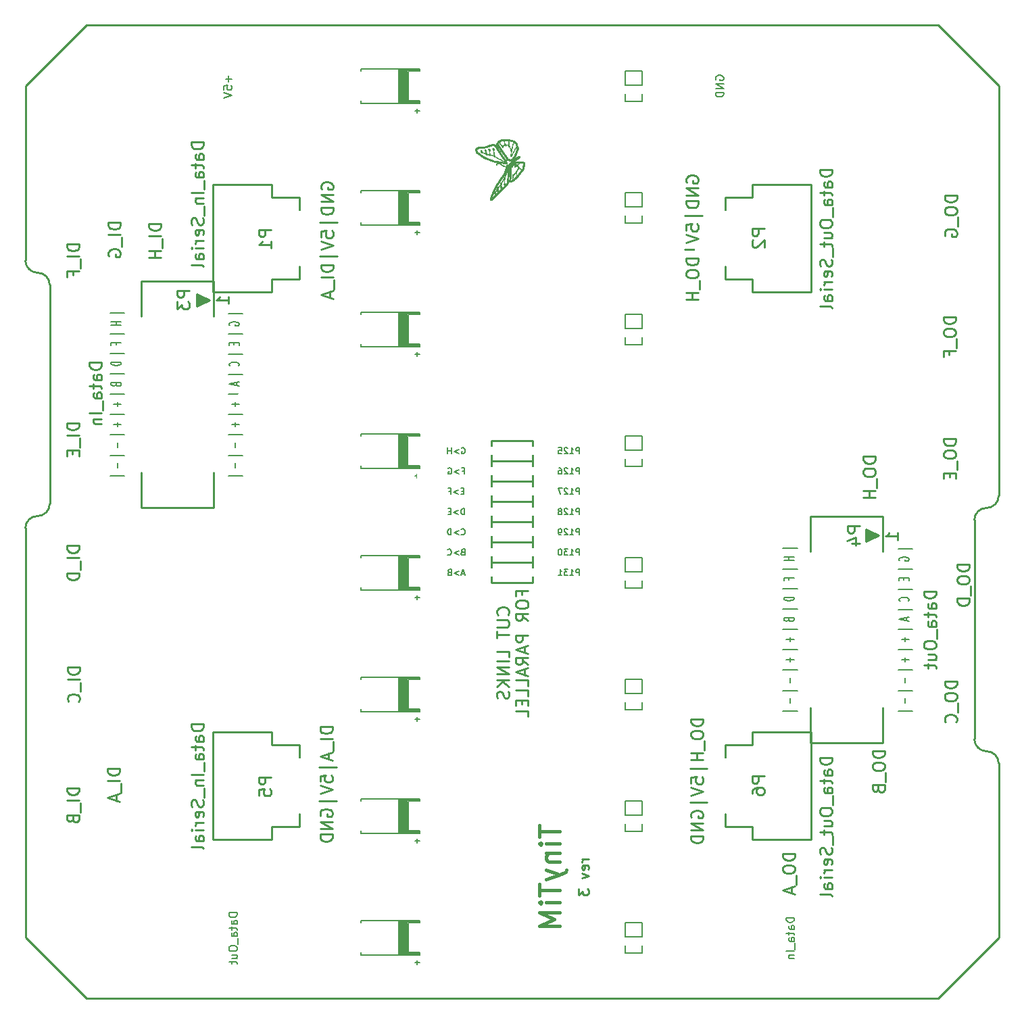
<source format=gbo>
G04 #@! TF.FileFunction,Legend,Bot*
%FSLAX46Y46*%
G04 Gerber Fmt 4.6, Leading zero omitted, Abs format (unit mm)*
G04 Created by KiCad (PCBNEW 0.201504141001+5596~22~ubuntu14.10.1-product) date Friday 17 April 2015 10:18:20 PM IST*
%MOMM*%
G01*
G04 APERTURE LIST*
%ADD10C,0.152400*%
%ADD11C,0.203200*%
%ADD12C,0.254000*%
%ADD13C,0.381000*%
%ADD14C,0.177800*%
%ADD15C,0.171450*%
%ADD16C,0.002540*%
%ADD17C,0.127000*%
%ADD18R,5.508000X1.408000*%
%ADD19R,2.708000X1.524000*%
%ADD20R,3.508000X1.008000*%
%ADD21R,3.556000X3.556000*%
%ADD22R,3.908000X1.908000*%
%ADD23R,6.108000X2.808000*%
%ADD24R,1.930400X1.574800*%
%ADD25C,3.556000*%
%ADD26C,6.604000*%
%ADD27C,2.540000*%
%ADD28C,1.397000*%
G04 APERTURE END LIST*
D10*
D11*
X111887000Y-32245905D02*
X111838619Y-32149143D01*
X111838619Y-32004000D01*
X111887000Y-31858858D01*
X111983762Y-31762096D01*
X112080524Y-31713715D01*
X112274048Y-31665334D01*
X112419190Y-31665334D01*
X112612714Y-31713715D01*
X112709476Y-31762096D01*
X112806238Y-31858858D01*
X112854619Y-32004000D01*
X112854619Y-32100762D01*
X112806238Y-32245905D01*
X112757857Y-32294286D01*
X112419190Y-32294286D01*
X112419190Y-32100762D01*
X112854619Y-32729715D02*
X111838619Y-32729715D01*
X112854619Y-33310286D01*
X111838619Y-33310286D01*
X112854619Y-33794096D02*
X111838619Y-33794096D01*
X111838619Y-34036001D01*
X111887000Y-34181143D01*
X111983762Y-34277905D01*
X112080524Y-34326286D01*
X112274048Y-34374667D01*
X112419190Y-34374667D01*
X112612714Y-34326286D01*
X112709476Y-34277905D01*
X112806238Y-34181143D01*
X112854619Y-34036001D01*
X112854619Y-33794096D01*
X50872571Y-31713715D02*
X50872571Y-32487810D01*
X51259619Y-32100762D02*
X50485524Y-32100762D01*
X50243619Y-33455429D02*
X50243619Y-32971620D01*
X50727429Y-32923239D01*
X50679048Y-32971620D01*
X50630667Y-33068382D01*
X50630667Y-33310286D01*
X50679048Y-33407048D01*
X50727429Y-33455429D01*
X50824190Y-33503810D01*
X51066095Y-33503810D01*
X51162857Y-33455429D01*
X51211238Y-33407048D01*
X51259619Y-33310286D01*
X51259619Y-33068382D01*
X51211238Y-32971620D01*
X51162857Y-32923239D01*
X50243619Y-33794096D02*
X51259619Y-34132763D01*
X50243619Y-34471429D01*
X121709619Y-137185810D02*
X120693619Y-137185810D01*
X120693619Y-137427715D01*
X120742000Y-137572857D01*
X120838762Y-137669619D01*
X120935524Y-137718000D01*
X121129048Y-137766381D01*
X121274190Y-137766381D01*
X121467714Y-137718000D01*
X121564476Y-137669619D01*
X121661238Y-137572857D01*
X121709619Y-137427715D01*
X121709619Y-137185810D01*
X121709619Y-138637238D02*
X121177429Y-138637238D01*
X121080667Y-138588857D01*
X121032286Y-138492095D01*
X121032286Y-138298572D01*
X121080667Y-138201810D01*
X121661238Y-138637238D02*
X121709619Y-138540476D01*
X121709619Y-138298572D01*
X121661238Y-138201810D01*
X121564476Y-138153429D01*
X121467714Y-138153429D01*
X121370952Y-138201810D01*
X121322571Y-138298572D01*
X121322571Y-138540476D01*
X121274190Y-138637238D01*
X121032286Y-138975905D02*
X121032286Y-139362953D01*
X120693619Y-139121048D02*
X121564476Y-139121048D01*
X121661238Y-139169429D01*
X121709619Y-139266191D01*
X121709619Y-139362953D01*
X121709619Y-140137047D02*
X121177429Y-140137047D01*
X121080667Y-140088666D01*
X121032286Y-139991904D01*
X121032286Y-139798381D01*
X121080667Y-139701619D01*
X121661238Y-140137047D02*
X121709619Y-140040285D01*
X121709619Y-139798381D01*
X121661238Y-139701619D01*
X121564476Y-139653238D01*
X121467714Y-139653238D01*
X121370952Y-139701619D01*
X121322571Y-139798381D01*
X121322571Y-140040285D01*
X121274190Y-140137047D01*
X121806381Y-140378952D02*
X121806381Y-141153047D01*
X121709619Y-141394952D02*
X120693619Y-141394952D01*
X121032286Y-141878762D02*
X121709619Y-141878762D01*
X121129048Y-141878762D02*
X121080667Y-141927143D01*
X121032286Y-142023905D01*
X121032286Y-142169047D01*
X121080667Y-142265809D01*
X121177429Y-142314190D01*
X121709619Y-142314190D01*
X51894619Y-136555239D02*
X50878619Y-136555239D01*
X50878619Y-136797144D01*
X50927000Y-136942286D01*
X51023762Y-137039048D01*
X51120524Y-137087429D01*
X51314048Y-137135810D01*
X51459190Y-137135810D01*
X51652714Y-137087429D01*
X51749476Y-137039048D01*
X51846238Y-136942286D01*
X51894619Y-136797144D01*
X51894619Y-136555239D01*
X51894619Y-138006667D02*
X51362429Y-138006667D01*
X51265667Y-137958286D01*
X51217286Y-137861524D01*
X51217286Y-137668001D01*
X51265667Y-137571239D01*
X51846238Y-138006667D02*
X51894619Y-137909905D01*
X51894619Y-137668001D01*
X51846238Y-137571239D01*
X51749476Y-137522858D01*
X51652714Y-137522858D01*
X51555952Y-137571239D01*
X51507571Y-137668001D01*
X51507571Y-137909905D01*
X51459190Y-138006667D01*
X51217286Y-138345334D02*
X51217286Y-138732382D01*
X50878619Y-138490477D02*
X51749476Y-138490477D01*
X51846238Y-138538858D01*
X51894619Y-138635620D01*
X51894619Y-138732382D01*
X51894619Y-139506476D02*
X51362429Y-139506476D01*
X51265667Y-139458095D01*
X51217286Y-139361333D01*
X51217286Y-139167810D01*
X51265667Y-139071048D01*
X51846238Y-139506476D02*
X51894619Y-139409714D01*
X51894619Y-139167810D01*
X51846238Y-139071048D01*
X51749476Y-139022667D01*
X51652714Y-139022667D01*
X51555952Y-139071048D01*
X51507571Y-139167810D01*
X51507571Y-139409714D01*
X51459190Y-139506476D01*
X51991381Y-139748381D02*
X51991381Y-140522476D01*
X50878619Y-140957905D02*
X50878619Y-141151428D01*
X50927000Y-141248190D01*
X51023762Y-141344952D01*
X51217286Y-141393333D01*
X51555952Y-141393333D01*
X51749476Y-141344952D01*
X51846238Y-141248190D01*
X51894619Y-141151428D01*
X51894619Y-140957905D01*
X51846238Y-140861143D01*
X51749476Y-140764381D01*
X51555952Y-140716000D01*
X51217286Y-140716000D01*
X51023762Y-140764381D01*
X50927000Y-140861143D01*
X50878619Y-140957905D01*
X51217286Y-142264190D02*
X51894619Y-142264190D01*
X51217286Y-141828762D02*
X51749476Y-141828762D01*
X51846238Y-141877143D01*
X51894619Y-141973905D01*
X51894619Y-142119047D01*
X51846238Y-142215809D01*
X51797857Y-142264190D01*
X51217286Y-142602857D02*
X51217286Y-142989905D01*
X50878619Y-142748000D02*
X51749476Y-142748000D01*
X51846238Y-142796381D01*
X51894619Y-142893143D01*
X51894619Y-142989905D01*
D12*
X147320000Y-33020000D02*
X139700000Y-25400000D01*
X147320000Y-139700000D02*
X139700000Y-147320000D01*
X25400000Y-139700000D02*
X33020000Y-147320000D01*
X33020000Y-25400000D02*
X25400000Y-33020000D01*
X62488000Y-45900000D02*
X62415429Y-45754857D01*
X62415429Y-45537143D01*
X62488000Y-45319428D01*
X62633143Y-45174286D01*
X62778286Y-45101714D01*
X63068571Y-45029143D01*
X63286286Y-45029143D01*
X63576571Y-45101714D01*
X63721714Y-45174286D01*
X63866857Y-45319428D01*
X63939429Y-45537143D01*
X63939429Y-45682286D01*
X63866857Y-45900000D01*
X63794286Y-45972571D01*
X63286286Y-45972571D01*
X63286286Y-45682286D01*
X63939429Y-46625714D02*
X62415429Y-46625714D01*
X63939429Y-47496571D01*
X62415429Y-47496571D01*
X63939429Y-48222285D02*
X62415429Y-48222285D01*
X62415429Y-48585142D01*
X62488000Y-48802857D01*
X62633143Y-48947999D01*
X62778286Y-49020571D01*
X63068571Y-49093142D01*
X63286286Y-49093142D01*
X63576571Y-49020571D01*
X63721714Y-48947999D01*
X63866857Y-48802857D01*
X63939429Y-48585142D01*
X63939429Y-48222285D01*
X64447429Y-50109142D02*
X62270286Y-50109142D01*
X62415429Y-51923428D02*
X62415429Y-51197714D01*
X63141143Y-51125143D01*
X63068571Y-51197714D01*
X62996000Y-51342857D01*
X62996000Y-51705714D01*
X63068571Y-51850857D01*
X63141143Y-51923428D01*
X63286286Y-51996000D01*
X63649143Y-51996000D01*
X63794286Y-51923428D01*
X63866857Y-51850857D01*
X63939429Y-51705714D01*
X63939429Y-51342857D01*
X63866857Y-51197714D01*
X63794286Y-51125143D01*
X62415429Y-52431429D02*
X63939429Y-52939429D01*
X62415429Y-53447429D01*
X64447429Y-54318286D02*
X62270286Y-54318286D01*
X63939429Y-55406858D02*
X62415429Y-55406858D01*
X62415429Y-55769715D01*
X62488000Y-55987430D01*
X62633143Y-56132572D01*
X62778286Y-56205144D01*
X63068571Y-56277715D01*
X63286286Y-56277715D01*
X63576571Y-56205144D01*
X63721714Y-56132572D01*
X63866857Y-55987430D01*
X63939429Y-55769715D01*
X63939429Y-55406858D01*
X63939429Y-56930858D02*
X62415429Y-56930858D01*
X64084571Y-57293715D02*
X64084571Y-58454858D01*
X63504000Y-58745144D02*
X63504000Y-59470858D01*
X63939429Y-58600001D02*
X62415429Y-59108001D01*
X63939429Y-59616001D01*
X108238000Y-45069429D02*
X108165429Y-44924286D01*
X108165429Y-44706572D01*
X108238000Y-44488857D01*
X108383143Y-44343715D01*
X108528286Y-44271143D01*
X108818571Y-44198572D01*
X109036286Y-44198572D01*
X109326571Y-44271143D01*
X109471714Y-44343715D01*
X109616857Y-44488857D01*
X109689429Y-44706572D01*
X109689429Y-44851715D01*
X109616857Y-45069429D01*
X109544286Y-45142000D01*
X109036286Y-45142000D01*
X109036286Y-44851715D01*
X109689429Y-45795143D02*
X108165429Y-45795143D01*
X109689429Y-46666000D01*
X108165429Y-46666000D01*
X109689429Y-47391714D02*
X108165429Y-47391714D01*
X108165429Y-47754571D01*
X108238000Y-47972286D01*
X108383143Y-48117428D01*
X108528286Y-48190000D01*
X108818571Y-48262571D01*
X109036286Y-48262571D01*
X109326571Y-48190000D01*
X109471714Y-48117428D01*
X109616857Y-47972286D01*
X109689429Y-47754571D01*
X109689429Y-47391714D01*
X110197429Y-49278571D02*
X108020286Y-49278571D01*
X108165429Y-51092857D02*
X108165429Y-50367143D01*
X108891143Y-50294572D01*
X108818571Y-50367143D01*
X108746000Y-50512286D01*
X108746000Y-50875143D01*
X108818571Y-51020286D01*
X108891143Y-51092857D01*
X109036286Y-51165429D01*
X109399143Y-51165429D01*
X109544286Y-51092857D01*
X109616857Y-51020286D01*
X109689429Y-50875143D01*
X109689429Y-50512286D01*
X109616857Y-50367143D01*
X109544286Y-50294572D01*
X108165429Y-51600858D02*
X109689429Y-52108858D01*
X108165429Y-52616858D01*
X110197429Y-53487715D02*
X108020286Y-53487715D01*
X109689429Y-54576287D02*
X108165429Y-54576287D01*
X108165429Y-54939144D01*
X108238000Y-55156859D01*
X108383143Y-55302001D01*
X108528286Y-55374573D01*
X108818571Y-55447144D01*
X109036286Y-55447144D01*
X109326571Y-55374573D01*
X109471714Y-55302001D01*
X109616857Y-55156859D01*
X109689429Y-54939144D01*
X109689429Y-54576287D01*
X108165429Y-56390573D02*
X108165429Y-56680859D01*
X108238000Y-56826001D01*
X108383143Y-56971144D01*
X108673429Y-57043716D01*
X109181429Y-57043716D01*
X109471714Y-56971144D01*
X109616857Y-56826001D01*
X109689429Y-56680859D01*
X109689429Y-56390573D01*
X109616857Y-56245430D01*
X109471714Y-56100287D01*
X109181429Y-56027716D01*
X108673429Y-56027716D01*
X108383143Y-56100287D01*
X108238000Y-56245430D01*
X108165429Y-56390573D01*
X109834571Y-57334001D02*
X109834571Y-58495144D01*
X109689429Y-58858001D02*
X108165429Y-58858001D01*
X108891143Y-58858001D02*
X108891143Y-59728858D01*
X109689429Y-59728858D02*
X108165429Y-59728858D01*
X95951524Y-129872620D02*
X95104857Y-129872620D01*
X95346762Y-129872620D02*
X95225810Y-129933096D01*
X95165333Y-129993572D01*
X95104857Y-130114525D01*
X95104857Y-130235477D01*
X95891048Y-131142619D02*
X95951524Y-131021667D01*
X95951524Y-130779762D01*
X95891048Y-130658810D01*
X95770095Y-130598334D01*
X95286286Y-130598334D01*
X95165333Y-130658810D01*
X95104857Y-130779762D01*
X95104857Y-131021667D01*
X95165333Y-131142619D01*
X95286286Y-131203096D01*
X95407238Y-131203096D01*
X95528190Y-130598334D01*
X95104857Y-131626429D02*
X95951524Y-131928810D01*
X95104857Y-132231190D01*
X94681524Y-133561667D02*
X94681524Y-134347857D01*
X95165333Y-133924524D01*
X95165333Y-134105952D01*
X95225810Y-134226905D01*
X95286286Y-134287381D01*
X95407238Y-134347857D01*
X95709619Y-134347857D01*
X95830571Y-134287381D01*
X95891048Y-134226905D01*
X95951524Y-134105952D01*
X95951524Y-133743095D01*
X95891048Y-133622143D01*
X95830571Y-133561667D01*
D13*
X89795048Y-125609048D02*
X89795048Y-127060476D01*
X92335048Y-126334762D02*
X89795048Y-126334762D01*
X92335048Y-127907143D02*
X90641714Y-127907143D01*
X89795048Y-127907143D02*
X89916000Y-127786191D01*
X90036952Y-127907143D01*
X89916000Y-128028095D01*
X89795048Y-127907143D01*
X90036952Y-127907143D01*
X90641714Y-129116667D02*
X92335048Y-129116667D01*
X90883619Y-129116667D02*
X90762667Y-129237619D01*
X90641714Y-129479524D01*
X90641714Y-129842381D01*
X90762667Y-130084286D01*
X91004571Y-130205238D01*
X92335048Y-130205238D01*
X90641714Y-131172857D02*
X92335048Y-131777619D01*
X90641714Y-132382381D02*
X92335048Y-131777619D01*
X92939810Y-131535714D01*
X93060762Y-131414762D01*
X93181714Y-131172857D01*
X89795048Y-132987143D02*
X89795048Y-134438571D01*
X92335048Y-133712857D02*
X89795048Y-133712857D01*
X92335048Y-135285238D02*
X90641714Y-135285238D01*
X89795048Y-135285238D02*
X89916000Y-135164286D01*
X90036952Y-135285238D01*
X89916000Y-135406190D01*
X89795048Y-135285238D01*
X90036952Y-135285238D01*
X92335048Y-136494762D02*
X89795048Y-136494762D01*
X91609333Y-137341429D01*
X89795048Y-138188095D01*
X92335048Y-138188095D01*
D12*
X121783929Y-129140857D02*
X120259929Y-129140857D01*
X120259929Y-129503714D01*
X120332500Y-129721429D01*
X120477643Y-129866571D01*
X120622786Y-129939143D01*
X120913071Y-130011714D01*
X121130786Y-130011714D01*
X121421071Y-129939143D01*
X121566214Y-129866571D01*
X121711357Y-129721429D01*
X121783929Y-129503714D01*
X121783929Y-129140857D01*
X120259929Y-130955143D02*
X120259929Y-131245429D01*
X120332500Y-131390571D01*
X120477643Y-131535714D01*
X120767929Y-131608286D01*
X121275929Y-131608286D01*
X121566214Y-131535714D01*
X121711357Y-131390571D01*
X121783929Y-131245429D01*
X121783929Y-130955143D01*
X121711357Y-130810000D01*
X121566214Y-130664857D01*
X121275929Y-130592286D01*
X120767929Y-130592286D01*
X120477643Y-130664857D01*
X120332500Y-130810000D01*
X120259929Y-130955143D01*
X121929071Y-131898571D02*
X121929071Y-133059714D01*
X121348500Y-133350000D02*
X121348500Y-134075714D01*
X121783929Y-133204857D02*
X120259929Y-133712857D01*
X121783929Y-134220857D01*
X133023429Y-116268500D02*
X131499429Y-116268500D01*
X131499429Y-116631357D01*
X131572000Y-116849072D01*
X131717143Y-116994214D01*
X131862286Y-117066786D01*
X132152571Y-117139357D01*
X132370286Y-117139357D01*
X132660571Y-117066786D01*
X132805714Y-116994214D01*
X132950857Y-116849072D01*
X133023429Y-116631357D01*
X133023429Y-116268500D01*
X131499429Y-118082786D02*
X131499429Y-118373072D01*
X131572000Y-118518214D01*
X131717143Y-118663357D01*
X132007429Y-118735929D01*
X132515429Y-118735929D01*
X132805714Y-118663357D01*
X132950857Y-118518214D01*
X133023429Y-118373072D01*
X133023429Y-118082786D01*
X132950857Y-117937643D01*
X132805714Y-117792500D01*
X132515429Y-117719929D01*
X132007429Y-117719929D01*
X131717143Y-117792500D01*
X131572000Y-117937643D01*
X131499429Y-118082786D01*
X133168571Y-119026214D02*
X133168571Y-120187357D01*
X132225143Y-121058214D02*
X132297714Y-121275928D01*
X132370286Y-121348500D01*
X132515429Y-121421071D01*
X132733143Y-121421071D01*
X132878286Y-121348500D01*
X132950857Y-121275928D01*
X133023429Y-121130786D01*
X133023429Y-120550214D01*
X131499429Y-120550214D01*
X131499429Y-121058214D01*
X131572000Y-121203357D01*
X131644571Y-121275928D01*
X131789714Y-121348500D01*
X131934857Y-121348500D01*
X132080000Y-121275928D01*
X132152571Y-121203357D01*
X132225143Y-121058214D01*
X132225143Y-120550214D01*
X142065829Y-107543600D02*
X140541829Y-107543600D01*
X140541829Y-107906457D01*
X140614400Y-108124172D01*
X140759543Y-108269314D01*
X140904686Y-108341886D01*
X141194971Y-108414457D01*
X141412686Y-108414457D01*
X141702971Y-108341886D01*
X141848114Y-108269314D01*
X141993257Y-108124172D01*
X142065829Y-107906457D01*
X142065829Y-107543600D01*
X140541829Y-109357886D02*
X140541829Y-109648172D01*
X140614400Y-109793314D01*
X140759543Y-109938457D01*
X141049829Y-110011029D01*
X141557829Y-110011029D01*
X141848114Y-109938457D01*
X141993257Y-109793314D01*
X142065829Y-109648172D01*
X142065829Y-109357886D01*
X141993257Y-109212743D01*
X141848114Y-109067600D01*
X141557829Y-108995029D01*
X141049829Y-108995029D01*
X140759543Y-109067600D01*
X140614400Y-109212743D01*
X140541829Y-109357886D01*
X142210971Y-110301314D02*
X142210971Y-111462457D01*
X141920686Y-112696171D02*
X141993257Y-112623600D01*
X142065829Y-112405886D01*
X142065829Y-112260743D01*
X141993257Y-112043028D01*
X141848114Y-111897886D01*
X141702971Y-111825314D01*
X141412686Y-111752743D01*
X141194971Y-111752743D01*
X140904686Y-111825314D01*
X140759543Y-111897886D01*
X140614400Y-112043028D01*
X140541829Y-112260743D01*
X140541829Y-112405886D01*
X140614400Y-112623600D01*
X140686971Y-112696171D01*
X143640629Y-92913200D02*
X142116629Y-92913200D01*
X142116629Y-93276057D01*
X142189200Y-93493772D01*
X142334343Y-93638914D01*
X142479486Y-93711486D01*
X142769771Y-93784057D01*
X142987486Y-93784057D01*
X143277771Y-93711486D01*
X143422914Y-93638914D01*
X143568057Y-93493772D01*
X143640629Y-93276057D01*
X143640629Y-92913200D01*
X142116629Y-94727486D02*
X142116629Y-95017772D01*
X142189200Y-95162914D01*
X142334343Y-95308057D01*
X142624629Y-95380629D01*
X143132629Y-95380629D01*
X143422914Y-95308057D01*
X143568057Y-95162914D01*
X143640629Y-95017772D01*
X143640629Y-94727486D01*
X143568057Y-94582343D01*
X143422914Y-94437200D01*
X143132629Y-94364629D01*
X142624629Y-94364629D01*
X142334343Y-94437200D01*
X142189200Y-94582343D01*
X142116629Y-94727486D01*
X143785771Y-95670914D02*
X143785771Y-96832057D01*
X143640629Y-97194914D02*
X142116629Y-97194914D01*
X142116629Y-97557771D01*
X142189200Y-97775486D01*
X142334343Y-97920628D01*
X142479486Y-97993200D01*
X142769771Y-98065771D01*
X142987486Y-98065771D01*
X143277771Y-97993200D01*
X143422914Y-97920628D01*
X143568057Y-97775486D01*
X143640629Y-97557771D01*
X143640629Y-97194914D01*
X131867729Y-79414915D02*
X130343729Y-79414915D01*
X130343729Y-79777772D01*
X130416300Y-79995487D01*
X130561443Y-80140629D01*
X130706586Y-80213201D01*
X130996871Y-80285772D01*
X131214586Y-80285772D01*
X131504871Y-80213201D01*
X131650014Y-80140629D01*
X131795157Y-79995487D01*
X131867729Y-79777772D01*
X131867729Y-79414915D01*
X130343729Y-81229201D02*
X130343729Y-81519487D01*
X130416300Y-81664629D01*
X130561443Y-81809772D01*
X130851729Y-81882344D01*
X131359729Y-81882344D01*
X131650014Y-81809772D01*
X131795157Y-81664629D01*
X131867729Y-81519487D01*
X131867729Y-81229201D01*
X131795157Y-81084058D01*
X131650014Y-80938915D01*
X131359729Y-80866344D01*
X130851729Y-80866344D01*
X130561443Y-80938915D01*
X130416300Y-81084058D01*
X130343729Y-81229201D01*
X132012871Y-82172629D02*
X132012871Y-83333772D01*
X131867729Y-83696629D02*
X130343729Y-83696629D01*
X131069443Y-83696629D02*
X131069443Y-84567486D01*
X131867729Y-84567486D02*
X130343729Y-84567486D01*
X141964229Y-77186972D02*
X140440229Y-77186972D01*
X140440229Y-77549829D01*
X140512800Y-77767544D01*
X140657943Y-77912686D01*
X140803086Y-77985258D01*
X141093371Y-78057829D01*
X141311086Y-78057829D01*
X141601371Y-77985258D01*
X141746514Y-77912686D01*
X141891657Y-77767544D01*
X141964229Y-77549829D01*
X141964229Y-77186972D01*
X140440229Y-79001258D02*
X140440229Y-79291544D01*
X140512800Y-79436686D01*
X140657943Y-79581829D01*
X140948229Y-79654401D01*
X141456229Y-79654401D01*
X141746514Y-79581829D01*
X141891657Y-79436686D01*
X141964229Y-79291544D01*
X141964229Y-79001258D01*
X141891657Y-78856115D01*
X141746514Y-78710972D01*
X141456229Y-78638401D01*
X140948229Y-78638401D01*
X140657943Y-78710972D01*
X140512800Y-78856115D01*
X140440229Y-79001258D01*
X142109371Y-79944686D02*
X142109371Y-81105829D01*
X141165943Y-81468686D02*
X141165943Y-81976686D01*
X141964229Y-82194400D02*
X141964229Y-81468686D01*
X140440229Y-81468686D01*
X140440229Y-82194400D01*
X141913429Y-61932457D02*
X140389429Y-61932457D01*
X140389429Y-62295314D01*
X140462000Y-62513029D01*
X140607143Y-62658171D01*
X140752286Y-62730743D01*
X141042571Y-62803314D01*
X141260286Y-62803314D01*
X141550571Y-62730743D01*
X141695714Y-62658171D01*
X141840857Y-62513029D01*
X141913429Y-62295314D01*
X141913429Y-61932457D01*
X140389429Y-63746743D02*
X140389429Y-64037029D01*
X140462000Y-64182171D01*
X140607143Y-64327314D01*
X140897429Y-64399886D01*
X141405429Y-64399886D01*
X141695714Y-64327314D01*
X141840857Y-64182171D01*
X141913429Y-64037029D01*
X141913429Y-63746743D01*
X141840857Y-63601600D01*
X141695714Y-63456457D01*
X141405429Y-63383886D01*
X140897429Y-63383886D01*
X140607143Y-63456457D01*
X140462000Y-63601600D01*
X140389429Y-63746743D01*
X142058571Y-64690171D02*
X142058571Y-65851314D01*
X141115143Y-66722171D02*
X141115143Y-66214171D01*
X141913429Y-66214171D02*
X140389429Y-66214171D01*
X140389429Y-66939885D01*
X142065829Y-46685200D02*
X140541829Y-46685200D01*
X140541829Y-47048057D01*
X140614400Y-47265772D01*
X140759543Y-47410914D01*
X140904686Y-47483486D01*
X141194971Y-47556057D01*
X141412686Y-47556057D01*
X141702971Y-47483486D01*
X141848114Y-47410914D01*
X141993257Y-47265772D01*
X142065829Y-47048057D01*
X142065829Y-46685200D01*
X140541829Y-48499486D02*
X140541829Y-48789772D01*
X140614400Y-48934914D01*
X140759543Y-49080057D01*
X141049829Y-49152629D01*
X141557829Y-49152629D01*
X141848114Y-49080057D01*
X141993257Y-48934914D01*
X142065829Y-48789772D01*
X142065829Y-48499486D01*
X141993257Y-48354343D01*
X141848114Y-48209200D01*
X141557829Y-48136629D01*
X141049829Y-48136629D01*
X140759543Y-48209200D01*
X140614400Y-48354343D01*
X140541829Y-48499486D01*
X142210971Y-49442914D02*
X142210971Y-50604057D01*
X140614400Y-51765200D02*
X140541829Y-51620057D01*
X140541829Y-51402343D01*
X140614400Y-51184628D01*
X140759543Y-51039486D01*
X140904686Y-50966914D01*
X141194971Y-50894343D01*
X141412686Y-50894343D01*
X141702971Y-50966914D01*
X141848114Y-51039486D01*
X141993257Y-51184628D01*
X142065829Y-51402343D01*
X142065829Y-51547486D01*
X141993257Y-51765200D01*
X141920686Y-51837771D01*
X141412686Y-51837771D01*
X141412686Y-51547486D01*
X42396229Y-50233943D02*
X40872229Y-50233943D01*
X40872229Y-50596800D01*
X40944800Y-50814515D01*
X41089943Y-50959657D01*
X41235086Y-51032229D01*
X41525371Y-51104800D01*
X41743086Y-51104800D01*
X42033371Y-51032229D01*
X42178514Y-50959657D01*
X42323657Y-50814515D01*
X42396229Y-50596800D01*
X42396229Y-50233943D01*
X42396229Y-51757943D02*
X40872229Y-51757943D01*
X42541371Y-52120800D02*
X42541371Y-53281943D01*
X42396229Y-53644800D02*
X40872229Y-53644800D01*
X41597943Y-53644800D02*
X41597943Y-54515657D01*
X42396229Y-54515657D02*
X40872229Y-54515657D01*
X37316229Y-50092429D02*
X35792229Y-50092429D01*
X35792229Y-50455286D01*
X35864800Y-50673001D01*
X36009943Y-50818143D01*
X36155086Y-50890715D01*
X36445371Y-50963286D01*
X36663086Y-50963286D01*
X36953371Y-50890715D01*
X37098514Y-50818143D01*
X37243657Y-50673001D01*
X37316229Y-50455286D01*
X37316229Y-50092429D01*
X37316229Y-51616429D02*
X35792229Y-51616429D01*
X37461371Y-51979286D02*
X37461371Y-53140429D01*
X35864800Y-54301572D02*
X35792229Y-54156429D01*
X35792229Y-53938715D01*
X35864800Y-53721000D01*
X36009943Y-53575858D01*
X36155086Y-53503286D01*
X36445371Y-53430715D01*
X36663086Y-53430715D01*
X36953371Y-53503286D01*
X37098514Y-53575858D01*
X37243657Y-53721000D01*
X37316229Y-53938715D01*
X37316229Y-54083858D01*
X37243657Y-54301572D01*
X37171086Y-54374143D01*
X36663086Y-54374143D01*
X36663086Y-54083858D01*
X32134629Y-52792086D02*
X30610629Y-52792086D01*
X30610629Y-53154943D01*
X30683200Y-53372658D01*
X30828343Y-53517800D01*
X30973486Y-53590372D01*
X31263771Y-53662943D01*
X31481486Y-53662943D01*
X31771771Y-53590372D01*
X31916914Y-53517800D01*
X32062057Y-53372658D01*
X32134629Y-53154943D01*
X32134629Y-52792086D01*
X32134629Y-54316086D02*
X30610629Y-54316086D01*
X32279771Y-54678943D02*
X32279771Y-55840086D01*
X31336343Y-56710943D02*
X31336343Y-56202943D01*
X32134629Y-56202943D02*
X30610629Y-56202943D01*
X30610629Y-56928657D01*
X32083829Y-75209400D02*
X30559829Y-75209400D01*
X30559829Y-75572257D01*
X30632400Y-75789972D01*
X30777543Y-75935114D01*
X30922686Y-76007686D01*
X31212971Y-76080257D01*
X31430686Y-76080257D01*
X31720971Y-76007686D01*
X31866114Y-75935114D01*
X32011257Y-75789972D01*
X32083829Y-75572257D01*
X32083829Y-75209400D01*
X32083829Y-76733400D02*
X30559829Y-76733400D01*
X32228971Y-77096257D02*
X32228971Y-78257400D01*
X31285543Y-78620257D02*
X31285543Y-79128257D01*
X32083829Y-79345971D02*
X32083829Y-78620257D01*
X30559829Y-78620257D01*
X30559829Y-79345971D01*
X32121929Y-90592729D02*
X30597929Y-90592729D01*
X30597929Y-90955586D01*
X30670500Y-91173301D01*
X30815643Y-91318443D01*
X30960786Y-91391015D01*
X31251071Y-91463586D01*
X31468786Y-91463586D01*
X31759071Y-91391015D01*
X31904214Y-91318443D01*
X32049357Y-91173301D01*
X32121929Y-90955586D01*
X32121929Y-90592729D01*
X32121929Y-92116729D02*
X30597929Y-92116729D01*
X32267071Y-92479586D02*
X32267071Y-93640729D01*
X32121929Y-94003586D02*
X30597929Y-94003586D01*
X30597929Y-94366443D01*
X30670500Y-94584158D01*
X30815643Y-94729300D01*
X30960786Y-94801872D01*
X31251071Y-94874443D01*
X31468786Y-94874443D01*
X31759071Y-94801872D01*
X31904214Y-94729300D01*
X32049357Y-94584158D01*
X32121929Y-94366443D01*
X32121929Y-94003586D01*
X32185429Y-105820029D02*
X30661429Y-105820029D01*
X30661429Y-106182886D01*
X30734000Y-106400601D01*
X30879143Y-106545743D01*
X31024286Y-106618315D01*
X31314571Y-106690886D01*
X31532286Y-106690886D01*
X31822571Y-106618315D01*
X31967714Y-106545743D01*
X32112857Y-106400601D01*
X32185429Y-106182886D01*
X32185429Y-105820029D01*
X32185429Y-107344029D02*
X30661429Y-107344029D01*
X32330571Y-107706886D02*
X32330571Y-108868029D01*
X32040286Y-110101743D02*
X32112857Y-110029172D01*
X32185429Y-109811458D01*
X32185429Y-109666315D01*
X32112857Y-109448600D01*
X31967714Y-109303458D01*
X31822571Y-109230886D01*
X31532286Y-109158315D01*
X31314571Y-109158315D01*
X31024286Y-109230886D01*
X30879143Y-109303458D01*
X30734000Y-109448600D01*
X30661429Y-109666315D01*
X30661429Y-109811458D01*
X30734000Y-110029172D01*
X30806571Y-110101743D01*
X32121929Y-120920329D02*
X30597929Y-120920329D01*
X30597929Y-121283186D01*
X30670500Y-121500901D01*
X30815643Y-121646043D01*
X30960786Y-121718615D01*
X31251071Y-121791186D01*
X31468786Y-121791186D01*
X31759071Y-121718615D01*
X31904214Y-121646043D01*
X32049357Y-121500901D01*
X32121929Y-121283186D01*
X32121929Y-120920329D01*
X32121929Y-122444329D02*
X30597929Y-122444329D01*
X32267071Y-122807186D02*
X32267071Y-123968329D01*
X31323643Y-124839186D02*
X31396214Y-125056900D01*
X31468786Y-125129472D01*
X31613929Y-125202043D01*
X31831643Y-125202043D01*
X31976786Y-125129472D01*
X32049357Y-125056900D01*
X32121929Y-124911758D01*
X32121929Y-124331186D01*
X30597929Y-124331186D01*
X30597929Y-124839186D01*
X30670500Y-124984329D01*
X30743071Y-125056900D01*
X30888214Y-125129472D01*
X31033357Y-125129472D01*
X31178500Y-125056900D01*
X31251071Y-124984329D01*
X31323643Y-124839186D01*
X31323643Y-124331186D01*
X37214629Y-118476486D02*
X35690629Y-118476486D01*
X35690629Y-118839343D01*
X35763200Y-119057058D01*
X35908343Y-119202200D01*
X36053486Y-119274772D01*
X36343771Y-119347343D01*
X36561486Y-119347343D01*
X36851771Y-119274772D01*
X36996914Y-119202200D01*
X37142057Y-119057058D01*
X37214629Y-118839343D01*
X37214629Y-118476486D01*
X37214629Y-120000486D02*
X35690629Y-120000486D01*
X37359771Y-120363343D02*
X37359771Y-121524486D01*
X36779200Y-121814772D02*
X36779200Y-122540486D01*
X37214629Y-121669629D02*
X35690629Y-122177629D01*
X37214629Y-122685629D01*
X63833829Y-113247714D02*
X62309829Y-113247714D01*
X62309829Y-113610571D01*
X62382400Y-113828286D01*
X62527543Y-113973428D01*
X62672686Y-114046000D01*
X62962971Y-114118571D01*
X63180686Y-114118571D01*
X63470971Y-114046000D01*
X63616114Y-113973428D01*
X63761257Y-113828286D01*
X63833829Y-113610571D01*
X63833829Y-113247714D01*
X63833829Y-114771714D02*
X62309829Y-114771714D01*
X63978971Y-115134571D02*
X63978971Y-116295714D01*
X63398400Y-116586000D02*
X63398400Y-117311714D01*
X63833829Y-116440857D02*
X62309829Y-116948857D01*
X63833829Y-117456857D01*
X64341829Y-118327714D02*
X62164686Y-118327714D01*
X62309829Y-120142000D02*
X62309829Y-119416286D01*
X63035543Y-119343715D01*
X62962971Y-119416286D01*
X62890400Y-119561429D01*
X62890400Y-119924286D01*
X62962971Y-120069429D01*
X63035543Y-120142000D01*
X63180686Y-120214572D01*
X63543543Y-120214572D01*
X63688686Y-120142000D01*
X63761257Y-120069429D01*
X63833829Y-119924286D01*
X63833829Y-119561429D01*
X63761257Y-119416286D01*
X63688686Y-119343715D01*
X62309829Y-120650001D02*
X63833829Y-121158001D01*
X62309829Y-121666001D01*
X64341829Y-122536858D02*
X62164686Y-122536858D01*
X62382400Y-124423716D02*
X62309829Y-124278573D01*
X62309829Y-124060859D01*
X62382400Y-123843144D01*
X62527543Y-123698002D01*
X62672686Y-123625430D01*
X62962971Y-123552859D01*
X63180686Y-123552859D01*
X63470971Y-123625430D01*
X63616114Y-123698002D01*
X63761257Y-123843144D01*
X63833829Y-124060859D01*
X63833829Y-124206002D01*
X63761257Y-124423716D01*
X63688686Y-124496287D01*
X63180686Y-124496287D01*
X63180686Y-124206002D01*
X63833829Y-125149430D02*
X62309829Y-125149430D01*
X63833829Y-126020287D01*
X62309829Y-126020287D01*
X63833829Y-126746001D02*
X62309829Y-126746001D01*
X62309829Y-127108858D01*
X62382400Y-127326573D01*
X62527543Y-127471715D01*
X62672686Y-127544287D01*
X62962971Y-127616858D01*
X63180686Y-127616858D01*
X63470971Y-127544287D01*
X63616114Y-127471715D01*
X63761257Y-127326573D01*
X63833829Y-127108858D01*
X63833829Y-126746001D01*
X110290429Y-112286143D02*
X108766429Y-112286143D01*
X108766429Y-112649000D01*
X108839000Y-112866715D01*
X108984143Y-113011857D01*
X109129286Y-113084429D01*
X109419571Y-113157000D01*
X109637286Y-113157000D01*
X109927571Y-113084429D01*
X110072714Y-113011857D01*
X110217857Y-112866715D01*
X110290429Y-112649000D01*
X110290429Y-112286143D01*
X108766429Y-114100429D02*
X108766429Y-114390715D01*
X108839000Y-114535857D01*
X108984143Y-114681000D01*
X109274429Y-114753572D01*
X109782429Y-114753572D01*
X110072714Y-114681000D01*
X110217857Y-114535857D01*
X110290429Y-114390715D01*
X110290429Y-114100429D01*
X110217857Y-113955286D01*
X110072714Y-113810143D01*
X109782429Y-113737572D01*
X109274429Y-113737572D01*
X108984143Y-113810143D01*
X108839000Y-113955286D01*
X108766429Y-114100429D01*
X110435571Y-115043857D02*
X110435571Y-116205000D01*
X110290429Y-116567857D02*
X108766429Y-116567857D01*
X109492143Y-116567857D02*
X109492143Y-117438714D01*
X110290429Y-117438714D02*
X108766429Y-117438714D01*
X110798429Y-118527285D02*
X108621286Y-118527285D01*
X108766429Y-120341571D02*
X108766429Y-119615857D01*
X109492143Y-119543286D01*
X109419571Y-119615857D01*
X109347000Y-119761000D01*
X109347000Y-120123857D01*
X109419571Y-120269000D01*
X109492143Y-120341571D01*
X109637286Y-120414143D01*
X110000143Y-120414143D01*
X110145286Y-120341571D01*
X110217857Y-120269000D01*
X110290429Y-120123857D01*
X110290429Y-119761000D01*
X110217857Y-119615857D01*
X110145286Y-119543286D01*
X108766429Y-120849572D02*
X110290429Y-121357572D01*
X108766429Y-121865572D01*
X110798429Y-122736429D02*
X108621286Y-122736429D01*
X108839000Y-124623287D02*
X108766429Y-124478144D01*
X108766429Y-124260430D01*
X108839000Y-124042715D01*
X108984143Y-123897573D01*
X109129286Y-123825001D01*
X109419571Y-123752430D01*
X109637286Y-123752430D01*
X109927571Y-123825001D01*
X110072714Y-123897573D01*
X110217857Y-124042715D01*
X110290429Y-124260430D01*
X110290429Y-124405573D01*
X110217857Y-124623287D01*
X110145286Y-124695858D01*
X109637286Y-124695858D01*
X109637286Y-124405573D01*
X110290429Y-125349001D02*
X108766429Y-125349001D01*
X110290429Y-126219858D01*
X108766429Y-126219858D01*
X110290429Y-126945572D02*
X108766429Y-126945572D01*
X108766429Y-127308429D01*
X108839000Y-127526144D01*
X108984143Y-127671286D01*
X109129286Y-127743858D01*
X109419571Y-127816429D01*
X109637286Y-127816429D01*
X109927571Y-127743858D01*
X110072714Y-127671286D01*
X110217857Y-127526144D01*
X110290429Y-127308429D01*
X110290429Y-126945572D01*
X147320000Y-117856000D02*
G75*
G03X145796000Y-116332000I-1524000J0D01*
G01*
X144272000Y-114808000D02*
G75*
G03X145796000Y-116332000I1524000J0D01*
G01*
X145796000Y-85852000D02*
G75*
G03X144272000Y-87376000I0J-1524000D01*
G01*
X145796000Y-85852000D02*
G75*
G03X147320000Y-84328000I0J1524000D01*
G01*
X25400000Y-54864000D02*
G75*
G03X26924000Y-56388000I1524000J0D01*
G01*
X28448000Y-57912000D02*
G75*
G03X26924000Y-56388000I-1524000J0D01*
G01*
X26924000Y-86868000D02*
G75*
G03X25400000Y-88392000I0J-1524000D01*
G01*
X26924000Y-86868000D02*
G75*
G03X28448000Y-85344000I0J1524000D01*
G01*
X147320000Y-84328000D02*
X147320000Y-33020000D01*
X147320000Y-117856000D02*
X147320000Y-139700000D01*
X25400000Y-88392000D02*
X25400000Y-139700000D01*
X25400000Y-54864000D02*
X25400000Y-33020000D01*
X144272000Y-101092000D02*
X144272000Y-114808000D01*
X144272000Y-101092000D02*
X144272000Y-87376000D01*
X28448000Y-71628000D02*
X28448000Y-85344000D01*
X28448000Y-71628000D02*
X28448000Y-57912000D01*
X139700000Y-147320000D02*
X33020000Y-147320000D01*
X33020000Y-25400000D02*
X139700000Y-25400000D01*
D14*
X136532257Y-90978567D02*
X134717971Y-90978567D01*
X134899400Y-92451767D02*
X134838924Y-92381615D01*
X134838924Y-92276386D01*
X134899400Y-92171158D01*
X135020352Y-92101005D01*
X135141305Y-92065929D01*
X135383210Y-92030853D01*
X135564638Y-92030853D01*
X135806543Y-92065929D01*
X135927495Y-92101005D01*
X136048448Y-92171158D01*
X136108924Y-92276386D01*
X136108924Y-92346538D01*
X136048448Y-92451767D01*
X135987971Y-92486843D01*
X135564638Y-92486843D01*
X135564638Y-92346538D01*
X136532257Y-93539129D02*
X134717971Y-93539129D01*
X135443686Y-94626491D02*
X135443686Y-94872024D01*
X136108924Y-94977253D02*
X136108924Y-94626491D01*
X134838924Y-94626491D01*
X134838924Y-94977253D01*
X136532257Y-96029539D02*
X134717971Y-96029539D01*
X135987971Y-97537815D02*
X136048448Y-97502739D01*
X136108924Y-97397510D01*
X136108924Y-97327358D01*
X136048448Y-97222130D01*
X135927495Y-97151977D01*
X135806543Y-97116901D01*
X135564638Y-97081825D01*
X135383210Y-97081825D01*
X135141305Y-97116901D01*
X135020352Y-97151977D01*
X134899400Y-97222130D01*
X134838924Y-97327358D01*
X134838924Y-97397510D01*
X134899400Y-97502739D01*
X134959876Y-97537815D01*
X136532257Y-98590101D02*
X134717971Y-98590101D01*
X135746067Y-99642387D02*
X135746067Y-99993149D01*
X136108924Y-99572234D02*
X134838924Y-99817768D01*
X136108924Y-100063301D01*
X136532257Y-101045434D02*
X134717971Y-101045434D01*
D15*
X136532257Y-101077486D02*
X134717971Y-101077486D01*
X135625114Y-102089858D02*
X135625114Y-102612372D01*
X136108924Y-102351115D02*
X135141305Y-102351115D01*
X136532257Y-103624743D02*
X134717971Y-103624743D01*
X135625114Y-104637115D02*
X135625114Y-105159629D01*
X136108924Y-104898372D02*
X135141305Y-104898372D01*
X136532257Y-106172000D02*
X134717971Y-106172000D01*
X135625114Y-107184372D02*
X135625114Y-107706886D01*
X136532257Y-108719257D02*
X134717971Y-108719257D01*
X135625114Y-109731629D02*
X135625114Y-110254143D01*
X136532257Y-111266514D02*
X134717971Y-111266514D01*
X122105057Y-101077486D02*
X120290771Y-101077486D01*
X121197914Y-102089858D02*
X121197914Y-102612372D01*
X121681724Y-102351115D02*
X120714105Y-102351115D01*
X122105057Y-103624743D02*
X120290771Y-103624743D01*
X121197914Y-104637115D02*
X121197914Y-105159629D01*
X121681724Y-104898372D02*
X120714105Y-104898372D01*
X122105057Y-106172000D02*
X120290771Y-106172000D01*
X121197914Y-107184372D02*
X121197914Y-107706886D01*
X122105057Y-108719257D02*
X120290771Y-108719257D01*
X121197914Y-109731629D02*
X121197914Y-110254143D01*
X122105057Y-111266514D02*
X120290771Y-111266514D01*
D14*
X122105057Y-90925953D02*
X120290771Y-90925953D01*
X121681724Y-92013315D02*
X120411724Y-92013315D01*
X121016486Y-92013315D02*
X121016486Y-92434229D01*
X121681724Y-92434229D02*
X120411724Y-92434229D01*
X122105057Y-93521591D02*
X120290771Y-93521591D01*
X121016486Y-94854486D02*
X121016486Y-94608953D01*
X121681724Y-94608953D02*
X120411724Y-94608953D01*
X120411724Y-94959715D01*
X122105057Y-95976924D02*
X120290771Y-95976924D01*
X121681724Y-97064286D02*
X120411724Y-97064286D01*
X120411724Y-97239667D01*
X120472200Y-97344895D01*
X120593152Y-97415048D01*
X120714105Y-97450124D01*
X120956010Y-97485200D01*
X121137438Y-97485200D01*
X121379343Y-97450124D01*
X121500295Y-97415048D01*
X121621248Y-97344895D01*
X121681724Y-97239667D01*
X121681724Y-97064286D01*
X122105057Y-98537486D02*
X120290771Y-98537486D01*
X121016486Y-99870381D02*
X121076962Y-99975610D01*
X121137438Y-100010686D01*
X121258390Y-100045762D01*
X121439819Y-100045762D01*
X121560771Y-100010686D01*
X121621248Y-99975610D01*
X121681724Y-99905457D01*
X121681724Y-99624848D01*
X120411724Y-99624848D01*
X120411724Y-99870381D01*
X120472200Y-99940534D01*
X120532676Y-99975610D01*
X120653629Y-100010686D01*
X120774581Y-100010686D01*
X120895533Y-99975610D01*
X120956010Y-99940534D01*
X121016486Y-99870381D01*
X121016486Y-99624848D01*
X122105057Y-101098048D02*
X120290771Y-101098048D01*
D15*
X52610657Y-71613486D02*
X50796371Y-71613486D01*
X51703514Y-72625858D02*
X51703514Y-73148372D01*
X52187324Y-72887115D02*
X51219705Y-72887115D01*
X52610657Y-74160743D02*
X50796371Y-74160743D01*
X51703514Y-75173115D02*
X51703514Y-75695629D01*
X52187324Y-75434372D02*
X51219705Y-75434372D01*
X52610657Y-76708000D02*
X50796371Y-76708000D01*
X51703514Y-77720372D02*
X51703514Y-78242886D01*
X52610657Y-79255257D02*
X50796371Y-79255257D01*
X51703514Y-80267629D02*
X51703514Y-80790143D01*
X52610657Y-81802514D02*
X50796371Y-81802514D01*
D14*
X52610657Y-61514567D02*
X50796371Y-61514567D01*
X50977800Y-62987767D02*
X50917324Y-62917615D01*
X50917324Y-62812386D01*
X50977800Y-62707158D01*
X51098752Y-62637005D01*
X51219705Y-62601929D01*
X51461610Y-62566853D01*
X51643038Y-62566853D01*
X51884943Y-62601929D01*
X52005895Y-62637005D01*
X52126848Y-62707158D01*
X52187324Y-62812386D01*
X52187324Y-62882538D01*
X52126848Y-62987767D01*
X52066371Y-63022843D01*
X51643038Y-63022843D01*
X51643038Y-62882538D01*
X52610657Y-64075129D02*
X50796371Y-64075129D01*
X51522086Y-65162491D02*
X51522086Y-65408024D01*
X52187324Y-65513253D02*
X52187324Y-65162491D01*
X50917324Y-65162491D01*
X50917324Y-65513253D01*
X52610657Y-66565539D02*
X50796371Y-66565539D01*
X52066371Y-68073815D02*
X52126848Y-68038739D01*
X52187324Y-67933510D01*
X52187324Y-67863358D01*
X52126848Y-67758130D01*
X52005895Y-67687977D01*
X51884943Y-67652901D01*
X51643038Y-67617825D01*
X51461610Y-67617825D01*
X51219705Y-67652901D01*
X51098752Y-67687977D01*
X50977800Y-67758130D01*
X50917324Y-67863358D01*
X50917324Y-67933510D01*
X50977800Y-68038739D01*
X51038276Y-68073815D01*
X52610657Y-69126101D02*
X50796371Y-69126101D01*
X51824467Y-70178387D02*
X51824467Y-70529149D01*
X52187324Y-70108234D02*
X50917324Y-70353768D01*
X52187324Y-70599301D01*
X52610657Y-71581434D02*
X50796371Y-71581434D01*
X37827857Y-61461953D02*
X36013571Y-61461953D01*
X37404524Y-62549315D02*
X36134524Y-62549315D01*
X36739286Y-62549315D02*
X36739286Y-62970229D01*
X37404524Y-62970229D02*
X36134524Y-62970229D01*
X37827857Y-64057591D02*
X36013571Y-64057591D01*
X36739286Y-65390486D02*
X36739286Y-65144953D01*
X37404524Y-65144953D02*
X36134524Y-65144953D01*
X36134524Y-65495715D01*
X37827857Y-66512924D02*
X36013571Y-66512924D01*
X37404524Y-67600286D02*
X36134524Y-67600286D01*
X36134524Y-67775667D01*
X36195000Y-67880895D01*
X36315952Y-67951048D01*
X36436905Y-67986124D01*
X36678810Y-68021200D01*
X36860238Y-68021200D01*
X37102143Y-67986124D01*
X37223095Y-67951048D01*
X37344048Y-67880895D01*
X37404524Y-67775667D01*
X37404524Y-67600286D01*
X37827857Y-69073486D02*
X36013571Y-69073486D01*
X36739286Y-70406381D02*
X36799762Y-70511610D01*
X36860238Y-70546686D01*
X36981190Y-70581762D01*
X37162619Y-70581762D01*
X37283571Y-70546686D01*
X37344048Y-70511610D01*
X37404524Y-70441457D01*
X37404524Y-70160848D01*
X36134524Y-70160848D01*
X36134524Y-70406381D01*
X36195000Y-70476534D01*
X36255476Y-70511610D01*
X36376429Y-70546686D01*
X36497381Y-70546686D01*
X36618333Y-70511610D01*
X36678810Y-70476534D01*
X36739286Y-70406381D01*
X36739286Y-70160848D01*
X37827857Y-71634048D02*
X36013571Y-71634048D01*
D15*
X37827857Y-71613486D02*
X36013571Y-71613486D01*
X36920714Y-72625858D02*
X36920714Y-73148372D01*
X37404524Y-72887115D02*
X36436905Y-72887115D01*
X37827857Y-74160743D02*
X36013571Y-74160743D01*
X36920714Y-75173115D02*
X36920714Y-75695629D01*
X37404524Y-75434372D02*
X36436905Y-75434372D01*
X37827857Y-76708000D02*
X36013571Y-76708000D01*
X36920714Y-77720372D02*
X36920714Y-78242886D01*
X37827857Y-79255257D02*
X36013571Y-79255257D01*
X36920714Y-80267629D02*
X36920714Y-80790143D01*
X37827857Y-81802514D02*
X36013571Y-81802514D01*
D12*
X85850486Y-99246572D02*
X85923057Y-99174001D01*
X85995629Y-98956287D01*
X85995629Y-98811144D01*
X85923057Y-98593429D01*
X85777914Y-98448287D01*
X85632771Y-98375715D01*
X85342486Y-98303144D01*
X85124771Y-98303144D01*
X84834486Y-98375715D01*
X84689343Y-98448287D01*
X84544200Y-98593429D01*
X84471629Y-98811144D01*
X84471629Y-98956287D01*
X84544200Y-99174001D01*
X84616771Y-99246572D01*
X84471629Y-99899715D02*
X85705343Y-99899715D01*
X85850486Y-99972287D01*
X85923057Y-100044858D01*
X85995629Y-100190001D01*
X85995629Y-100480287D01*
X85923057Y-100625429D01*
X85850486Y-100698001D01*
X85705343Y-100770572D01*
X84471629Y-100770572D01*
X84471629Y-101278572D02*
X84471629Y-102149429D01*
X85995629Y-101714000D02*
X84471629Y-101714000D01*
X85995629Y-104544286D02*
X85995629Y-103818572D01*
X84471629Y-103818572D01*
X85995629Y-105052286D02*
X84471629Y-105052286D01*
X85995629Y-105778000D02*
X84471629Y-105778000D01*
X85995629Y-106648857D01*
X84471629Y-106648857D01*
X85995629Y-107374571D02*
X84471629Y-107374571D01*
X85995629Y-108245428D02*
X85124771Y-107592285D01*
X84471629Y-108245428D02*
X85342486Y-107374571D01*
X85923057Y-108826000D02*
X85995629Y-109043714D01*
X85995629Y-109406571D01*
X85923057Y-109551714D01*
X85850486Y-109624285D01*
X85705343Y-109696857D01*
X85560200Y-109696857D01*
X85415057Y-109624285D01*
X85342486Y-109551714D01*
X85269914Y-109406571D01*
X85197343Y-109116285D01*
X85124771Y-108971143D01*
X85052200Y-108898571D01*
X84907057Y-108826000D01*
X84761914Y-108826000D01*
X84616771Y-108898571D01*
X84544200Y-108971143D01*
X84471629Y-109116285D01*
X84471629Y-109479143D01*
X84544200Y-109696857D01*
X87584943Y-96706572D02*
X87584943Y-96198572D01*
X88383229Y-96198572D02*
X86859229Y-96198572D01*
X86859229Y-96924286D01*
X86859229Y-97795144D02*
X86859229Y-98085430D01*
X86931800Y-98230572D01*
X87076943Y-98375715D01*
X87367229Y-98448287D01*
X87875229Y-98448287D01*
X88165514Y-98375715D01*
X88310657Y-98230572D01*
X88383229Y-98085430D01*
X88383229Y-97795144D01*
X88310657Y-97650001D01*
X88165514Y-97504858D01*
X87875229Y-97432287D01*
X87367229Y-97432287D01*
X87076943Y-97504858D01*
X86931800Y-97650001D01*
X86859229Y-97795144D01*
X88383229Y-99972286D02*
X87657514Y-99464286D01*
X88383229Y-99101429D02*
X86859229Y-99101429D01*
X86859229Y-99682001D01*
X86931800Y-99827143D01*
X87004371Y-99899715D01*
X87149514Y-99972286D01*
X87367229Y-99972286D01*
X87512371Y-99899715D01*
X87584943Y-99827143D01*
X87657514Y-99682001D01*
X87657514Y-99101429D01*
X88383229Y-101786572D02*
X86859229Y-101786572D01*
X86859229Y-102367144D01*
X86931800Y-102512286D01*
X87004371Y-102584858D01*
X87149514Y-102657429D01*
X87367229Y-102657429D01*
X87512371Y-102584858D01*
X87584943Y-102512286D01*
X87657514Y-102367144D01*
X87657514Y-101786572D01*
X87947800Y-103238001D02*
X87947800Y-103963715D01*
X88383229Y-103092858D02*
X86859229Y-103600858D01*
X88383229Y-104108858D01*
X88383229Y-105487715D02*
X87657514Y-104979715D01*
X88383229Y-104616858D02*
X86859229Y-104616858D01*
X86859229Y-105197430D01*
X86931800Y-105342572D01*
X87004371Y-105415144D01*
X87149514Y-105487715D01*
X87367229Y-105487715D01*
X87512371Y-105415144D01*
X87584943Y-105342572D01*
X87657514Y-105197430D01*
X87657514Y-104616858D01*
X87947800Y-106068287D02*
X87947800Y-106794001D01*
X88383229Y-105923144D02*
X86859229Y-106431144D01*
X88383229Y-106939144D01*
X88383229Y-108172858D02*
X88383229Y-107447144D01*
X86859229Y-107447144D01*
X88383229Y-109406572D02*
X88383229Y-108680858D01*
X86859229Y-108680858D01*
X87584943Y-109914572D02*
X87584943Y-110422572D01*
X88383229Y-110640286D02*
X88383229Y-109914572D01*
X86859229Y-109914572D01*
X86859229Y-110640286D01*
X88383229Y-112019143D02*
X88383229Y-111293429D01*
X86859229Y-111293429D01*
X130670000Y-89892000D02*
X130870000Y-89892000D01*
X130670000Y-89692000D02*
X131270000Y-89692000D01*
X130670000Y-89492000D02*
X131670000Y-89492000D01*
X130670000Y-88692000D02*
X130970000Y-88692000D01*
X131370000Y-88892000D02*
X130670000Y-88892000D01*
X130670000Y-89092000D02*
X131670000Y-89092000D01*
X131970000Y-89292000D02*
X130670000Y-89292000D01*
X132270000Y-89292000D02*
X130670000Y-90092000D01*
X130670000Y-90092000D02*
X130670000Y-88492000D01*
X130670000Y-88492000D02*
X132270000Y-89292000D01*
X132770000Y-115292000D02*
X132770000Y-110892000D01*
X128270000Y-115292000D02*
X123770000Y-115292000D01*
X123770000Y-115292000D02*
X123770000Y-110892000D01*
X128270000Y-115292000D02*
X132770000Y-115292000D01*
X128270000Y-86892000D02*
X123770000Y-86892000D01*
X123770000Y-86892000D02*
X123770000Y-91292000D01*
X128270000Y-86892000D02*
X132770000Y-86892000D01*
X132770000Y-86892000D02*
X132770000Y-91292000D01*
D16*
G36*
X81737200Y-41122600D02*
X81737200Y-41097200D01*
X81762600Y-41097200D01*
X81762600Y-41122600D01*
X81737200Y-41122600D01*
X81737200Y-41122600D01*
G37*
X81737200Y-41122600D02*
X81737200Y-41097200D01*
X81762600Y-41097200D01*
X81762600Y-41122600D01*
X81737200Y-41122600D01*
G36*
X81737200Y-41097200D02*
X81737200Y-41071800D01*
X81762600Y-41071800D01*
X81762600Y-41097200D01*
X81737200Y-41097200D01*
X81737200Y-41097200D01*
G37*
X81737200Y-41097200D02*
X81737200Y-41071800D01*
X81762600Y-41071800D01*
X81762600Y-41097200D01*
X81737200Y-41097200D01*
G36*
X81737200Y-41071800D02*
X81737200Y-41046400D01*
X81762600Y-41046400D01*
X81762600Y-41071800D01*
X81737200Y-41071800D01*
X81737200Y-41071800D01*
G37*
X81737200Y-41071800D02*
X81737200Y-41046400D01*
X81762600Y-41046400D01*
X81762600Y-41071800D01*
X81737200Y-41071800D01*
G36*
X81737200Y-41046400D02*
X81737200Y-41021000D01*
X81762600Y-41021000D01*
X81762600Y-41046400D01*
X81737200Y-41046400D01*
X81737200Y-41046400D01*
G37*
X81737200Y-41046400D02*
X81737200Y-41021000D01*
X81762600Y-41021000D01*
X81762600Y-41046400D01*
X81737200Y-41046400D01*
G36*
X81737200Y-41021000D02*
X81737200Y-40995600D01*
X81762600Y-40995600D01*
X81762600Y-41021000D01*
X81737200Y-41021000D01*
X81737200Y-41021000D01*
G37*
X81737200Y-41021000D02*
X81737200Y-40995600D01*
X81762600Y-40995600D01*
X81762600Y-41021000D01*
X81737200Y-41021000D01*
G36*
X81762600Y-41148000D02*
X81762600Y-41122600D01*
X81788000Y-41122600D01*
X81788000Y-41148000D01*
X81762600Y-41148000D01*
X81762600Y-41148000D01*
G37*
X81762600Y-41148000D02*
X81762600Y-41122600D01*
X81788000Y-41122600D01*
X81788000Y-41148000D01*
X81762600Y-41148000D01*
G36*
X81762600Y-41122600D02*
X81762600Y-41097200D01*
X81788000Y-41097200D01*
X81788000Y-41122600D01*
X81762600Y-41122600D01*
X81762600Y-41122600D01*
G37*
X81762600Y-41122600D02*
X81762600Y-41097200D01*
X81788000Y-41097200D01*
X81788000Y-41122600D01*
X81762600Y-41122600D01*
G36*
X81762600Y-41097200D02*
X81762600Y-41071800D01*
X81788000Y-41071800D01*
X81788000Y-41097200D01*
X81762600Y-41097200D01*
X81762600Y-41097200D01*
G37*
X81762600Y-41097200D02*
X81762600Y-41071800D01*
X81788000Y-41071800D01*
X81788000Y-41097200D01*
X81762600Y-41097200D01*
G36*
X81762600Y-41071800D02*
X81762600Y-41046400D01*
X81788000Y-41046400D01*
X81788000Y-41071800D01*
X81762600Y-41071800D01*
X81762600Y-41071800D01*
G37*
X81762600Y-41071800D02*
X81762600Y-41046400D01*
X81788000Y-41046400D01*
X81788000Y-41071800D01*
X81762600Y-41071800D01*
G36*
X81762600Y-41046400D02*
X81762600Y-41021000D01*
X81788000Y-41021000D01*
X81788000Y-41046400D01*
X81762600Y-41046400D01*
X81762600Y-41046400D01*
G37*
X81762600Y-41046400D02*
X81762600Y-41021000D01*
X81788000Y-41021000D01*
X81788000Y-41046400D01*
X81762600Y-41046400D01*
G36*
X81762600Y-41021000D02*
X81762600Y-40995600D01*
X81788000Y-40995600D01*
X81788000Y-41021000D01*
X81762600Y-41021000D01*
X81762600Y-41021000D01*
G37*
X81762600Y-41021000D02*
X81762600Y-40995600D01*
X81788000Y-40995600D01*
X81788000Y-41021000D01*
X81762600Y-41021000D01*
G36*
X81762600Y-40995600D02*
X81762600Y-40970200D01*
X81788000Y-40970200D01*
X81788000Y-40995600D01*
X81762600Y-40995600D01*
X81762600Y-40995600D01*
G37*
X81762600Y-40995600D02*
X81762600Y-40970200D01*
X81788000Y-40970200D01*
X81788000Y-40995600D01*
X81762600Y-40995600D01*
G36*
X81762600Y-40970200D02*
X81762600Y-40944800D01*
X81788000Y-40944800D01*
X81788000Y-40970200D01*
X81762600Y-40970200D01*
X81762600Y-40970200D01*
G37*
X81762600Y-40970200D02*
X81762600Y-40944800D01*
X81788000Y-40944800D01*
X81788000Y-40970200D01*
X81762600Y-40970200D01*
G36*
X81762600Y-40944800D02*
X81762600Y-40919400D01*
X81788000Y-40919400D01*
X81788000Y-40944800D01*
X81762600Y-40944800D01*
X81762600Y-40944800D01*
G37*
X81762600Y-40944800D02*
X81762600Y-40919400D01*
X81788000Y-40919400D01*
X81788000Y-40944800D01*
X81762600Y-40944800D01*
G36*
X81762600Y-40919400D02*
X81762600Y-40894000D01*
X81788000Y-40894000D01*
X81788000Y-40919400D01*
X81762600Y-40919400D01*
X81762600Y-40919400D01*
G37*
X81762600Y-40919400D02*
X81762600Y-40894000D01*
X81788000Y-40894000D01*
X81788000Y-40919400D01*
X81762600Y-40919400D01*
G36*
X81788000Y-41198800D02*
X81788000Y-41173400D01*
X81813400Y-41173400D01*
X81813400Y-41198800D01*
X81788000Y-41198800D01*
X81788000Y-41198800D01*
G37*
X81788000Y-41198800D02*
X81788000Y-41173400D01*
X81813400Y-41173400D01*
X81813400Y-41198800D01*
X81788000Y-41198800D01*
G36*
X81788000Y-41173400D02*
X81788000Y-41148000D01*
X81813400Y-41148000D01*
X81813400Y-41173400D01*
X81788000Y-41173400D01*
X81788000Y-41173400D01*
G37*
X81788000Y-41173400D02*
X81788000Y-41148000D01*
X81813400Y-41148000D01*
X81813400Y-41173400D01*
X81788000Y-41173400D01*
G36*
X81788000Y-41148000D02*
X81788000Y-41122600D01*
X81813400Y-41122600D01*
X81813400Y-41148000D01*
X81788000Y-41148000D01*
X81788000Y-41148000D01*
G37*
X81788000Y-41148000D02*
X81788000Y-41122600D01*
X81813400Y-41122600D01*
X81813400Y-41148000D01*
X81788000Y-41148000D01*
G36*
X81788000Y-41122600D02*
X81788000Y-41097200D01*
X81813400Y-41097200D01*
X81813400Y-41122600D01*
X81788000Y-41122600D01*
X81788000Y-41122600D01*
G37*
X81788000Y-41122600D02*
X81788000Y-41097200D01*
X81813400Y-41097200D01*
X81813400Y-41122600D01*
X81788000Y-41122600D01*
G36*
X81788000Y-41097200D02*
X81788000Y-41071800D01*
X81813400Y-41071800D01*
X81813400Y-41097200D01*
X81788000Y-41097200D01*
X81788000Y-41097200D01*
G37*
X81788000Y-41097200D02*
X81788000Y-41071800D01*
X81813400Y-41071800D01*
X81813400Y-41097200D01*
X81788000Y-41097200D01*
G36*
X81788000Y-41071800D02*
X81788000Y-41046400D01*
X81813400Y-41046400D01*
X81813400Y-41071800D01*
X81788000Y-41071800D01*
X81788000Y-41071800D01*
G37*
X81788000Y-41071800D02*
X81788000Y-41046400D01*
X81813400Y-41046400D01*
X81813400Y-41071800D01*
X81788000Y-41071800D01*
G36*
X81788000Y-41046400D02*
X81788000Y-41021000D01*
X81813400Y-41021000D01*
X81813400Y-41046400D01*
X81788000Y-41046400D01*
X81788000Y-41046400D01*
G37*
X81788000Y-41046400D02*
X81788000Y-41021000D01*
X81813400Y-41021000D01*
X81813400Y-41046400D01*
X81788000Y-41046400D01*
G36*
X81788000Y-41021000D02*
X81788000Y-40995600D01*
X81813400Y-40995600D01*
X81813400Y-41021000D01*
X81788000Y-41021000D01*
X81788000Y-41021000D01*
G37*
X81788000Y-41021000D02*
X81788000Y-40995600D01*
X81813400Y-40995600D01*
X81813400Y-41021000D01*
X81788000Y-41021000D01*
G36*
X81788000Y-40995600D02*
X81788000Y-40970200D01*
X81813400Y-40970200D01*
X81813400Y-40995600D01*
X81788000Y-40995600D01*
X81788000Y-40995600D01*
G37*
X81788000Y-40995600D02*
X81788000Y-40970200D01*
X81813400Y-40970200D01*
X81813400Y-40995600D01*
X81788000Y-40995600D01*
G36*
X81788000Y-40970200D02*
X81788000Y-40944800D01*
X81813400Y-40944800D01*
X81813400Y-40970200D01*
X81788000Y-40970200D01*
X81788000Y-40970200D01*
G37*
X81788000Y-40970200D02*
X81788000Y-40944800D01*
X81813400Y-40944800D01*
X81813400Y-40970200D01*
X81788000Y-40970200D01*
G36*
X81788000Y-40944800D02*
X81788000Y-40919400D01*
X81813400Y-40919400D01*
X81813400Y-40944800D01*
X81788000Y-40944800D01*
X81788000Y-40944800D01*
G37*
X81788000Y-40944800D02*
X81788000Y-40919400D01*
X81813400Y-40919400D01*
X81813400Y-40944800D01*
X81788000Y-40944800D01*
G36*
X81788000Y-40919400D02*
X81788000Y-40894000D01*
X81813400Y-40894000D01*
X81813400Y-40919400D01*
X81788000Y-40919400D01*
X81788000Y-40919400D01*
G37*
X81788000Y-40919400D02*
X81788000Y-40894000D01*
X81813400Y-40894000D01*
X81813400Y-40919400D01*
X81788000Y-40919400D01*
G36*
X81788000Y-40894000D02*
X81788000Y-40868600D01*
X81813400Y-40868600D01*
X81813400Y-40894000D01*
X81788000Y-40894000D01*
X81788000Y-40894000D01*
G37*
X81788000Y-40894000D02*
X81788000Y-40868600D01*
X81813400Y-40868600D01*
X81813400Y-40894000D01*
X81788000Y-40894000D01*
G36*
X81788000Y-40868600D02*
X81788000Y-40843200D01*
X81813400Y-40843200D01*
X81813400Y-40868600D01*
X81788000Y-40868600D01*
X81788000Y-40868600D01*
G37*
X81788000Y-40868600D02*
X81788000Y-40843200D01*
X81813400Y-40843200D01*
X81813400Y-40868600D01*
X81788000Y-40868600D01*
G36*
X81788000Y-40843200D02*
X81788000Y-40817800D01*
X81813400Y-40817800D01*
X81813400Y-40843200D01*
X81788000Y-40843200D01*
X81788000Y-40843200D01*
G37*
X81788000Y-40843200D02*
X81788000Y-40817800D01*
X81813400Y-40817800D01*
X81813400Y-40843200D01*
X81788000Y-40843200D01*
G36*
X81813400Y-41249600D02*
X81813400Y-41224200D01*
X81838800Y-41224200D01*
X81838800Y-41249600D01*
X81813400Y-41249600D01*
X81813400Y-41249600D01*
G37*
X81813400Y-41249600D02*
X81813400Y-41224200D01*
X81838800Y-41224200D01*
X81838800Y-41249600D01*
X81813400Y-41249600D01*
G36*
X81813400Y-41224200D02*
X81813400Y-41198800D01*
X81838800Y-41198800D01*
X81838800Y-41224200D01*
X81813400Y-41224200D01*
X81813400Y-41224200D01*
G37*
X81813400Y-41224200D02*
X81813400Y-41198800D01*
X81838800Y-41198800D01*
X81838800Y-41224200D01*
X81813400Y-41224200D01*
G36*
X81813400Y-41198800D02*
X81813400Y-41173400D01*
X81838800Y-41173400D01*
X81838800Y-41198800D01*
X81813400Y-41198800D01*
X81813400Y-41198800D01*
G37*
X81813400Y-41198800D02*
X81813400Y-41173400D01*
X81838800Y-41173400D01*
X81838800Y-41198800D01*
X81813400Y-41198800D01*
G36*
X81813400Y-41173400D02*
X81813400Y-41148000D01*
X81838800Y-41148000D01*
X81838800Y-41173400D01*
X81813400Y-41173400D01*
X81813400Y-41173400D01*
G37*
X81813400Y-41173400D02*
X81813400Y-41148000D01*
X81838800Y-41148000D01*
X81838800Y-41173400D01*
X81813400Y-41173400D01*
G36*
X81813400Y-41148000D02*
X81813400Y-41122600D01*
X81838800Y-41122600D01*
X81838800Y-41148000D01*
X81813400Y-41148000D01*
X81813400Y-41148000D01*
G37*
X81813400Y-41148000D02*
X81813400Y-41122600D01*
X81838800Y-41122600D01*
X81838800Y-41148000D01*
X81813400Y-41148000D01*
G36*
X81813400Y-41122600D02*
X81813400Y-41097200D01*
X81838800Y-41097200D01*
X81838800Y-41122600D01*
X81813400Y-41122600D01*
X81813400Y-41122600D01*
G37*
X81813400Y-41122600D02*
X81813400Y-41097200D01*
X81838800Y-41097200D01*
X81838800Y-41122600D01*
X81813400Y-41122600D01*
G36*
X81813400Y-41097200D02*
X81813400Y-41071800D01*
X81838800Y-41071800D01*
X81838800Y-41097200D01*
X81813400Y-41097200D01*
X81813400Y-41097200D01*
G37*
X81813400Y-41097200D02*
X81813400Y-41071800D01*
X81838800Y-41071800D01*
X81838800Y-41097200D01*
X81813400Y-41097200D01*
G36*
X81813400Y-41071800D02*
X81813400Y-41046400D01*
X81838800Y-41046400D01*
X81838800Y-41071800D01*
X81813400Y-41071800D01*
X81813400Y-41071800D01*
G37*
X81813400Y-41071800D02*
X81813400Y-41046400D01*
X81838800Y-41046400D01*
X81838800Y-41071800D01*
X81813400Y-41071800D01*
G36*
X81813400Y-41046400D02*
X81813400Y-41021000D01*
X81838800Y-41021000D01*
X81838800Y-41046400D01*
X81813400Y-41046400D01*
X81813400Y-41046400D01*
G37*
X81813400Y-41046400D02*
X81813400Y-41021000D01*
X81838800Y-41021000D01*
X81838800Y-41046400D01*
X81813400Y-41046400D01*
G36*
X81813400Y-41021000D02*
X81813400Y-40995600D01*
X81838800Y-40995600D01*
X81838800Y-41021000D01*
X81813400Y-41021000D01*
X81813400Y-41021000D01*
G37*
X81813400Y-41021000D02*
X81813400Y-40995600D01*
X81838800Y-40995600D01*
X81838800Y-41021000D01*
X81813400Y-41021000D01*
G36*
X81813400Y-40995600D02*
X81813400Y-40970200D01*
X81838800Y-40970200D01*
X81838800Y-40995600D01*
X81813400Y-40995600D01*
X81813400Y-40995600D01*
G37*
X81813400Y-40995600D02*
X81813400Y-40970200D01*
X81838800Y-40970200D01*
X81838800Y-40995600D01*
X81813400Y-40995600D01*
G36*
X81813400Y-40970200D02*
X81813400Y-40944800D01*
X81838800Y-40944800D01*
X81838800Y-40970200D01*
X81813400Y-40970200D01*
X81813400Y-40970200D01*
G37*
X81813400Y-40970200D02*
X81813400Y-40944800D01*
X81838800Y-40944800D01*
X81838800Y-40970200D01*
X81813400Y-40970200D01*
G36*
X81813400Y-40944800D02*
X81813400Y-40919400D01*
X81838800Y-40919400D01*
X81838800Y-40944800D01*
X81813400Y-40944800D01*
X81813400Y-40944800D01*
G37*
X81813400Y-40944800D02*
X81813400Y-40919400D01*
X81838800Y-40919400D01*
X81838800Y-40944800D01*
X81813400Y-40944800D01*
G36*
X81813400Y-40919400D02*
X81813400Y-40894000D01*
X81838800Y-40894000D01*
X81838800Y-40919400D01*
X81813400Y-40919400D01*
X81813400Y-40919400D01*
G37*
X81813400Y-40919400D02*
X81813400Y-40894000D01*
X81838800Y-40894000D01*
X81838800Y-40919400D01*
X81813400Y-40919400D01*
G36*
X81813400Y-40894000D02*
X81813400Y-40868600D01*
X81838800Y-40868600D01*
X81838800Y-40894000D01*
X81813400Y-40894000D01*
X81813400Y-40894000D01*
G37*
X81813400Y-40894000D02*
X81813400Y-40868600D01*
X81838800Y-40868600D01*
X81838800Y-40894000D01*
X81813400Y-40894000D01*
G36*
X81813400Y-40868600D02*
X81813400Y-40843200D01*
X81838800Y-40843200D01*
X81838800Y-40868600D01*
X81813400Y-40868600D01*
X81813400Y-40868600D01*
G37*
X81813400Y-40868600D02*
X81813400Y-40843200D01*
X81838800Y-40843200D01*
X81838800Y-40868600D01*
X81813400Y-40868600D01*
G36*
X81813400Y-40843200D02*
X81813400Y-40817800D01*
X81838800Y-40817800D01*
X81838800Y-40843200D01*
X81813400Y-40843200D01*
X81813400Y-40843200D01*
G37*
X81813400Y-40843200D02*
X81813400Y-40817800D01*
X81838800Y-40817800D01*
X81838800Y-40843200D01*
X81813400Y-40843200D01*
G36*
X81813400Y-40817800D02*
X81813400Y-40792400D01*
X81838800Y-40792400D01*
X81838800Y-40817800D01*
X81813400Y-40817800D01*
X81813400Y-40817800D01*
G37*
X81813400Y-40817800D02*
X81813400Y-40792400D01*
X81838800Y-40792400D01*
X81838800Y-40817800D01*
X81813400Y-40817800D01*
G36*
X81838800Y-41275000D02*
X81838800Y-41249600D01*
X81864200Y-41249600D01*
X81864200Y-41275000D01*
X81838800Y-41275000D01*
X81838800Y-41275000D01*
G37*
X81838800Y-41275000D02*
X81838800Y-41249600D01*
X81864200Y-41249600D01*
X81864200Y-41275000D01*
X81838800Y-41275000D01*
G36*
X81838800Y-41249600D02*
X81838800Y-41224200D01*
X81864200Y-41224200D01*
X81864200Y-41249600D01*
X81838800Y-41249600D01*
X81838800Y-41249600D01*
G37*
X81838800Y-41249600D02*
X81838800Y-41224200D01*
X81864200Y-41224200D01*
X81864200Y-41249600D01*
X81838800Y-41249600D01*
G36*
X81838800Y-41224200D02*
X81838800Y-41198800D01*
X81864200Y-41198800D01*
X81864200Y-41224200D01*
X81838800Y-41224200D01*
X81838800Y-41224200D01*
G37*
X81838800Y-41224200D02*
X81838800Y-41198800D01*
X81864200Y-41198800D01*
X81864200Y-41224200D01*
X81838800Y-41224200D01*
G36*
X81838800Y-41198800D02*
X81838800Y-41173400D01*
X81864200Y-41173400D01*
X81864200Y-41198800D01*
X81838800Y-41198800D01*
X81838800Y-41198800D01*
G37*
X81838800Y-41198800D02*
X81838800Y-41173400D01*
X81864200Y-41173400D01*
X81864200Y-41198800D01*
X81838800Y-41198800D01*
G36*
X81838800Y-41173400D02*
X81838800Y-41148000D01*
X81864200Y-41148000D01*
X81864200Y-41173400D01*
X81838800Y-41173400D01*
X81838800Y-41173400D01*
G37*
X81838800Y-41173400D02*
X81838800Y-41148000D01*
X81864200Y-41148000D01*
X81864200Y-41173400D01*
X81838800Y-41173400D01*
G36*
X81838800Y-41148000D02*
X81838800Y-41122600D01*
X81864200Y-41122600D01*
X81864200Y-41148000D01*
X81838800Y-41148000D01*
X81838800Y-41148000D01*
G37*
X81838800Y-41148000D02*
X81838800Y-41122600D01*
X81864200Y-41122600D01*
X81864200Y-41148000D01*
X81838800Y-41148000D01*
G36*
X81838800Y-41122600D02*
X81838800Y-41097200D01*
X81864200Y-41097200D01*
X81864200Y-41122600D01*
X81838800Y-41122600D01*
X81838800Y-41122600D01*
G37*
X81838800Y-41122600D02*
X81838800Y-41097200D01*
X81864200Y-41097200D01*
X81864200Y-41122600D01*
X81838800Y-41122600D01*
G36*
X81838800Y-41097200D02*
X81838800Y-41071800D01*
X81864200Y-41071800D01*
X81864200Y-41097200D01*
X81838800Y-41097200D01*
X81838800Y-41097200D01*
G37*
X81838800Y-41097200D02*
X81838800Y-41071800D01*
X81864200Y-41071800D01*
X81864200Y-41097200D01*
X81838800Y-41097200D01*
G36*
X81838800Y-41071800D02*
X81838800Y-41046400D01*
X81864200Y-41046400D01*
X81864200Y-41071800D01*
X81838800Y-41071800D01*
X81838800Y-41071800D01*
G37*
X81838800Y-41071800D02*
X81838800Y-41046400D01*
X81864200Y-41046400D01*
X81864200Y-41071800D01*
X81838800Y-41071800D01*
G36*
X81838800Y-41046400D02*
X81838800Y-41021000D01*
X81864200Y-41021000D01*
X81864200Y-41046400D01*
X81838800Y-41046400D01*
X81838800Y-41046400D01*
G37*
X81838800Y-41046400D02*
X81838800Y-41021000D01*
X81864200Y-41021000D01*
X81864200Y-41046400D01*
X81838800Y-41046400D01*
G36*
X81838800Y-41021000D02*
X81838800Y-40995600D01*
X81864200Y-40995600D01*
X81864200Y-41021000D01*
X81838800Y-41021000D01*
X81838800Y-41021000D01*
G37*
X81838800Y-41021000D02*
X81838800Y-40995600D01*
X81864200Y-40995600D01*
X81864200Y-41021000D01*
X81838800Y-41021000D01*
G36*
X81838800Y-40995600D02*
X81838800Y-40970200D01*
X81864200Y-40970200D01*
X81864200Y-40995600D01*
X81838800Y-40995600D01*
X81838800Y-40995600D01*
G37*
X81838800Y-40995600D02*
X81838800Y-40970200D01*
X81864200Y-40970200D01*
X81864200Y-40995600D01*
X81838800Y-40995600D01*
G36*
X81838800Y-40970200D02*
X81838800Y-40944800D01*
X81864200Y-40944800D01*
X81864200Y-40970200D01*
X81838800Y-40970200D01*
X81838800Y-40970200D01*
G37*
X81838800Y-40970200D02*
X81838800Y-40944800D01*
X81864200Y-40944800D01*
X81864200Y-40970200D01*
X81838800Y-40970200D01*
G36*
X81838800Y-40944800D02*
X81838800Y-40919400D01*
X81864200Y-40919400D01*
X81864200Y-40944800D01*
X81838800Y-40944800D01*
X81838800Y-40944800D01*
G37*
X81838800Y-40944800D02*
X81838800Y-40919400D01*
X81864200Y-40919400D01*
X81864200Y-40944800D01*
X81838800Y-40944800D01*
G36*
X81838800Y-40919400D02*
X81838800Y-40894000D01*
X81864200Y-40894000D01*
X81864200Y-40919400D01*
X81838800Y-40919400D01*
X81838800Y-40919400D01*
G37*
X81838800Y-40919400D02*
X81838800Y-40894000D01*
X81864200Y-40894000D01*
X81864200Y-40919400D01*
X81838800Y-40919400D01*
G36*
X81838800Y-40894000D02*
X81838800Y-40868600D01*
X81864200Y-40868600D01*
X81864200Y-40894000D01*
X81838800Y-40894000D01*
X81838800Y-40894000D01*
G37*
X81838800Y-40894000D02*
X81838800Y-40868600D01*
X81864200Y-40868600D01*
X81864200Y-40894000D01*
X81838800Y-40894000D01*
G36*
X81838800Y-40868600D02*
X81838800Y-40843200D01*
X81864200Y-40843200D01*
X81864200Y-40868600D01*
X81838800Y-40868600D01*
X81838800Y-40868600D01*
G37*
X81838800Y-40868600D02*
X81838800Y-40843200D01*
X81864200Y-40843200D01*
X81864200Y-40868600D01*
X81838800Y-40868600D01*
G36*
X81838800Y-40843200D02*
X81838800Y-40817800D01*
X81864200Y-40817800D01*
X81864200Y-40843200D01*
X81838800Y-40843200D01*
X81838800Y-40843200D01*
G37*
X81838800Y-40843200D02*
X81838800Y-40817800D01*
X81864200Y-40817800D01*
X81864200Y-40843200D01*
X81838800Y-40843200D01*
G36*
X81838800Y-40817800D02*
X81838800Y-40792400D01*
X81864200Y-40792400D01*
X81864200Y-40817800D01*
X81838800Y-40817800D01*
X81838800Y-40817800D01*
G37*
X81838800Y-40817800D02*
X81838800Y-40792400D01*
X81864200Y-40792400D01*
X81864200Y-40817800D01*
X81838800Y-40817800D01*
G36*
X81838800Y-40792400D02*
X81838800Y-40767000D01*
X81864200Y-40767000D01*
X81864200Y-40792400D01*
X81838800Y-40792400D01*
X81838800Y-40792400D01*
G37*
X81838800Y-40792400D02*
X81838800Y-40767000D01*
X81864200Y-40767000D01*
X81864200Y-40792400D01*
X81838800Y-40792400D01*
G36*
X81864200Y-41325800D02*
X81864200Y-41300400D01*
X81889600Y-41300400D01*
X81889600Y-41325800D01*
X81864200Y-41325800D01*
X81864200Y-41325800D01*
G37*
X81864200Y-41325800D02*
X81864200Y-41300400D01*
X81889600Y-41300400D01*
X81889600Y-41325800D01*
X81864200Y-41325800D01*
G36*
X81864200Y-41300400D02*
X81864200Y-41275000D01*
X81889600Y-41275000D01*
X81889600Y-41300400D01*
X81864200Y-41300400D01*
X81864200Y-41300400D01*
G37*
X81864200Y-41300400D02*
X81864200Y-41275000D01*
X81889600Y-41275000D01*
X81889600Y-41300400D01*
X81864200Y-41300400D01*
G36*
X81864200Y-41275000D02*
X81864200Y-41249600D01*
X81889600Y-41249600D01*
X81889600Y-41275000D01*
X81864200Y-41275000D01*
X81864200Y-41275000D01*
G37*
X81864200Y-41275000D02*
X81864200Y-41249600D01*
X81889600Y-41249600D01*
X81889600Y-41275000D01*
X81864200Y-41275000D01*
G36*
X81864200Y-41249600D02*
X81864200Y-41224200D01*
X81889600Y-41224200D01*
X81889600Y-41249600D01*
X81864200Y-41249600D01*
X81864200Y-41249600D01*
G37*
X81864200Y-41249600D02*
X81864200Y-41224200D01*
X81889600Y-41224200D01*
X81889600Y-41249600D01*
X81864200Y-41249600D01*
G36*
X81864200Y-41224200D02*
X81864200Y-41198800D01*
X81889600Y-41198800D01*
X81889600Y-41224200D01*
X81864200Y-41224200D01*
X81864200Y-41224200D01*
G37*
X81864200Y-41224200D02*
X81864200Y-41198800D01*
X81889600Y-41198800D01*
X81889600Y-41224200D01*
X81864200Y-41224200D01*
G36*
X81864200Y-41198800D02*
X81864200Y-41173400D01*
X81889600Y-41173400D01*
X81889600Y-41198800D01*
X81864200Y-41198800D01*
X81864200Y-41198800D01*
G37*
X81864200Y-41198800D02*
X81864200Y-41173400D01*
X81889600Y-41173400D01*
X81889600Y-41198800D01*
X81864200Y-41198800D01*
G36*
X81864200Y-41173400D02*
X81864200Y-41148000D01*
X81889600Y-41148000D01*
X81889600Y-41173400D01*
X81864200Y-41173400D01*
X81864200Y-41173400D01*
G37*
X81864200Y-41173400D02*
X81864200Y-41148000D01*
X81889600Y-41148000D01*
X81889600Y-41173400D01*
X81864200Y-41173400D01*
G36*
X81864200Y-41148000D02*
X81864200Y-41122600D01*
X81889600Y-41122600D01*
X81889600Y-41148000D01*
X81864200Y-41148000D01*
X81864200Y-41148000D01*
G37*
X81864200Y-41148000D02*
X81864200Y-41122600D01*
X81889600Y-41122600D01*
X81889600Y-41148000D01*
X81864200Y-41148000D01*
G36*
X81864200Y-41122600D02*
X81864200Y-41097200D01*
X81889600Y-41097200D01*
X81889600Y-41122600D01*
X81864200Y-41122600D01*
X81864200Y-41122600D01*
G37*
X81864200Y-41122600D02*
X81864200Y-41097200D01*
X81889600Y-41097200D01*
X81889600Y-41122600D01*
X81864200Y-41122600D01*
G36*
X81864200Y-41097200D02*
X81864200Y-41071800D01*
X81889600Y-41071800D01*
X81889600Y-41097200D01*
X81864200Y-41097200D01*
X81864200Y-41097200D01*
G37*
X81864200Y-41097200D02*
X81864200Y-41071800D01*
X81889600Y-41071800D01*
X81889600Y-41097200D01*
X81864200Y-41097200D01*
G36*
X81864200Y-41071800D02*
X81864200Y-41046400D01*
X81889600Y-41046400D01*
X81889600Y-41071800D01*
X81864200Y-41071800D01*
X81864200Y-41071800D01*
G37*
X81864200Y-41071800D02*
X81864200Y-41046400D01*
X81889600Y-41046400D01*
X81889600Y-41071800D01*
X81864200Y-41071800D01*
G36*
X81864200Y-41046400D02*
X81864200Y-41021000D01*
X81889600Y-41021000D01*
X81889600Y-41046400D01*
X81864200Y-41046400D01*
X81864200Y-41046400D01*
G37*
X81864200Y-41046400D02*
X81864200Y-41021000D01*
X81889600Y-41021000D01*
X81889600Y-41046400D01*
X81864200Y-41046400D01*
G36*
X81864200Y-41021000D02*
X81864200Y-40995600D01*
X81889600Y-40995600D01*
X81889600Y-41021000D01*
X81864200Y-41021000D01*
X81864200Y-41021000D01*
G37*
X81864200Y-41021000D02*
X81864200Y-40995600D01*
X81889600Y-40995600D01*
X81889600Y-41021000D01*
X81864200Y-41021000D01*
G36*
X81864200Y-40995600D02*
X81864200Y-40970200D01*
X81889600Y-40970200D01*
X81889600Y-40995600D01*
X81864200Y-40995600D01*
X81864200Y-40995600D01*
G37*
X81864200Y-40995600D02*
X81864200Y-40970200D01*
X81889600Y-40970200D01*
X81889600Y-40995600D01*
X81864200Y-40995600D01*
G36*
X81864200Y-40970200D02*
X81864200Y-40944800D01*
X81889600Y-40944800D01*
X81889600Y-40970200D01*
X81864200Y-40970200D01*
X81864200Y-40970200D01*
G37*
X81864200Y-40970200D02*
X81864200Y-40944800D01*
X81889600Y-40944800D01*
X81889600Y-40970200D01*
X81864200Y-40970200D01*
G36*
X81864200Y-40944800D02*
X81864200Y-40919400D01*
X81889600Y-40919400D01*
X81889600Y-40944800D01*
X81864200Y-40944800D01*
X81864200Y-40944800D01*
G37*
X81864200Y-40944800D02*
X81864200Y-40919400D01*
X81889600Y-40919400D01*
X81889600Y-40944800D01*
X81864200Y-40944800D01*
G36*
X81864200Y-40919400D02*
X81864200Y-40894000D01*
X81889600Y-40894000D01*
X81889600Y-40919400D01*
X81864200Y-40919400D01*
X81864200Y-40919400D01*
G37*
X81864200Y-40919400D02*
X81864200Y-40894000D01*
X81889600Y-40894000D01*
X81889600Y-40919400D01*
X81864200Y-40919400D01*
G36*
X81864200Y-40894000D02*
X81864200Y-40868600D01*
X81889600Y-40868600D01*
X81889600Y-40894000D01*
X81864200Y-40894000D01*
X81864200Y-40894000D01*
G37*
X81864200Y-40894000D02*
X81864200Y-40868600D01*
X81889600Y-40868600D01*
X81889600Y-40894000D01*
X81864200Y-40894000D01*
G36*
X81864200Y-40868600D02*
X81864200Y-40843200D01*
X81889600Y-40843200D01*
X81889600Y-40868600D01*
X81864200Y-40868600D01*
X81864200Y-40868600D01*
G37*
X81864200Y-40868600D02*
X81864200Y-40843200D01*
X81889600Y-40843200D01*
X81889600Y-40868600D01*
X81864200Y-40868600D01*
G36*
X81864200Y-40843200D02*
X81864200Y-40817800D01*
X81889600Y-40817800D01*
X81889600Y-40843200D01*
X81864200Y-40843200D01*
X81864200Y-40843200D01*
G37*
X81864200Y-40843200D02*
X81864200Y-40817800D01*
X81889600Y-40817800D01*
X81889600Y-40843200D01*
X81864200Y-40843200D01*
G36*
X81864200Y-40817800D02*
X81864200Y-40792400D01*
X81889600Y-40792400D01*
X81889600Y-40817800D01*
X81864200Y-40817800D01*
X81864200Y-40817800D01*
G37*
X81864200Y-40817800D02*
X81864200Y-40792400D01*
X81889600Y-40792400D01*
X81889600Y-40817800D01*
X81864200Y-40817800D01*
G36*
X81864200Y-40792400D02*
X81864200Y-40767000D01*
X81889600Y-40767000D01*
X81889600Y-40792400D01*
X81864200Y-40792400D01*
X81864200Y-40792400D01*
G37*
X81864200Y-40792400D02*
X81864200Y-40767000D01*
X81889600Y-40767000D01*
X81889600Y-40792400D01*
X81864200Y-40792400D01*
G36*
X81889600Y-41351200D02*
X81889600Y-41325800D01*
X81915000Y-41325800D01*
X81915000Y-41351200D01*
X81889600Y-41351200D01*
X81889600Y-41351200D01*
G37*
X81889600Y-41351200D02*
X81889600Y-41325800D01*
X81915000Y-41325800D01*
X81915000Y-41351200D01*
X81889600Y-41351200D01*
G36*
X81889600Y-41325800D02*
X81889600Y-41300400D01*
X81915000Y-41300400D01*
X81915000Y-41325800D01*
X81889600Y-41325800D01*
X81889600Y-41325800D01*
G37*
X81889600Y-41325800D02*
X81889600Y-41300400D01*
X81915000Y-41300400D01*
X81915000Y-41325800D01*
X81889600Y-41325800D01*
G36*
X81889600Y-41300400D02*
X81889600Y-41275000D01*
X81915000Y-41275000D01*
X81915000Y-41300400D01*
X81889600Y-41300400D01*
X81889600Y-41300400D01*
G37*
X81889600Y-41300400D02*
X81889600Y-41275000D01*
X81915000Y-41275000D01*
X81915000Y-41300400D01*
X81889600Y-41300400D01*
G36*
X81889600Y-41275000D02*
X81889600Y-41249600D01*
X81915000Y-41249600D01*
X81915000Y-41275000D01*
X81889600Y-41275000D01*
X81889600Y-41275000D01*
G37*
X81889600Y-41275000D02*
X81889600Y-41249600D01*
X81915000Y-41249600D01*
X81915000Y-41275000D01*
X81889600Y-41275000D01*
G36*
X81889600Y-41249600D02*
X81889600Y-41224200D01*
X81915000Y-41224200D01*
X81915000Y-41249600D01*
X81889600Y-41249600D01*
X81889600Y-41249600D01*
G37*
X81889600Y-41249600D02*
X81889600Y-41224200D01*
X81915000Y-41224200D01*
X81915000Y-41249600D01*
X81889600Y-41249600D01*
G36*
X81889600Y-41224200D02*
X81889600Y-41198800D01*
X81915000Y-41198800D01*
X81915000Y-41224200D01*
X81889600Y-41224200D01*
X81889600Y-41224200D01*
G37*
X81889600Y-41224200D02*
X81889600Y-41198800D01*
X81915000Y-41198800D01*
X81915000Y-41224200D01*
X81889600Y-41224200D01*
G36*
X81889600Y-41198800D02*
X81889600Y-41173400D01*
X81915000Y-41173400D01*
X81915000Y-41198800D01*
X81889600Y-41198800D01*
X81889600Y-41198800D01*
G37*
X81889600Y-41198800D02*
X81889600Y-41173400D01*
X81915000Y-41173400D01*
X81915000Y-41198800D01*
X81889600Y-41198800D01*
G36*
X81889600Y-41173400D02*
X81889600Y-41148000D01*
X81915000Y-41148000D01*
X81915000Y-41173400D01*
X81889600Y-41173400D01*
X81889600Y-41173400D01*
G37*
X81889600Y-41173400D02*
X81889600Y-41148000D01*
X81915000Y-41148000D01*
X81915000Y-41173400D01*
X81889600Y-41173400D01*
G36*
X81889600Y-41148000D02*
X81889600Y-41122600D01*
X81915000Y-41122600D01*
X81915000Y-41148000D01*
X81889600Y-41148000D01*
X81889600Y-41148000D01*
G37*
X81889600Y-41148000D02*
X81889600Y-41122600D01*
X81915000Y-41122600D01*
X81915000Y-41148000D01*
X81889600Y-41148000D01*
G36*
X81889600Y-41122600D02*
X81889600Y-41097200D01*
X81915000Y-41097200D01*
X81915000Y-41122600D01*
X81889600Y-41122600D01*
X81889600Y-41122600D01*
G37*
X81889600Y-41122600D02*
X81889600Y-41097200D01*
X81915000Y-41097200D01*
X81915000Y-41122600D01*
X81889600Y-41122600D01*
G36*
X81889600Y-41097200D02*
X81889600Y-41071800D01*
X81915000Y-41071800D01*
X81915000Y-41097200D01*
X81889600Y-41097200D01*
X81889600Y-41097200D01*
G37*
X81889600Y-41097200D02*
X81889600Y-41071800D01*
X81915000Y-41071800D01*
X81915000Y-41097200D01*
X81889600Y-41097200D01*
G36*
X81889600Y-41071800D02*
X81889600Y-41046400D01*
X81915000Y-41046400D01*
X81915000Y-41071800D01*
X81889600Y-41071800D01*
X81889600Y-41071800D01*
G37*
X81889600Y-41071800D02*
X81889600Y-41046400D01*
X81915000Y-41046400D01*
X81915000Y-41071800D01*
X81889600Y-41071800D01*
G36*
X81889600Y-41046400D02*
X81889600Y-41021000D01*
X81915000Y-41021000D01*
X81915000Y-41046400D01*
X81889600Y-41046400D01*
X81889600Y-41046400D01*
G37*
X81889600Y-41046400D02*
X81889600Y-41021000D01*
X81915000Y-41021000D01*
X81915000Y-41046400D01*
X81889600Y-41046400D01*
G36*
X81889600Y-41021000D02*
X81889600Y-40995600D01*
X81915000Y-40995600D01*
X81915000Y-41021000D01*
X81889600Y-41021000D01*
X81889600Y-41021000D01*
G37*
X81889600Y-41021000D02*
X81889600Y-40995600D01*
X81915000Y-40995600D01*
X81915000Y-41021000D01*
X81889600Y-41021000D01*
G36*
X81889600Y-40995600D02*
X81889600Y-40970200D01*
X81915000Y-40970200D01*
X81915000Y-40995600D01*
X81889600Y-40995600D01*
X81889600Y-40995600D01*
G37*
X81889600Y-40995600D02*
X81889600Y-40970200D01*
X81915000Y-40970200D01*
X81915000Y-40995600D01*
X81889600Y-40995600D01*
G36*
X81889600Y-40970200D02*
X81889600Y-40944800D01*
X81915000Y-40944800D01*
X81915000Y-40970200D01*
X81889600Y-40970200D01*
X81889600Y-40970200D01*
G37*
X81889600Y-40970200D02*
X81889600Y-40944800D01*
X81915000Y-40944800D01*
X81915000Y-40970200D01*
X81889600Y-40970200D01*
G36*
X81889600Y-40944800D02*
X81889600Y-40919400D01*
X81915000Y-40919400D01*
X81915000Y-40944800D01*
X81889600Y-40944800D01*
X81889600Y-40944800D01*
G37*
X81889600Y-40944800D02*
X81889600Y-40919400D01*
X81915000Y-40919400D01*
X81915000Y-40944800D01*
X81889600Y-40944800D01*
G36*
X81889600Y-40919400D02*
X81889600Y-40894000D01*
X81915000Y-40894000D01*
X81915000Y-40919400D01*
X81889600Y-40919400D01*
X81889600Y-40919400D01*
G37*
X81889600Y-40919400D02*
X81889600Y-40894000D01*
X81915000Y-40894000D01*
X81915000Y-40919400D01*
X81889600Y-40919400D01*
G36*
X81889600Y-40894000D02*
X81889600Y-40868600D01*
X81915000Y-40868600D01*
X81915000Y-40894000D01*
X81889600Y-40894000D01*
X81889600Y-40894000D01*
G37*
X81889600Y-40894000D02*
X81889600Y-40868600D01*
X81915000Y-40868600D01*
X81915000Y-40894000D01*
X81889600Y-40894000D01*
G36*
X81889600Y-40868600D02*
X81889600Y-40843200D01*
X81915000Y-40843200D01*
X81915000Y-40868600D01*
X81889600Y-40868600D01*
X81889600Y-40868600D01*
G37*
X81889600Y-40868600D02*
X81889600Y-40843200D01*
X81915000Y-40843200D01*
X81915000Y-40868600D01*
X81889600Y-40868600D01*
G36*
X81889600Y-40843200D02*
X81889600Y-40817800D01*
X81915000Y-40817800D01*
X81915000Y-40843200D01*
X81889600Y-40843200D01*
X81889600Y-40843200D01*
G37*
X81889600Y-40843200D02*
X81889600Y-40817800D01*
X81915000Y-40817800D01*
X81915000Y-40843200D01*
X81889600Y-40843200D01*
G36*
X81889600Y-40817800D02*
X81889600Y-40792400D01*
X81915000Y-40792400D01*
X81915000Y-40817800D01*
X81889600Y-40817800D01*
X81889600Y-40817800D01*
G37*
X81889600Y-40817800D02*
X81889600Y-40792400D01*
X81915000Y-40792400D01*
X81915000Y-40817800D01*
X81889600Y-40817800D01*
G36*
X81889600Y-40792400D02*
X81889600Y-40767000D01*
X81915000Y-40767000D01*
X81915000Y-40792400D01*
X81889600Y-40792400D01*
X81889600Y-40792400D01*
G37*
X81889600Y-40792400D02*
X81889600Y-40767000D01*
X81915000Y-40767000D01*
X81915000Y-40792400D01*
X81889600Y-40792400D01*
G36*
X81889600Y-40767000D02*
X81889600Y-40741600D01*
X81915000Y-40741600D01*
X81915000Y-40767000D01*
X81889600Y-40767000D01*
X81889600Y-40767000D01*
G37*
X81889600Y-40767000D02*
X81889600Y-40741600D01*
X81915000Y-40741600D01*
X81915000Y-40767000D01*
X81889600Y-40767000D01*
G36*
X81915000Y-41402000D02*
X81915000Y-41376600D01*
X81940400Y-41376600D01*
X81940400Y-41402000D01*
X81915000Y-41402000D01*
X81915000Y-41402000D01*
G37*
X81915000Y-41402000D02*
X81915000Y-41376600D01*
X81940400Y-41376600D01*
X81940400Y-41402000D01*
X81915000Y-41402000D01*
G36*
X81915000Y-41376600D02*
X81915000Y-41351200D01*
X81940400Y-41351200D01*
X81940400Y-41376600D01*
X81915000Y-41376600D01*
X81915000Y-41376600D01*
G37*
X81915000Y-41376600D02*
X81915000Y-41351200D01*
X81940400Y-41351200D01*
X81940400Y-41376600D01*
X81915000Y-41376600D01*
G36*
X81915000Y-41351200D02*
X81915000Y-41325800D01*
X81940400Y-41325800D01*
X81940400Y-41351200D01*
X81915000Y-41351200D01*
X81915000Y-41351200D01*
G37*
X81915000Y-41351200D02*
X81915000Y-41325800D01*
X81940400Y-41325800D01*
X81940400Y-41351200D01*
X81915000Y-41351200D01*
G36*
X81915000Y-41325800D02*
X81915000Y-41300400D01*
X81940400Y-41300400D01*
X81940400Y-41325800D01*
X81915000Y-41325800D01*
X81915000Y-41325800D01*
G37*
X81915000Y-41325800D02*
X81915000Y-41300400D01*
X81940400Y-41300400D01*
X81940400Y-41325800D01*
X81915000Y-41325800D01*
G36*
X81915000Y-41300400D02*
X81915000Y-41275000D01*
X81940400Y-41275000D01*
X81940400Y-41300400D01*
X81915000Y-41300400D01*
X81915000Y-41300400D01*
G37*
X81915000Y-41300400D02*
X81915000Y-41275000D01*
X81940400Y-41275000D01*
X81940400Y-41300400D01*
X81915000Y-41300400D01*
G36*
X81915000Y-41275000D02*
X81915000Y-41249600D01*
X81940400Y-41249600D01*
X81940400Y-41275000D01*
X81915000Y-41275000D01*
X81915000Y-41275000D01*
G37*
X81915000Y-41275000D02*
X81915000Y-41249600D01*
X81940400Y-41249600D01*
X81940400Y-41275000D01*
X81915000Y-41275000D01*
G36*
X81915000Y-41249600D02*
X81915000Y-41224200D01*
X81940400Y-41224200D01*
X81940400Y-41249600D01*
X81915000Y-41249600D01*
X81915000Y-41249600D01*
G37*
X81915000Y-41249600D02*
X81915000Y-41224200D01*
X81940400Y-41224200D01*
X81940400Y-41249600D01*
X81915000Y-41249600D01*
G36*
X81915000Y-41224200D02*
X81915000Y-41198800D01*
X81940400Y-41198800D01*
X81940400Y-41224200D01*
X81915000Y-41224200D01*
X81915000Y-41224200D01*
G37*
X81915000Y-41224200D02*
X81915000Y-41198800D01*
X81940400Y-41198800D01*
X81940400Y-41224200D01*
X81915000Y-41224200D01*
G36*
X81915000Y-41198800D02*
X81915000Y-41173400D01*
X81940400Y-41173400D01*
X81940400Y-41198800D01*
X81915000Y-41198800D01*
X81915000Y-41198800D01*
G37*
X81915000Y-41198800D02*
X81915000Y-41173400D01*
X81940400Y-41173400D01*
X81940400Y-41198800D01*
X81915000Y-41198800D01*
G36*
X81915000Y-41173400D02*
X81915000Y-41148000D01*
X81940400Y-41148000D01*
X81940400Y-41173400D01*
X81915000Y-41173400D01*
X81915000Y-41173400D01*
G37*
X81915000Y-41173400D02*
X81915000Y-41148000D01*
X81940400Y-41148000D01*
X81940400Y-41173400D01*
X81915000Y-41173400D01*
G36*
X81915000Y-41148000D02*
X81915000Y-41122600D01*
X81940400Y-41122600D01*
X81940400Y-41148000D01*
X81915000Y-41148000D01*
X81915000Y-41148000D01*
G37*
X81915000Y-41148000D02*
X81915000Y-41122600D01*
X81940400Y-41122600D01*
X81940400Y-41148000D01*
X81915000Y-41148000D01*
G36*
X81915000Y-41122600D02*
X81915000Y-41097200D01*
X81940400Y-41097200D01*
X81940400Y-41122600D01*
X81915000Y-41122600D01*
X81915000Y-41122600D01*
G37*
X81915000Y-41122600D02*
X81915000Y-41097200D01*
X81940400Y-41097200D01*
X81940400Y-41122600D01*
X81915000Y-41122600D01*
G36*
X81915000Y-40944800D02*
X81915000Y-40919400D01*
X81940400Y-40919400D01*
X81940400Y-40944800D01*
X81915000Y-40944800D01*
X81915000Y-40944800D01*
G37*
X81915000Y-40944800D02*
X81915000Y-40919400D01*
X81940400Y-40919400D01*
X81940400Y-40944800D01*
X81915000Y-40944800D01*
G36*
X81915000Y-40919400D02*
X81915000Y-40894000D01*
X81940400Y-40894000D01*
X81940400Y-40919400D01*
X81915000Y-40919400D01*
X81915000Y-40919400D01*
G37*
X81915000Y-40919400D02*
X81915000Y-40894000D01*
X81940400Y-40894000D01*
X81940400Y-40919400D01*
X81915000Y-40919400D01*
G36*
X81915000Y-40894000D02*
X81915000Y-40868600D01*
X81940400Y-40868600D01*
X81940400Y-40894000D01*
X81915000Y-40894000D01*
X81915000Y-40894000D01*
G37*
X81915000Y-40894000D02*
X81915000Y-40868600D01*
X81940400Y-40868600D01*
X81940400Y-40894000D01*
X81915000Y-40894000D01*
G36*
X81915000Y-40868600D02*
X81915000Y-40843200D01*
X81940400Y-40843200D01*
X81940400Y-40868600D01*
X81915000Y-40868600D01*
X81915000Y-40868600D01*
G37*
X81915000Y-40868600D02*
X81915000Y-40843200D01*
X81940400Y-40843200D01*
X81940400Y-40868600D01*
X81915000Y-40868600D01*
G36*
X81915000Y-40843200D02*
X81915000Y-40817800D01*
X81940400Y-40817800D01*
X81940400Y-40843200D01*
X81915000Y-40843200D01*
X81915000Y-40843200D01*
G37*
X81915000Y-40843200D02*
X81915000Y-40817800D01*
X81940400Y-40817800D01*
X81940400Y-40843200D01*
X81915000Y-40843200D01*
G36*
X81915000Y-40817800D02*
X81915000Y-40792400D01*
X81940400Y-40792400D01*
X81940400Y-40817800D01*
X81915000Y-40817800D01*
X81915000Y-40817800D01*
G37*
X81915000Y-40817800D02*
X81915000Y-40792400D01*
X81940400Y-40792400D01*
X81940400Y-40817800D01*
X81915000Y-40817800D01*
G36*
X81915000Y-40792400D02*
X81915000Y-40767000D01*
X81940400Y-40767000D01*
X81940400Y-40792400D01*
X81915000Y-40792400D01*
X81915000Y-40792400D01*
G37*
X81915000Y-40792400D02*
X81915000Y-40767000D01*
X81940400Y-40767000D01*
X81940400Y-40792400D01*
X81915000Y-40792400D01*
G36*
X81915000Y-40767000D02*
X81915000Y-40741600D01*
X81940400Y-40741600D01*
X81940400Y-40767000D01*
X81915000Y-40767000D01*
X81915000Y-40767000D01*
G37*
X81915000Y-40767000D02*
X81915000Y-40741600D01*
X81940400Y-40741600D01*
X81940400Y-40767000D01*
X81915000Y-40767000D01*
G36*
X81940400Y-41427400D02*
X81940400Y-41402000D01*
X81965800Y-41402000D01*
X81965800Y-41427400D01*
X81940400Y-41427400D01*
X81940400Y-41427400D01*
G37*
X81940400Y-41427400D02*
X81940400Y-41402000D01*
X81965800Y-41402000D01*
X81965800Y-41427400D01*
X81940400Y-41427400D01*
G36*
X81940400Y-41402000D02*
X81940400Y-41376600D01*
X81965800Y-41376600D01*
X81965800Y-41402000D01*
X81940400Y-41402000D01*
X81940400Y-41402000D01*
G37*
X81940400Y-41402000D02*
X81940400Y-41376600D01*
X81965800Y-41376600D01*
X81965800Y-41402000D01*
X81940400Y-41402000D01*
G36*
X81940400Y-41376600D02*
X81940400Y-41351200D01*
X81965800Y-41351200D01*
X81965800Y-41376600D01*
X81940400Y-41376600D01*
X81940400Y-41376600D01*
G37*
X81940400Y-41376600D02*
X81940400Y-41351200D01*
X81965800Y-41351200D01*
X81965800Y-41376600D01*
X81940400Y-41376600D01*
G36*
X81940400Y-41351200D02*
X81940400Y-41325800D01*
X81965800Y-41325800D01*
X81965800Y-41351200D01*
X81940400Y-41351200D01*
X81940400Y-41351200D01*
G37*
X81940400Y-41351200D02*
X81940400Y-41325800D01*
X81965800Y-41325800D01*
X81965800Y-41351200D01*
X81940400Y-41351200D01*
G36*
X81940400Y-41325800D02*
X81940400Y-41300400D01*
X81965800Y-41300400D01*
X81965800Y-41325800D01*
X81940400Y-41325800D01*
X81940400Y-41325800D01*
G37*
X81940400Y-41325800D02*
X81940400Y-41300400D01*
X81965800Y-41300400D01*
X81965800Y-41325800D01*
X81940400Y-41325800D01*
G36*
X81940400Y-41300400D02*
X81940400Y-41275000D01*
X81965800Y-41275000D01*
X81965800Y-41300400D01*
X81940400Y-41300400D01*
X81940400Y-41300400D01*
G37*
X81940400Y-41300400D02*
X81940400Y-41275000D01*
X81965800Y-41275000D01*
X81965800Y-41300400D01*
X81940400Y-41300400D01*
G36*
X81940400Y-41275000D02*
X81940400Y-41249600D01*
X81965800Y-41249600D01*
X81965800Y-41275000D01*
X81940400Y-41275000D01*
X81940400Y-41275000D01*
G37*
X81940400Y-41275000D02*
X81940400Y-41249600D01*
X81965800Y-41249600D01*
X81965800Y-41275000D01*
X81940400Y-41275000D01*
G36*
X81940400Y-41249600D02*
X81940400Y-41224200D01*
X81965800Y-41224200D01*
X81965800Y-41249600D01*
X81940400Y-41249600D01*
X81940400Y-41249600D01*
G37*
X81940400Y-41249600D02*
X81940400Y-41224200D01*
X81965800Y-41224200D01*
X81965800Y-41249600D01*
X81940400Y-41249600D01*
G36*
X81940400Y-41224200D02*
X81940400Y-41198800D01*
X81965800Y-41198800D01*
X81965800Y-41224200D01*
X81940400Y-41224200D01*
X81940400Y-41224200D01*
G37*
X81940400Y-41224200D02*
X81940400Y-41198800D01*
X81965800Y-41198800D01*
X81965800Y-41224200D01*
X81940400Y-41224200D01*
G36*
X81940400Y-41198800D02*
X81940400Y-41173400D01*
X81965800Y-41173400D01*
X81965800Y-41198800D01*
X81940400Y-41198800D01*
X81940400Y-41198800D01*
G37*
X81940400Y-41198800D02*
X81940400Y-41173400D01*
X81965800Y-41173400D01*
X81965800Y-41198800D01*
X81940400Y-41198800D01*
G36*
X81940400Y-41173400D02*
X81940400Y-41148000D01*
X81965800Y-41148000D01*
X81965800Y-41173400D01*
X81940400Y-41173400D01*
X81940400Y-41173400D01*
G37*
X81940400Y-41173400D02*
X81940400Y-41148000D01*
X81965800Y-41148000D01*
X81965800Y-41173400D01*
X81940400Y-41173400D01*
G36*
X81940400Y-40919400D02*
X81940400Y-40894000D01*
X81965800Y-40894000D01*
X81965800Y-40919400D01*
X81940400Y-40919400D01*
X81940400Y-40919400D01*
G37*
X81940400Y-40919400D02*
X81940400Y-40894000D01*
X81965800Y-40894000D01*
X81965800Y-40919400D01*
X81940400Y-40919400D01*
G36*
X81940400Y-40894000D02*
X81940400Y-40868600D01*
X81965800Y-40868600D01*
X81965800Y-40894000D01*
X81940400Y-40894000D01*
X81940400Y-40894000D01*
G37*
X81940400Y-40894000D02*
X81940400Y-40868600D01*
X81965800Y-40868600D01*
X81965800Y-40894000D01*
X81940400Y-40894000D01*
G36*
X81940400Y-40868600D02*
X81940400Y-40843200D01*
X81965800Y-40843200D01*
X81965800Y-40868600D01*
X81940400Y-40868600D01*
X81940400Y-40868600D01*
G37*
X81940400Y-40868600D02*
X81940400Y-40843200D01*
X81965800Y-40843200D01*
X81965800Y-40868600D01*
X81940400Y-40868600D01*
G36*
X81940400Y-40843200D02*
X81940400Y-40817800D01*
X81965800Y-40817800D01*
X81965800Y-40843200D01*
X81940400Y-40843200D01*
X81940400Y-40843200D01*
G37*
X81940400Y-40843200D02*
X81940400Y-40817800D01*
X81965800Y-40817800D01*
X81965800Y-40843200D01*
X81940400Y-40843200D01*
G36*
X81940400Y-40817800D02*
X81940400Y-40792400D01*
X81965800Y-40792400D01*
X81965800Y-40817800D01*
X81940400Y-40817800D01*
X81940400Y-40817800D01*
G37*
X81940400Y-40817800D02*
X81940400Y-40792400D01*
X81965800Y-40792400D01*
X81965800Y-40817800D01*
X81940400Y-40817800D01*
G36*
X81940400Y-40792400D02*
X81940400Y-40767000D01*
X81965800Y-40767000D01*
X81965800Y-40792400D01*
X81940400Y-40792400D01*
X81940400Y-40792400D01*
G37*
X81940400Y-40792400D02*
X81940400Y-40767000D01*
X81965800Y-40767000D01*
X81965800Y-40792400D01*
X81940400Y-40792400D01*
G36*
X81940400Y-40767000D02*
X81940400Y-40741600D01*
X81965800Y-40741600D01*
X81965800Y-40767000D01*
X81940400Y-40767000D01*
X81940400Y-40767000D01*
G37*
X81940400Y-40767000D02*
X81940400Y-40741600D01*
X81965800Y-40741600D01*
X81965800Y-40767000D01*
X81940400Y-40767000D01*
G36*
X81940400Y-40741600D02*
X81940400Y-40716200D01*
X81965800Y-40716200D01*
X81965800Y-40741600D01*
X81940400Y-40741600D01*
X81940400Y-40741600D01*
G37*
X81940400Y-40741600D02*
X81940400Y-40716200D01*
X81965800Y-40716200D01*
X81965800Y-40741600D01*
X81940400Y-40741600D01*
G36*
X81965800Y-41452800D02*
X81965800Y-41427400D01*
X81991200Y-41427400D01*
X81991200Y-41452800D01*
X81965800Y-41452800D01*
X81965800Y-41452800D01*
G37*
X81965800Y-41452800D02*
X81965800Y-41427400D01*
X81991200Y-41427400D01*
X81991200Y-41452800D01*
X81965800Y-41452800D01*
G36*
X81965800Y-41427400D02*
X81965800Y-41402000D01*
X81991200Y-41402000D01*
X81991200Y-41427400D01*
X81965800Y-41427400D01*
X81965800Y-41427400D01*
G37*
X81965800Y-41427400D02*
X81965800Y-41402000D01*
X81991200Y-41402000D01*
X81991200Y-41427400D01*
X81965800Y-41427400D01*
G36*
X81965800Y-41402000D02*
X81965800Y-41376600D01*
X81991200Y-41376600D01*
X81991200Y-41402000D01*
X81965800Y-41402000D01*
X81965800Y-41402000D01*
G37*
X81965800Y-41402000D02*
X81965800Y-41376600D01*
X81991200Y-41376600D01*
X81991200Y-41402000D01*
X81965800Y-41402000D01*
G36*
X81965800Y-41376600D02*
X81965800Y-41351200D01*
X81991200Y-41351200D01*
X81991200Y-41376600D01*
X81965800Y-41376600D01*
X81965800Y-41376600D01*
G37*
X81965800Y-41376600D02*
X81965800Y-41351200D01*
X81991200Y-41351200D01*
X81991200Y-41376600D01*
X81965800Y-41376600D01*
G36*
X81965800Y-41351200D02*
X81965800Y-41325800D01*
X81991200Y-41325800D01*
X81991200Y-41351200D01*
X81965800Y-41351200D01*
X81965800Y-41351200D01*
G37*
X81965800Y-41351200D02*
X81965800Y-41325800D01*
X81991200Y-41325800D01*
X81991200Y-41351200D01*
X81965800Y-41351200D01*
G36*
X81965800Y-41325800D02*
X81965800Y-41300400D01*
X81991200Y-41300400D01*
X81991200Y-41325800D01*
X81965800Y-41325800D01*
X81965800Y-41325800D01*
G37*
X81965800Y-41325800D02*
X81965800Y-41300400D01*
X81991200Y-41300400D01*
X81991200Y-41325800D01*
X81965800Y-41325800D01*
G36*
X81965800Y-41300400D02*
X81965800Y-41275000D01*
X81991200Y-41275000D01*
X81991200Y-41300400D01*
X81965800Y-41300400D01*
X81965800Y-41300400D01*
G37*
X81965800Y-41300400D02*
X81965800Y-41275000D01*
X81991200Y-41275000D01*
X81991200Y-41300400D01*
X81965800Y-41300400D01*
G36*
X81965800Y-41275000D02*
X81965800Y-41249600D01*
X81991200Y-41249600D01*
X81991200Y-41275000D01*
X81965800Y-41275000D01*
X81965800Y-41275000D01*
G37*
X81965800Y-41275000D02*
X81965800Y-41249600D01*
X81991200Y-41249600D01*
X81991200Y-41275000D01*
X81965800Y-41275000D01*
G36*
X81965800Y-41249600D02*
X81965800Y-41224200D01*
X81991200Y-41224200D01*
X81991200Y-41249600D01*
X81965800Y-41249600D01*
X81965800Y-41249600D01*
G37*
X81965800Y-41249600D02*
X81965800Y-41224200D01*
X81991200Y-41224200D01*
X81991200Y-41249600D01*
X81965800Y-41249600D01*
G36*
X81965800Y-41224200D02*
X81965800Y-41198800D01*
X81991200Y-41198800D01*
X81991200Y-41224200D01*
X81965800Y-41224200D01*
X81965800Y-41224200D01*
G37*
X81965800Y-41224200D02*
X81965800Y-41198800D01*
X81991200Y-41198800D01*
X81991200Y-41224200D01*
X81965800Y-41224200D01*
G36*
X81965800Y-41198800D02*
X81965800Y-41173400D01*
X81991200Y-41173400D01*
X81991200Y-41198800D01*
X81965800Y-41198800D01*
X81965800Y-41198800D01*
G37*
X81965800Y-41198800D02*
X81965800Y-41173400D01*
X81991200Y-41173400D01*
X81991200Y-41198800D01*
X81965800Y-41198800D01*
G36*
X81965800Y-40894000D02*
X81965800Y-40868600D01*
X81991200Y-40868600D01*
X81991200Y-40894000D01*
X81965800Y-40894000D01*
X81965800Y-40894000D01*
G37*
X81965800Y-40894000D02*
X81965800Y-40868600D01*
X81991200Y-40868600D01*
X81991200Y-40894000D01*
X81965800Y-40894000D01*
G36*
X81965800Y-40868600D02*
X81965800Y-40843200D01*
X81991200Y-40843200D01*
X81991200Y-40868600D01*
X81965800Y-40868600D01*
X81965800Y-40868600D01*
G37*
X81965800Y-40868600D02*
X81965800Y-40843200D01*
X81991200Y-40843200D01*
X81991200Y-40868600D01*
X81965800Y-40868600D01*
G36*
X81965800Y-40843200D02*
X81965800Y-40817800D01*
X81991200Y-40817800D01*
X81991200Y-40843200D01*
X81965800Y-40843200D01*
X81965800Y-40843200D01*
G37*
X81965800Y-40843200D02*
X81965800Y-40817800D01*
X81991200Y-40817800D01*
X81991200Y-40843200D01*
X81965800Y-40843200D01*
G36*
X81965800Y-40817800D02*
X81965800Y-40792400D01*
X81991200Y-40792400D01*
X81991200Y-40817800D01*
X81965800Y-40817800D01*
X81965800Y-40817800D01*
G37*
X81965800Y-40817800D02*
X81965800Y-40792400D01*
X81991200Y-40792400D01*
X81991200Y-40817800D01*
X81965800Y-40817800D01*
G36*
X81965800Y-40792400D02*
X81965800Y-40767000D01*
X81991200Y-40767000D01*
X81991200Y-40792400D01*
X81965800Y-40792400D01*
X81965800Y-40792400D01*
G37*
X81965800Y-40792400D02*
X81965800Y-40767000D01*
X81991200Y-40767000D01*
X81991200Y-40792400D01*
X81965800Y-40792400D01*
G36*
X81965800Y-40767000D02*
X81965800Y-40741600D01*
X81991200Y-40741600D01*
X81991200Y-40767000D01*
X81965800Y-40767000D01*
X81965800Y-40767000D01*
G37*
X81965800Y-40767000D02*
X81965800Y-40741600D01*
X81991200Y-40741600D01*
X81991200Y-40767000D01*
X81965800Y-40767000D01*
G36*
X81965800Y-40741600D02*
X81965800Y-40716200D01*
X81991200Y-40716200D01*
X81991200Y-40741600D01*
X81965800Y-40741600D01*
X81965800Y-40741600D01*
G37*
X81965800Y-40741600D02*
X81965800Y-40716200D01*
X81991200Y-40716200D01*
X81991200Y-40741600D01*
X81965800Y-40741600D01*
G36*
X81965800Y-40716200D02*
X81965800Y-40690800D01*
X81991200Y-40690800D01*
X81991200Y-40716200D01*
X81965800Y-40716200D01*
X81965800Y-40716200D01*
G37*
X81965800Y-40716200D02*
X81965800Y-40690800D01*
X81991200Y-40690800D01*
X81991200Y-40716200D01*
X81965800Y-40716200D01*
G36*
X81991200Y-41452800D02*
X81991200Y-41427400D01*
X82016600Y-41427400D01*
X82016600Y-41452800D01*
X81991200Y-41452800D01*
X81991200Y-41452800D01*
G37*
X81991200Y-41452800D02*
X81991200Y-41427400D01*
X82016600Y-41427400D01*
X82016600Y-41452800D01*
X81991200Y-41452800D01*
G36*
X81991200Y-41427400D02*
X81991200Y-41402000D01*
X82016600Y-41402000D01*
X82016600Y-41427400D01*
X81991200Y-41427400D01*
X81991200Y-41427400D01*
G37*
X81991200Y-41427400D02*
X81991200Y-41402000D01*
X82016600Y-41402000D01*
X82016600Y-41427400D01*
X81991200Y-41427400D01*
G36*
X81991200Y-41402000D02*
X81991200Y-41376600D01*
X82016600Y-41376600D01*
X82016600Y-41402000D01*
X81991200Y-41402000D01*
X81991200Y-41402000D01*
G37*
X81991200Y-41402000D02*
X81991200Y-41376600D01*
X82016600Y-41376600D01*
X82016600Y-41402000D01*
X81991200Y-41402000D01*
G36*
X81991200Y-41376600D02*
X81991200Y-41351200D01*
X82016600Y-41351200D01*
X82016600Y-41376600D01*
X81991200Y-41376600D01*
X81991200Y-41376600D01*
G37*
X81991200Y-41376600D02*
X81991200Y-41351200D01*
X82016600Y-41351200D01*
X82016600Y-41376600D01*
X81991200Y-41376600D01*
G36*
X81991200Y-41351200D02*
X81991200Y-41325800D01*
X82016600Y-41325800D01*
X82016600Y-41351200D01*
X81991200Y-41351200D01*
X81991200Y-41351200D01*
G37*
X81991200Y-41351200D02*
X81991200Y-41325800D01*
X82016600Y-41325800D01*
X82016600Y-41351200D01*
X81991200Y-41351200D01*
G36*
X81991200Y-41325800D02*
X81991200Y-41300400D01*
X82016600Y-41300400D01*
X82016600Y-41325800D01*
X81991200Y-41325800D01*
X81991200Y-41325800D01*
G37*
X81991200Y-41325800D02*
X81991200Y-41300400D01*
X82016600Y-41300400D01*
X82016600Y-41325800D01*
X81991200Y-41325800D01*
G36*
X81991200Y-41300400D02*
X81991200Y-41275000D01*
X82016600Y-41275000D01*
X82016600Y-41300400D01*
X81991200Y-41300400D01*
X81991200Y-41300400D01*
G37*
X81991200Y-41300400D02*
X81991200Y-41275000D01*
X82016600Y-41275000D01*
X82016600Y-41300400D01*
X81991200Y-41300400D01*
G36*
X81991200Y-41275000D02*
X81991200Y-41249600D01*
X82016600Y-41249600D01*
X82016600Y-41275000D01*
X81991200Y-41275000D01*
X81991200Y-41275000D01*
G37*
X81991200Y-41275000D02*
X81991200Y-41249600D01*
X82016600Y-41249600D01*
X82016600Y-41275000D01*
X81991200Y-41275000D01*
G36*
X81991200Y-41249600D02*
X81991200Y-41224200D01*
X82016600Y-41224200D01*
X82016600Y-41249600D01*
X81991200Y-41249600D01*
X81991200Y-41249600D01*
G37*
X81991200Y-41249600D02*
X81991200Y-41224200D01*
X82016600Y-41224200D01*
X82016600Y-41249600D01*
X81991200Y-41249600D01*
G36*
X81991200Y-40868600D02*
X81991200Y-40843200D01*
X82016600Y-40843200D01*
X82016600Y-40868600D01*
X81991200Y-40868600D01*
X81991200Y-40868600D01*
G37*
X81991200Y-40868600D02*
X81991200Y-40843200D01*
X82016600Y-40843200D01*
X82016600Y-40868600D01*
X81991200Y-40868600D01*
G36*
X81991200Y-40843200D02*
X81991200Y-40817800D01*
X82016600Y-40817800D01*
X82016600Y-40843200D01*
X81991200Y-40843200D01*
X81991200Y-40843200D01*
G37*
X81991200Y-40843200D02*
X81991200Y-40817800D01*
X82016600Y-40817800D01*
X82016600Y-40843200D01*
X81991200Y-40843200D01*
G36*
X81991200Y-40817800D02*
X81991200Y-40792400D01*
X82016600Y-40792400D01*
X82016600Y-40817800D01*
X81991200Y-40817800D01*
X81991200Y-40817800D01*
G37*
X81991200Y-40817800D02*
X81991200Y-40792400D01*
X82016600Y-40792400D01*
X82016600Y-40817800D01*
X81991200Y-40817800D01*
G36*
X81991200Y-40792400D02*
X81991200Y-40767000D01*
X82016600Y-40767000D01*
X82016600Y-40792400D01*
X81991200Y-40792400D01*
X81991200Y-40792400D01*
G37*
X81991200Y-40792400D02*
X81991200Y-40767000D01*
X82016600Y-40767000D01*
X82016600Y-40792400D01*
X81991200Y-40792400D01*
G36*
X81991200Y-40767000D02*
X81991200Y-40741600D01*
X82016600Y-40741600D01*
X82016600Y-40767000D01*
X81991200Y-40767000D01*
X81991200Y-40767000D01*
G37*
X81991200Y-40767000D02*
X81991200Y-40741600D01*
X82016600Y-40741600D01*
X82016600Y-40767000D01*
X81991200Y-40767000D01*
G36*
X81991200Y-40741600D02*
X81991200Y-40716200D01*
X82016600Y-40716200D01*
X82016600Y-40741600D01*
X81991200Y-40741600D01*
X81991200Y-40741600D01*
G37*
X81991200Y-40741600D02*
X81991200Y-40716200D01*
X82016600Y-40716200D01*
X82016600Y-40741600D01*
X81991200Y-40741600D01*
G36*
X81991200Y-40716200D02*
X81991200Y-40690800D01*
X82016600Y-40690800D01*
X82016600Y-40716200D01*
X81991200Y-40716200D01*
X81991200Y-40716200D01*
G37*
X81991200Y-40716200D02*
X81991200Y-40690800D01*
X82016600Y-40690800D01*
X82016600Y-40716200D01*
X81991200Y-40716200D01*
G36*
X82016600Y-41478200D02*
X82016600Y-41452800D01*
X82042000Y-41452800D01*
X82042000Y-41478200D01*
X82016600Y-41478200D01*
X82016600Y-41478200D01*
G37*
X82016600Y-41478200D02*
X82016600Y-41452800D01*
X82042000Y-41452800D01*
X82042000Y-41478200D01*
X82016600Y-41478200D01*
G36*
X82016600Y-41452800D02*
X82016600Y-41427400D01*
X82042000Y-41427400D01*
X82042000Y-41452800D01*
X82016600Y-41452800D01*
X82016600Y-41452800D01*
G37*
X82016600Y-41452800D02*
X82016600Y-41427400D01*
X82042000Y-41427400D01*
X82042000Y-41452800D01*
X82016600Y-41452800D01*
G36*
X82016600Y-41427400D02*
X82016600Y-41402000D01*
X82042000Y-41402000D01*
X82042000Y-41427400D01*
X82016600Y-41427400D01*
X82016600Y-41427400D01*
G37*
X82016600Y-41427400D02*
X82016600Y-41402000D01*
X82042000Y-41402000D01*
X82042000Y-41427400D01*
X82016600Y-41427400D01*
G36*
X82016600Y-41402000D02*
X82016600Y-41376600D01*
X82042000Y-41376600D01*
X82042000Y-41402000D01*
X82016600Y-41402000D01*
X82016600Y-41402000D01*
G37*
X82016600Y-41402000D02*
X82016600Y-41376600D01*
X82042000Y-41376600D01*
X82042000Y-41402000D01*
X82016600Y-41402000D01*
G36*
X82016600Y-41376600D02*
X82016600Y-41351200D01*
X82042000Y-41351200D01*
X82042000Y-41376600D01*
X82016600Y-41376600D01*
X82016600Y-41376600D01*
G37*
X82016600Y-41376600D02*
X82016600Y-41351200D01*
X82042000Y-41351200D01*
X82042000Y-41376600D01*
X82016600Y-41376600D01*
G36*
X82016600Y-41351200D02*
X82016600Y-41325800D01*
X82042000Y-41325800D01*
X82042000Y-41351200D01*
X82016600Y-41351200D01*
X82016600Y-41351200D01*
G37*
X82016600Y-41351200D02*
X82016600Y-41325800D01*
X82042000Y-41325800D01*
X82042000Y-41351200D01*
X82016600Y-41351200D01*
G36*
X82016600Y-41325800D02*
X82016600Y-41300400D01*
X82042000Y-41300400D01*
X82042000Y-41325800D01*
X82016600Y-41325800D01*
X82016600Y-41325800D01*
G37*
X82016600Y-41325800D02*
X82016600Y-41300400D01*
X82042000Y-41300400D01*
X82042000Y-41325800D01*
X82016600Y-41325800D01*
G36*
X82016600Y-41300400D02*
X82016600Y-41275000D01*
X82042000Y-41275000D01*
X82042000Y-41300400D01*
X82016600Y-41300400D01*
X82016600Y-41300400D01*
G37*
X82016600Y-41300400D02*
X82016600Y-41275000D01*
X82042000Y-41275000D01*
X82042000Y-41300400D01*
X82016600Y-41300400D01*
G36*
X82016600Y-41275000D02*
X82016600Y-41249600D01*
X82042000Y-41249600D01*
X82042000Y-41275000D01*
X82016600Y-41275000D01*
X82016600Y-41275000D01*
G37*
X82016600Y-41275000D02*
X82016600Y-41249600D01*
X82042000Y-41249600D01*
X82042000Y-41275000D01*
X82016600Y-41275000D01*
G36*
X82016600Y-40843200D02*
X82016600Y-40817800D01*
X82042000Y-40817800D01*
X82042000Y-40843200D01*
X82016600Y-40843200D01*
X82016600Y-40843200D01*
G37*
X82016600Y-40843200D02*
X82016600Y-40817800D01*
X82042000Y-40817800D01*
X82042000Y-40843200D01*
X82016600Y-40843200D01*
G36*
X82016600Y-40817800D02*
X82016600Y-40792400D01*
X82042000Y-40792400D01*
X82042000Y-40817800D01*
X82016600Y-40817800D01*
X82016600Y-40817800D01*
G37*
X82016600Y-40817800D02*
X82016600Y-40792400D01*
X82042000Y-40792400D01*
X82042000Y-40817800D01*
X82016600Y-40817800D01*
G36*
X82016600Y-40792400D02*
X82016600Y-40767000D01*
X82042000Y-40767000D01*
X82042000Y-40792400D01*
X82016600Y-40792400D01*
X82016600Y-40792400D01*
G37*
X82016600Y-40792400D02*
X82016600Y-40767000D01*
X82042000Y-40767000D01*
X82042000Y-40792400D01*
X82016600Y-40792400D01*
G36*
X82016600Y-40767000D02*
X82016600Y-40741600D01*
X82042000Y-40741600D01*
X82042000Y-40767000D01*
X82016600Y-40767000D01*
X82016600Y-40767000D01*
G37*
X82016600Y-40767000D02*
X82016600Y-40741600D01*
X82042000Y-40741600D01*
X82042000Y-40767000D01*
X82016600Y-40767000D01*
G36*
X82016600Y-40741600D02*
X82016600Y-40716200D01*
X82042000Y-40716200D01*
X82042000Y-40741600D01*
X82016600Y-40741600D01*
X82016600Y-40741600D01*
G37*
X82016600Y-40741600D02*
X82016600Y-40716200D01*
X82042000Y-40716200D01*
X82042000Y-40741600D01*
X82016600Y-40741600D01*
G36*
X82016600Y-40716200D02*
X82016600Y-40690800D01*
X82042000Y-40690800D01*
X82042000Y-40716200D01*
X82016600Y-40716200D01*
X82016600Y-40716200D01*
G37*
X82016600Y-40716200D02*
X82016600Y-40690800D01*
X82042000Y-40690800D01*
X82042000Y-40716200D01*
X82016600Y-40716200D01*
G36*
X82016600Y-40690800D02*
X82016600Y-40665400D01*
X82042000Y-40665400D01*
X82042000Y-40690800D01*
X82016600Y-40690800D01*
X82016600Y-40690800D01*
G37*
X82016600Y-40690800D02*
X82016600Y-40665400D01*
X82042000Y-40665400D01*
X82042000Y-40690800D01*
X82016600Y-40690800D01*
G36*
X82042000Y-41503600D02*
X82042000Y-41478200D01*
X82067400Y-41478200D01*
X82067400Y-41503600D01*
X82042000Y-41503600D01*
X82042000Y-41503600D01*
G37*
X82042000Y-41503600D02*
X82042000Y-41478200D01*
X82067400Y-41478200D01*
X82067400Y-41503600D01*
X82042000Y-41503600D01*
G36*
X82042000Y-41478200D02*
X82042000Y-41452800D01*
X82067400Y-41452800D01*
X82067400Y-41478200D01*
X82042000Y-41478200D01*
X82042000Y-41478200D01*
G37*
X82042000Y-41478200D02*
X82042000Y-41452800D01*
X82067400Y-41452800D01*
X82067400Y-41478200D01*
X82042000Y-41478200D01*
G36*
X82042000Y-41452800D02*
X82042000Y-41427400D01*
X82067400Y-41427400D01*
X82067400Y-41452800D01*
X82042000Y-41452800D01*
X82042000Y-41452800D01*
G37*
X82042000Y-41452800D02*
X82042000Y-41427400D01*
X82067400Y-41427400D01*
X82067400Y-41452800D01*
X82042000Y-41452800D01*
G36*
X82042000Y-41427400D02*
X82042000Y-41402000D01*
X82067400Y-41402000D01*
X82067400Y-41427400D01*
X82042000Y-41427400D01*
X82042000Y-41427400D01*
G37*
X82042000Y-41427400D02*
X82042000Y-41402000D01*
X82067400Y-41402000D01*
X82067400Y-41427400D01*
X82042000Y-41427400D01*
G36*
X82042000Y-41402000D02*
X82042000Y-41376600D01*
X82067400Y-41376600D01*
X82067400Y-41402000D01*
X82042000Y-41402000D01*
X82042000Y-41402000D01*
G37*
X82042000Y-41402000D02*
X82042000Y-41376600D01*
X82067400Y-41376600D01*
X82067400Y-41402000D01*
X82042000Y-41402000D01*
G36*
X82042000Y-41376600D02*
X82042000Y-41351200D01*
X82067400Y-41351200D01*
X82067400Y-41376600D01*
X82042000Y-41376600D01*
X82042000Y-41376600D01*
G37*
X82042000Y-41376600D02*
X82042000Y-41351200D01*
X82067400Y-41351200D01*
X82067400Y-41376600D01*
X82042000Y-41376600D01*
G36*
X82042000Y-41351200D02*
X82042000Y-41325800D01*
X82067400Y-41325800D01*
X82067400Y-41351200D01*
X82042000Y-41351200D01*
X82042000Y-41351200D01*
G37*
X82042000Y-41351200D02*
X82042000Y-41325800D01*
X82067400Y-41325800D01*
X82067400Y-41351200D01*
X82042000Y-41351200D01*
G36*
X82042000Y-41325800D02*
X82042000Y-41300400D01*
X82067400Y-41300400D01*
X82067400Y-41325800D01*
X82042000Y-41325800D01*
X82042000Y-41325800D01*
G37*
X82042000Y-41325800D02*
X82042000Y-41300400D01*
X82067400Y-41300400D01*
X82067400Y-41325800D01*
X82042000Y-41325800D01*
G36*
X82042000Y-41300400D02*
X82042000Y-41275000D01*
X82067400Y-41275000D01*
X82067400Y-41300400D01*
X82042000Y-41300400D01*
X82042000Y-41300400D01*
G37*
X82042000Y-41300400D02*
X82042000Y-41275000D01*
X82067400Y-41275000D01*
X82067400Y-41300400D01*
X82042000Y-41300400D01*
G36*
X82042000Y-40843200D02*
X82042000Y-40817800D01*
X82067400Y-40817800D01*
X82067400Y-40843200D01*
X82042000Y-40843200D01*
X82042000Y-40843200D01*
G37*
X82042000Y-40843200D02*
X82042000Y-40817800D01*
X82067400Y-40817800D01*
X82067400Y-40843200D01*
X82042000Y-40843200D01*
G36*
X82042000Y-40817800D02*
X82042000Y-40792400D01*
X82067400Y-40792400D01*
X82067400Y-40817800D01*
X82042000Y-40817800D01*
X82042000Y-40817800D01*
G37*
X82042000Y-40817800D02*
X82042000Y-40792400D01*
X82067400Y-40792400D01*
X82067400Y-40817800D01*
X82042000Y-40817800D01*
G36*
X82042000Y-40792400D02*
X82042000Y-40767000D01*
X82067400Y-40767000D01*
X82067400Y-40792400D01*
X82042000Y-40792400D01*
X82042000Y-40792400D01*
G37*
X82042000Y-40792400D02*
X82042000Y-40767000D01*
X82067400Y-40767000D01*
X82067400Y-40792400D01*
X82042000Y-40792400D01*
G36*
X82042000Y-40767000D02*
X82042000Y-40741600D01*
X82067400Y-40741600D01*
X82067400Y-40767000D01*
X82042000Y-40767000D01*
X82042000Y-40767000D01*
G37*
X82042000Y-40767000D02*
X82042000Y-40741600D01*
X82067400Y-40741600D01*
X82067400Y-40767000D01*
X82042000Y-40767000D01*
G36*
X82042000Y-40741600D02*
X82042000Y-40716200D01*
X82067400Y-40716200D01*
X82067400Y-40741600D01*
X82042000Y-40741600D01*
X82042000Y-40741600D01*
G37*
X82042000Y-40741600D02*
X82042000Y-40716200D01*
X82067400Y-40716200D01*
X82067400Y-40741600D01*
X82042000Y-40741600D01*
G36*
X82042000Y-40716200D02*
X82042000Y-40690800D01*
X82067400Y-40690800D01*
X82067400Y-40716200D01*
X82042000Y-40716200D01*
X82042000Y-40716200D01*
G37*
X82042000Y-40716200D02*
X82042000Y-40690800D01*
X82067400Y-40690800D01*
X82067400Y-40716200D01*
X82042000Y-40716200D01*
G36*
X82042000Y-40690800D02*
X82042000Y-40665400D01*
X82067400Y-40665400D01*
X82067400Y-40690800D01*
X82042000Y-40690800D01*
X82042000Y-40690800D01*
G37*
X82042000Y-40690800D02*
X82042000Y-40665400D01*
X82067400Y-40665400D01*
X82067400Y-40690800D01*
X82042000Y-40690800D01*
G36*
X82067400Y-41503600D02*
X82067400Y-41478200D01*
X82092800Y-41478200D01*
X82092800Y-41503600D01*
X82067400Y-41503600D01*
X82067400Y-41503600D01*
G37*
X82067400Y-41503600D02*
X82067400Y-41478200D01*
X82092800Y-41478200D01*
X82092800Y-41503600D01*
X82067400Y-41503600D01*
G36*
X82067400Y-41478200D02*
X82067400Y-41452800D01*
X82092800Y-41452800D01*
X82092800Y-41478200D01*
X82067400Y-41478200D01*
X82067400Y-41478200D01*
G37*
X82067400Y-41478200D02*
X82067400Y-41452800D01*
X82092800Y-41452800D01*
X82092800Y-41478200D01*
X82067400Y-41478200D01*
G36*
X82067400Y-41452800D02*
X82067400Y-41427400D01*
X82092800Y-41427400D01*
X82092800Y-41452800D01*
X82067400Y-41452800D01*
X82067400Y-41452800D01*
G37*
X82067400Y-41452800D02*
X82067400Y-41427400D01*
X82092800Y-41427400D01*
X82092800Y-41452800D01*
X82067400Y-41452800D01*
G36*
X82067400Y-41427400D02*
X82067400Y-41402000D01*
X82092800Y-41402000D01*
X82092800Y-41427400D01*
X82067400Y-41427400D01*
X82067400Y-41427400D01*
G37*
X82067400Y-41427400D02*
X82067400Y-41402000D01*
X82092800Y-41402000D01*
X82092800Y-41427400D01*
X82067400Y-41427400D01*
G36*
X82067400Y-41402000D02*
X82067400Y-41376600D01*
X82092800Y-41376600D01*
X82092800Y-41402000D01*
X82067400Y-41402000D01*
X82067400Y-41402000D01*
G37*
X82067400Y-41402000D02*
X82067400Y-41376600D01*
X82092800Y-41376600D01*
X82092800Y-41402000D01*
X82067400Y-41402000D01*
G36*
X82067400Y-41376600D02*
X82067400Y-41351200D01*
X82092800Y-41351200D01*
X82092800Y-41376600D01*
X82067400Y-41376600D01*
X82067400Y-41376600D01*
G37*
X82067400Y-41376600D02*
X82067400Y-41351200D01*
X82092800Y-41351200D01*
X82092800Y-41376600D01*
X82067400Y-41376600D01*
G36*
X82067400Y-41351200D02*
X82067400Y-41325800D01*
X82092800Y-41325800D01*
X82092800Y-41351200D01*
X82067400Y-41351200D01*
X82067400Y-41351200D01*
G37*
X82067400Y-41351200D02*
X82067400Y-41325800D01*
X82092800Y-41325800D01*
X82092800Y-41351200D01*
X82067400Y-41351200D01*
G36*
X82067400Y-41325800D02*
X82067400Y-41300400D01*
X82092800Y-41300400D01*
X82092800Y-41325800D01*
X82067400Y-41325800D01*
X82067400Y-41325800D01*
G37*
X82067400Y-41325800D02*
X82067400Y-41300400D01*
X82092800Y-41300400D01*
X82092800Y-41325800D01*
X82067400Y-41325800D01*
G36*
X82067400Y-40817800D02*
X82067400Y-40792400D01*
X82092800Y-40792400D01*
X82092800Y-40817800D01*
X82067400Y-40817800D01*
X82067400Y-40817800D01*
G37*
X82067400Y-40817800D02*
X82067400Y-40792400D01*
X82092800Y-40792400D01*
X82092800Y-40817800D01*
X82067400Y-40817800D01*
G36*
X82067400Y-40792400D02*
X82067400Y-40767000D01*
X82092800Y-40767000D01*
X82092800Y-40792400D01*
X82067400Y-40792400D01*
X82067400Y-40792400D01*
G37*
X82067400Y-40792400D02*
X82067400Y-40767000D01*
X82092800Y-40767000D01*
X82092800Y-40792400D01*
X82067400Y-40792400D01*
G36*
X82067400Y-40767000D02*
X82067400Y-40741600D01*
X82092800Y-40741600D01*
X82092800Y-40767000D01*
X82067400Y-40767000D01*
X82067400Y-40767000D01*
G37*
X82067400Y-40767000D02*
X82067400Y-40741600D01*
X82092800Y-40741600D01*
X82092800Y-40767000D01*
X82067400Y-40767000D01*
G36*
X82067400Y-40741600D02*
X82067400Y-40716200D01*
X82092800Y-40716200D01*
X82092800Y-40741600D01*
X82067400Y-40741600D01*
X82067400Y-40741600D01*
G37*
X82067400Y-40741600D02*
X82067400Y-40716200D01*
X82092800Y-40716200D01*
X82092800Y-40741600D01*
X82067400Y-40741600D01*
G36*
X82067400Y-40716200D02*
X82067400Y-40690800D01*
X82092800Y-40690800D01*
X82092800Y-40716200D01*
X82067400Y-40716200D01*
X82067400Y-40716200D01*
G37*
X82067400Y-40716200D02*
X82067400Y-40690800D01*
X82092800Y-40690800D01*
X82092800Y-40716200D01*
X82067400Y-40716200D01*
G36*
X82067400Y-40690800D02*
X82067400Y-40665400D01*
X82092800Y-40665400D01*
X82092800Y-40690800D01*
X82067400Y-40690800D01*
X82067400Y-40690800D01*
G37*
X82067400Y-40690800D02*
X82067400Y-40665400D01*
X82092800Y-40665400D01*
X82092800Y-40690800D01*
X82067400Y-40690800D01*
G36*
X82067400Y-40665400D02*
X82067400Y-40640000D01*
X82092800Y-40640000D01*
X82092800Y-40665400D01*
X82067400Y-40665400D01*
X82067400Y-40665400D01*
G37*
X82067400Y-40665400D02*
X82067400Y-40640000D01*
X82092800Y-40640000D01*
X82092800Y-40665400D01*
X82067400Y-40665400D01*
G36*
X82092800Y-41529000D02*
X82092800Y-41503600D01*
X82118200Y-41503600D01*
X82118200Y-41529000D01*
X82092800Y-41529000D01*
X82092800Y-41529000D01*
G37*
X82092800Y-41529000D02*
X82092800Y-41503600D01*
X82118200Y-41503600D01*
X82118200Y-41529000D01*
X82092800Y-41529000D01*
G36*
X82092800Y-41503600D02*
X82092800Y-41478200D01*
X82118200Y-41478200D01*
X82118200Y-41503600D01*
X82092800Y-41503600D01*
X82092800Y-41503600D01*
G37*
X82092800Y-41503600D02*
X82092800Y-41478200D01*
X82118200Y-41478200D01*
X82118200Y-41503600D01*
X82092800Y-41503600D01*
G36*
X82092800Y-41478200D02*
X82092800Y-41452800D01*
X82118200Y-41452800D01*
X82118200Y-41478200D01*
X82092800Y-41478200D01*
X82092800Y-41478200D01*
G37*
X82092800Y-41478200D02*
X82092800Y-41452800D01*
X82118200Y-41452800D01*
X82118200Y-41478200D01*
X82092800Y-41478200D01*
G36*
X82092800Y-41452800D02*
X82092800Y-41427400D01*
X82118200Y-41427400D01*
X82118200Y-41452800D01*
X82092800Y-41452800D01*
X82092800Y-41452800D01*
G37*
X82092800Y-41452800D02*
X82092800Y-41427400D01*
X82118200Y-41427400D01*
X82118200Y-41452800D01*
X82092800Y-41452800D01*
G36*
X82092800Y-41427400D02*
X82092800Y-41402000D01*
X82118200Y-41402000D01*
X82118200Y-41427400D01*
X82092800Y-41427400D01*
X82092800Y-41427400D01*
G37*
X82092800Y-41427400D02*
X82092800Y-41402000D01*
X82118200Y-41402000D01*
X82118200Y-41427400D01*
X82092800Y-41427400D01*
G36*
X82092800Y-41402000D02*
X82092800Y-41376600D01*
X82118200Y-41376600D01*
X82118200Y-41402000D01*
X82092800Y-41402000D01*
X82092800Y-41402000D01*
G37*
X82092800Y-41402000D02*
X82092800Y-41376600D01*
X82118200Y-41376600D01*
X82118200Y-41402000D01*
X82092800Y-41402000D01*
G36*
X82092800Y-41376600D02*
X82092800Y-41351200D01*
X82118200Y-41351200D01*
X82118200Y-41376600D01*
X82092800Y-41376600D01*
X82092800Y-41376600D01*
G37*
X82092800Y-41376600D02*
X82092800Y-41351200D01*
X82118200Y-41351200D01*
X82118200Y-41376600D01*
X82092800Y-41376600D01*
G36*
X82092800Y-41351200D02*
X82092800Y-41325800D01*
X82118200Y-41325800D01*
X82118200Y-41351200D01*
X82092800Y-41351200D01*
X82092800Y-41351200D01*
G37*
X82092800Y-41351200D02*
X82092800Y-41325800D01*
X82118200Y-41325800D01*
X82118200Y-41351200D01*
X82092800Y-41351200D01*
G36*
X82092800Y-40817800D02*
X82092800Y-40792400D01*
X82118200Y-40792400D01*
X82118200Y-40817800D01*
X82092800Y-40817800D01*
X82092800Y-40817800D01*
G37*
X82092800Y-40817800D02*
X82092800Y-40792400D01*
X82118200Y-40792400D01*
X82118200Y-40817800D01*
X82092800Y-40817800D01*
G36*
X82092800Y-40792400D02*
X82092800Y-40767000D01*
X82118200Y-40767000D01*
X82118200Y-40792400D01*
X82092800Y-40792400D01*
X82092800Y-40792400D01*
G37*
X82092800Y-40792400D02*
X82092800Y-40767000D01*
X82118200Y-40767000D01*
X82118200Y-40792400D01*
X82092800Y-40792400D01*
G36*
X82092800Y-40767000D02*
X82092800Y-40741600D01*
X82118200Y-40741600D01*
X82118200Y-40767000D01*
X82092800Y-40767000D01*
X82092800Y-40767000D01*
G37*
X82092800Y-40767000D02*
X82092800Y-40741600D01*
X82118200Y-40741600D01*
X82118200Y-40767000D01*
X82092800Y-40767000D01*
G36*
X82092800Y-40741600D02*
X82092800Y-40716200D01*
X82118200Y-40716200D01*
X82118200Y-40741600D01*
X82092800Y-40741600D01*
X82092800Y-40741600D01*
G37*
X82092800Y-40741600D02*
X82092800Y-40716200D01*
X82118200Y-40716200D01*
X82118200Y-40741600D01*
X82092800Y-40741600D01*
G36*
X82092800Y-40716200D02*
X82092800Y-40690800D01*
X82118200Y-40690800D01*
X82118200Y-40716200D01*
X82092800Y-40716200D01*
X82092800Y-40716200D01*
G37*
X82092800Y-40716200D02*
X82092800Y-40690800D01*
X82118200Y-40690800D01*
X82118200Y-40716200D01*
X82092800Y-40716200D01*
G36*
X82092800Y-40690800D02*
X82092800Y-40665400D01*
X82118200Y-40665400D01*
X82118200Y-40690800D01*
X82092800Y-40690800D01*
X82092800Y-40690800D01*
G37*
X82092800Y-40690800D02*
X82092800Y-40665400D01*
X82118200Y-40665400D01*
X82118200Y-40690800D01*
X82092800Y-40690800D01*
G36*
X82092800Y-40665400D02*
X82092800Y-40640000D01*
X82118200Y-40640000D01*
X82118200Y-40665400D01*
X82092800Y-40665400D01*
X82092800Y-40665400D01*
G37*
X82092800Y-40665400D02*
X82092800Y-40640000D01*
X82118200Y-40640000D01*
X82118200Y-40665400D01*
X82092800Y-40665400D01*
G36*
X82118200Y-41554400D02*
X82118200Y-41529000D01*
X82143600Y-41529000D01*
X82143600Y-41554400D01*
X82118200Y-41554400D01*
X82118200Y-41554400D01*
G37*
X82118200Y-41554400D02*
X82118200Y-41529000D01*
X82143600Y-41529000D01*
X82143600Y-41554400D01*
X82118200Y-41554400D01*
G36*
X82118200Y-41529000D02*
X82118200Y-41503600D01*
X82143600Y-41503600D01*
X82143600Y-41529000D01*
X82118200Y-41529000D01*
X82118200Y-41529000D01*
G37*
X82118200Y-41529000D02*
X82118200Y-41503600D01*
X82143600Y-41503600D01*
X82143600Y-41529000D01*
X82118200Y-41529000D01*
G36*
X82118200Y-41503600D02*
X82118200Y-41478200D01*
X82143600Y-41478200D01*
X82143600Y-41503600D01*
X82118200Y-41503600D01*
X82118200Y-41503600D01*
G37*
X82118200Y-41503600D02*
X82118200Y-41478200D01*
X82143600Y-41478200D01*
X82143600Y-41503600D01*
X82118200Y-41503600D01*
G36*
X82118200Y-41478200D02*
X82118200Y-41452800D01*
X82143600Y-41452800D01*
X82143600Y-41478200D01*
X82118200Y-41478200D01*
X82118200Y-41478200D01*
G37*
X82118200Y-41478200D02*
X82118200Y-41452800D01*
X82143600Y-41452800D01*
X82143600Y-41478200D01*
X82118200Y-41478200D01*
G36*
X82118200Y-41452800D02*
X82118200Y-41427400D01*
X82143600Y-41427400D01*
X82143600Y-41452800D01*
X82118200Y-41452800D01*
X82118200Y-41452800D01*
G37*
X82118200Y-41452800D02*
X82118200Y-41427400D01*
X82143600Y-41427400D01*
X82143600Y-41452800D01*
X82118200Y-41452800D01*
G36*
X82118200Y-41427400D02*
X82118200Y-41402000D01*
X82143600Y-41402000D01*
X82143600Y-41427400D01*
X82118200Y-41427400D01*
X82118200Y-41427400D01*
G37*
X82118200Y-41427400D02*
X82118200Y-41402000D01*
X82143600Y-41402000D01*
X82143600Y-41427400D01*
X82118200Y-41427400D01*
G36*
X82118200Y-41402000D02*
X82118200Y-41376600D01*
X82143600Y-41376600D01*
X82143600Y-41402000D01*
X82118200Y-41402000D01*
X82118200Y-41402000D01*
G37*
X82118200Y-41402000D02*
X82118200Y-41376600D01*
X82143600Y-41376600D01*
X82143600Y-41402000D01*
X82118200Y-41402000D01*
G36*
X82118200Y-41376600D02*
X82118200Y-41351200D01*
X82143600Y-41351200D01*
X82143600Y-41376600D01*
X82118200Y-41376600D01*
X82118200Y-41376600D01*
G37*
X82118200Y-41376600D02*
X82118200Y-41351200D01*
X82143600Y-41351200D01*
X82143600Y-41376600D01*
X82118200Y-41376600D01*
G36*
X82118200Y-40817800D02*
X82118200Y-40792400D01*
X82143600Y-40792400D01*
X82143600Y-40817800D01*
X82118200Y-40817800D01*
X82118200Y-40817800D01*
G37*
X82118200Y-40817800D02*
X82118200Y-40792400D01*
X82143600Y-40792400D01*
X82143600Y-40817800D01*
X82118200Y-40817800D01*
G36*
X82118200Y-40792400D02*
X82118200Y-40767000D01*
X82143600Y-40767000D01*
X82143600Y-40792400D01*
X82118200Y-40792400D01*
X82118200Y-40792400D01*
G37*
X82118200Y-40792400D02*
X82118200Y-40767000D01*
X82143600Y-40767000D01*
X82143600Y-40792400D01*
X82118200Y-40792400D01*
G36*
X82118200Y-40767000D02*
X82118200Y-40741600D01*
X82143600Y-40741600D01*
X82143600Y-40767000D01*
X82118200Y-40767000D01*
X82118200Y-40767000D01*
G37*
X82118200Y-40767000D02*
X82118200Y-40741600D01*
X82143600Y-40741600D01*
X82143600Y-40767000D01*
X82118200Y-40767000D01*
G36*
X82118200Y-40741600D02*
X82118200Y-40716200D01*
X82143600Y-40716200D01*
X82143600Y-40741600D01*
X82118200Y-40741600D01*
X82118200Y-40741600D01*
G37*
X82118200Y-40741600D02*
X82118200Y-40716200D01*
X82143600Y-40716200D01*
X82143600Y-40741600D01*
X82118200Y-40741600D01*
G36*
X82118200Y-40716200D02*
X82118200Y-40690800D01*
X82143600Y-40690800D01*
X82143600Y-40716200D01*
X82118200Y-40716200D01*
X82118200Y-40716200D01*
G37*
X82118200Y-40716200D02*
X82118200Y-40690800D01*
X82143600Y-40690800D01*
X82143600Y-40716200D01*
X82118200Y-40716200D01*
G36*
X82118200Y-40690800D02*
X82118200Y-40665400D01*
X82143600Y-40665400D01*
X82143600Y-40690800D01*
X82118200Y-40690800D01*
X82118200Y-40690800D01*
G37*
X82118200Y-40690800D02*
X82118200Y-40665400D01*
X82143600Y-40665400D01*
X82143600Y-40690800D01*
X82118200Y-40690800D01*
G36*
X82118200Y-40665400D02*
X82118200Y-40640000D01*
X82143600Y-40640000D01*
X82143600Y-40665400D01*
X82118200Y-40665400D01*
X82118200Y-40665400D01*
G37*
X82118200Y-40665400D02*
X82118200Y-40640000D01*
X82143600Y-40640000D01*
X82143600Y-40665400D01*
X82118200Y-40665400D01*
G36*
X82143600Y-41579800D02*
X82143600Y-41554400D01*
X82169000Y-41554400D01*
X82169000Y-41579800D01*
X82143600Y-41579800D01*
X82143600Y-41579800D01*
G37*
X82143600Y-41579800D02*
X82143600Y-41554400D01*
X82169000Y-41554400D01*
X82169000Y-41579800D01*
X82143600Y-41579800D01*
G36*
X82143600Y-41554400D02*
X82143600Y-41529000D01*
X82169000Y-41529000D01*
X82169000Y-41554400D01*
X82143600Y-41554400D01*
X82143600Y-41554400D01*
G37*
X82143600Y-41554400D02*
X82143600Y-41529000D01*
X82169000Y-41529000D01*
X82169000Y-41554400D01*
X82143600Y-41554400D01*
G36*
X82143600Y-41529000D02*
X82143600Y-41503600D01*
X82169000Y-41503600D01*
X82169000Y-41529000D01*
X82143600Y-41529000D01*
X82143600Y-41529000D01*
G37*
X82143600Y-41529000D02*
X82143600Y-41503600D01*
X82169000Y-41503600D01*
X82169000Y-41529000D01*
X82143600Y-41529000D01*
G36*
X82143600Y-41503600D02*
X82143600Y-41478200D01*
X82169000Y-41478200D01*
X82169000Y-41503600D01*
X82143600Y-41503600D01*
X82143600Y-41503600D01*
G37*
X82143600Y-41503600D02*
X82143600Y-41478200D01*
X82169000Y-41478200D01*
X82169000Y-41503600D01*
X82143600Y-41503600D01*
G36*
X82143600Y-41478200D02*
X82143600Y-41452800D01*
X82169000Y-41452800D01*
X82169000Y-41478200D01*
X82143600Y-41478200D01*
X82143600Y-41478200D01*
G37*
X82143600Y-41478200D02*
X82143600Y-41452800D01*
X82169000Y-41452800D01*
X82169000Y-41478200D01*
X82143600Y-41478200D01*
G36*
X82143600Y-41452800D02*
X82143600Y-41427400D01*
X82169000Y-41427400D01*
X82169000Y-41452800D01*
X82143600Y-41452800D01*
X82143600Y-41452800D01*
G37*
X82143600Y-41452800D02*
X82143600Y-41427400D01*
X82169000Y-41427400D01*
X82169000Y-41452800D01*
X82143600Y-41452800D01*
G36*
X82143600Y-41427400D02*
X82143600Y-41402000D01*
X82169000Y-41402000D01*
X82169000Y-41427400D01*
X82143600Y-41427400D01*
X82143600Y-41427400D01*
G37*
X82143600Y-41427400D02*
X82143600Y-41402000D01*
X82169000Y-41402000D01*
X82169000Y-41427400D01*
X82143600Y-41427400D01*
G36*
X82143600Y-41402000D02*
X82143600Y-41376600D01*
X82169000Y-41376600D01*
X82169000Y-41402000D01*
X82143600Y-41402000D01*
X82143600Y-41402000D01*
G37*
X82143600Y-41402000D02*
X82143600Y-41376600D01*
X82169000Y-41376600D01*
X82169000Y-41402000D01*
X82143600Y-41402000D01*
G36*
X82143600Y-40817800D02*
X82143600Y-40792400D01*
X82169000Y-40792400D01*
X82169000Y-40817800D01*
X82143600Y-40817800D01*
X82143600Y-40817800D01*
G37*
X82143600Y-40817800D02*
X82143600Y-40792400D01*
X82169000Y-40792400D01*
X82169000Y-40817800D01*
X82143600Y-40817800D01*
G36*
X82143600Y-40792400D02*
X82143600Y-40767000D01*
X82169000Y-40767000D01*
X82169000Y-40792400D01*
X82143600Y-40792400D01*
X82143600Y-40792400D01*
G37*
X82143600Y-40792400D02*
X82143600Y-40767000D01*
X82169000Y-40767000D01*
X82169000Y-40792400D01*
X82143600Y-40792400D01*
G36*
X82143600Y-40767000D02*
X82143600Y-40741600D01*
X82169000Y-40741600D01*
X82169000Y-40767000D01*
X82143600Y-40767000D01*
X82143600Y-40767000D01*
G37*
X82143600Y-40767000D02*
X82143600Y-40741600D01*
X82169000Y-40741600D01*
X82169000Y-40767000D01*
X82143600Y-40767000D01*
G36*
X82143600Y-40741600D02*
X82143600Y-40716200D01*
X82169000Y-40716200D01*
X82169000Y-40741600D01*
X82143600Y-40741600D01*
X82143600Y-40741600D01*
G37*
X82143600Y-40741600D02*
X82143600Y-40716200D01*
X82169000Y-40716200D01*
X82169000Y-40741600D01*
X82143600Y-40741600D01*
G36*
X82143600Y-40716200D02*
X82143600Y-40690800D01*
X82169000Y-40690800D01*
X82169000Y-40716200D01*
X82143600Y-40716200D01*
X82143600Y-40716200D01*
G37*
X82143600Y-40716200D02*
X82143600Y-40690800D01*
X82169000Y-40690800D01*
X82169000Y-40716200D01*
X82143600Y-40716200D01*
G36*
X82143600Y-40690800D02*
X82143600Y-40665400D01*
X82169000Y-40665400D01*
X82169000Y-40690800D01*
X82143600Y-40690800D01*
X82143600Y-40690800D01*
G37*
X82143600Y-40690800D02*
X82143600Y-40665400D01*
X82169000Y-40665400D01*
X82169000Y-40690800D01*
X82143600Y-40690800D01*
G36*
X82143600Y-40665400D02*
X82143600Y-40640000D01*
X82169000Y-40640000D01*
X82169000Y-40665400D01*
X82143600Y-40665400D01*
X82143600Y-40665400D01*
G37*
X82143600Y-40665400D02*
X82143600Y-40640000D01*
X82169000Y-40640000D01*
X82169000Y-40665400D01*
X82143600Y-40665400D01*
G36*
X82169000Y-41579800D02*
X82169000Y-41554400D01*
X82194400Y-41554400D01*
X82194400Y-41579800D01*
X82169000Y-41579800D01*
X82169000Y-41579800D01*
G37*
X82169000Y-41579800D02*
X82169000Y-41554400D01*
X82194400Y-41554400D01*
X82194400Y-41579800D01*
X82169000Y-41579800D01*
G36*
X82169000Y-41554400D02*
X82169000Y-41529000D01*
X82194400Y-41529000D01*
X82194400Y-41554400D01*
X82169000Y-41554400D01*
X82169000Y-41554400D01*
G37*
X82169000Y-41554400D02*
X82169000Y-41529000D01*
X82194400Y-41529000D01*
X82194400Y-41554400D01*
X82169000Y-41554400D01*
G36*
X82169000Y-41529000D02*
X82169000Y-41503600D01*
X82194400Y-41503600D01*
X82194400Y-41529000D01*
X82169000Y-41529000D01*
X82169000Y-41529000D01*
G37*
X82169000Y-41529000D02*
X82169000Y-41503600D01*
X82194400Y-41503600D01*
X82194400Y-41529000D01*
X82169000Y-41529000D01*
G36*
X82169000Y-41503600D02*
X82169000Y-41478200D01*
X82194400Y-41478200D01*
X82194400Y-41503600D01*
X82169000Y-41503600D01*
X82169000Y-41503600D01*
G37*
X82169000Y-41503600D02*
X82169000Y-41478200D01*
X82194400Y-41478200D01*
X82194400Y-41503600D01*
X82169000Y-41503600D01*
G36*
X82169000Y-41478200D02*
X82169000Y-41452800D01*
X82194400Y-41452800D01*
X82194400Y-41478200D01*
X82169000Y-41478200D01*
X82169000Y-41478200D01*
G37*
X82169000Y-41478200D02*
X82169000Y-41452800D01*
X82194400Y-41452800D01*
X82194400Y-41478200D01*
X82169000Y-41478200D01*
G36*
X82169000Y-41452800D02*
X82169000Y-41427400D01*
X82194400Y-41427400D01*
X82194400Y-41452800D01*
X82169000Y-41452800D01*
X82169000Y-41452800D01*
G37*
X82169000Y-41452800D02*
X82169000Y-41427400D01*
X82194400Y-41427400D01*
X82194400Y-41452800D01*
X82169000Y-41452800D01*
G36*
X82169000Y-41427400D02*
X82169000Y-41402000D01*
X82194400Y-41402000D01*
X82194400Y-41427400D01*
X82169000Y-41427400D01*
X82169000Y-41427400D01*
G37*
X82169000Y-41427400D02*
X82169000Y-41402000D01*
X82194400Y-41402000D01*
X82194400Y-41427400D01*
X82169000Y-41427400D01*
G36*
X82169000Y-41402000D02*
X82169000Y-41376600D01*
X82194400Y-41376600D01*
X82194400Y-41402000D01*
X82169000Y-41402000D01*
X82169000Y-41402000D01*
G37*
X82169000Y-41402000D02*
X82169000Y-41376600D01*
X82194400Y-41376600D01*
X82194400Y-41402000D01*
X82169000Y-41402000D01*
G36*
X82169000Y-40817800D02*
X82169000Y-40792400D01*
X82194400Y-40792400D01*
X82194400Y-40817800D01*
X82169000Y-40817800D01*
X82169000Y-40817800D01*
G37*
X82169000Y-40817800D02*
X82169000Y-40792400D01*
X82194400Y-40792400D01*
X82194400Y-40817800D01*
X82169000Y-40817800D01*
G36*
X82169000Y-40792400D02*
X82169000Y-40767000D01*
X82194400Y-40767000D01*
X82194400Y-40792400D01*
X82169000Y-40792400D01*
X82169000Y-40792400D01*
G37*
X82169000Y-40792400D02*
X82169000Y-40767000D01*
X82194400Y-40767000D01*
X82194400Y-40792400D01*
X82169000Y-40792400D01*
G36*
X82169000Y-40767000D02*
X82169000Y-40741600D01*
X82194400Y-40741600D01*
X82194400Y-40767000D01*
X82169000Y-40767000D01*
X82169000Y-40767000D01*
G37*
X82169000Y-40767000D02*
X82169000Y-40741600D01*
X82194400Y-40741600D01*
X82194400Y-40767000D01*
X82169000Y-40767000D01*
G36*
X82169000Y-40741600D02*
X82169000Y-40716200D01*
X82194400Y-40716200D01*
X82194400Y-40741600D01*
X82169000Y-40741600D01*
X82169000Y-40741600D01*
G37*
X82169000Y-40741600D02*
X82169000Y-40716200D01*
X82194400Y-40716200D01*
X82194400Y-40741600D01*
X82169000Y-40741600D01*
G36*
X82169000Y-40716200D02*
X82169000Y-40690800D01*
X82194400Y-40690800D01*
X82194400Y-40716200D01*
X82169000Y-40716200D01*
X82169000Y-40716200D01*
G37*
X82169000Y-40716200D02*
X82169000Y-40690800D01*
X82194400Y-40690800D01*
X82194400Y-40716200D01*
X82169000Y-40716200D01*
G36*
X82169000Y-40690800D02*
X82169000Y-40665400D01*
X82194400Y-40665400D01*
X82194400Y-40690800D01*
X82169000Y-40690800D01*
X82169000Y-40690800D01*
G37*
X82169000Y-40690800D02*
X82169000Y-40665400D01*
X82194400Y-40665400D01*
X82194400Y-40690800D01*
X82169000Y-40690800D01*
G36*
X82169000Y-40665400D02*
X82169000Y-40640000D01*
X82194400Y-40640000D01*
X82194400Y-40665400D01*
X82169000Y-40665400D01*
X82169000Y-40665400D01*
G37*
X82169000Y-40665400D02*
X82169000Y-40640000D01*
X82194400Y-40640000D01*
X82194400Y-40665400D01*
X82169000Y-40665400D01*
G36*
X82194400Y-41605200D02*
X82194400Y-41579800D01*
X82219800Y-41579800D01*
X82219800Y-41605200D01*
X82194400Y-41605200D01*
X82194400Y-41605200D01*
G37*
X82194400Y-41605200D02*
X82194400Y-41579800D01*
X82219800Y-41579800D01*
X82219800Y-41605200D01*
X82194400Y-41605200D01*
G36*
X82194400Y-41579800D02*
X82194400Y-41554400D01*
X82219800Y-41554400D01*
X82219800Y-41579800D01*
X82194400Y-41579800D01*
X82194400Y-41579800D01*
G37*
X82194400Y-41579800D02*
X82194400Y-41554400D01*
X82219800Y-41554400D01*
X82219800Y-41579800D01*
X82194400Y-41579800D01*
G36*
X82194400Y-41554400D02*
X82194400Y-41529000D01*
X82219800Y-41529000D01*
X82219800Y-41554400D01*
X82194400Y-41554400D01*
X82194400Y-41554400D01*
G37*
X82194400Y-41554400D02*
X82194400Y-41529000D01*
X82219800Y-41529000D01*
X82219800Y-41554400D01*
X82194400Y-41554400D01*
G36*
X82194400Y-41529000D02*
X82194400Y-41503600D01*
X82219800Y-41503600D01*
X82219800Y-41529000D01*
X82194400Y-41529000D01*
X82194400Y-41529000D01*
G37*
X82194400Y-41529000D02*
X82194400Y-41503600D01*
X82219800Y-41503600D01*
X82219800Y-41529000D01*
X82194400Y-41529000D01*
G36*
X82194400Y-41503600D02*
X82194400Y-41478200D01*
X82219800Y-41478200D01*
X82219800Y-41503600D01*
X82194400Y-41503600D01*
X82194400Y-41503600D01*
G37*
X82194400Y-41503600D02*
X82194400Y-41478200D01*
X82219800Y-41478200D01*
X82219800Y-41503600D01*
X82194400Y-41503600D01*
G36*
X82194400Y-41478200D02*
X82194400Y-41452800D01*
X82219800Y-41452800D01*
X82219800Y-41478200D01*
X82194400Y-41478200D01*
X82194400Y-41478200D01*
G37*
X82194400Y-41478200D02*
X82194400Y-41452800D01*
X82219800Y-41452800D01*
X82219800Y-41478200D01*
X82194400Y-41478200D01*
G36*
X82194400Y-41452800D02*
X82194400Y-41427400D01*
X82219800Y-41427400D01*
X82219800Y-41452800D01*
X82194400Y-41452800D01*
X82194400Y-41452800D01*
G37*
X82194400Y-41452800D02*
X82194400Y-41427400D01*
X82219800Y-41427400D01*
X82219800Y-41452800D01*
X82194400Y-41452800D01*
G36*
X82194400Y-41427400D02*
X82194400Y-41402000D01*
X82219800Y-41402000D01*
X82219800Y-41427400D01*
X82194400Y-41427400D01*
X82194400Y-41427400D01*
G37*
X82194400Y-41427400D02*
X82194400Y-41402000D01*
X82219800Y-41402000D01*
X82219800Y-41427400D01*
X82194400Y-41427400D01*
G36*
X82194400Y-40792400D02*
X82194400Y-40767000D01*
X82219800Y-40767000D01*
X82219800Y-40792400D01*
X82194400Y-40792400D01*
X82194400Y-40792400D01*
G37*
X82194400Y-40792400D02*
X82194400Y-40767000D01*
X82219800Y-40767000D01*
X82219800Y-40792400D01*
X82194400Y-40792400D01*
G36*
X82194400Y-40767000D02*
X82194400Y-40741600D01*
X82219800Y-40741600D01*
X82219800Y-40767000D01*
X82194400Y-40767000D01*
X82194400Y-40767000D01*
G37*
X82194400Y-40767000D02*
X82194400Y-40741600D01*
X82219800Y-40741600D01*
X82219800Y-40767000D01*
X82194400Y-40767000D01*
G36*
X82194400Y-40741600D02*
X82194400Y-40716200D01*
X82219800Y-40716200D01*
X82219800Y-40741600D01*
X82194400Y-40741600D01*
X82194400Y-40741600D01*
G37*
X82194400Y-40741600D02*
X82194400Y-40716200D01*
X82219800Y-40716200D01*
X82219800Y-40741600D01*
X82194400Y-40741600D01*
G36*
X82194400Y-40716200D02*
X82194400Y-40690800D01*
X82219800Y-40690800D01*
X82219800Y-40716200D01*
X82194400Y-40716200D01*
X82194400Y-40716200D01*
G37*
X82194400Y-40716200D02*
X82194400Y-40690800D01*
X82219800Y-40690800D01*
X82219800Y-40716200D01*
X82194400Y-40716200D01*
G36*
X82194400Y-40690800D02*
X82194400Y-40665400D01*
X82219800Y-40665400D01*
X82219800Y-40690800D01*
X82194400Y-40690800D01*
X82194400Y-40690800D01*
G37*
X82194400Y-40690800D02*
X82194400Y-40665400D01*
X82219800Y-40665400D01*
X82219800Y-40690800D01*
X82194400Y-40690800D01*
G36*
X82194400Y-40665400D02*
X82194400Y-40640000D01*
X82219800Y-40640000D01*
X82219800Y-40665400D01*
X82194400Y-40665400D01*
X82194400Y-40665400D01*
G37*
X82194400Y-40665400D02*
X82194400Y-40640000D01*
X82219800Y-40640000D01*
X82219800Y-40665400D01*
X82194400Y-40665400D01*
G36*
X82219800Y-41630600D02*
X82219800Y-41605200D01*
X82245200Y-41605200D01*
X82245200Y-41630600D01*
X82219800Y-41630600D01*
X82219800Y-41630600D01*
G37*
X82219800Y-41630600D02*
X82219800Y-41605200D01*
X82245200Y-41605200D01*
X82245200Y-41630600D01*
X82219800Y-41630600D01*
G36*
X82219800Y-41605200D02*
X82219800Y-41579800D01*
X82245200Y-41579800D01*
X82245200Y-41605200D01*
X82219800Y-41605200D01*
X82219800Y-41605200D01*
G37*
X82219800Y-41605200D02*
X82219800Y-41579800D01*
X82245200Y-41579800D01*
X82245200Y-41605200D01*
X82219800Y-41605200D01*
G36*
X82219800Y-41579800D02*
X82219800Y-41554400D01*
X82245200Y-41554400D01*
X82245200Y-41579800D01*
X82219800Y-41579800D01*
X82219800Y-41579800D01*
G37*
X82219800Y-41579800D02*
X82219800Y-41554400D01*
X82245200Y-41554400D01*
X82245200Y-41579800D01*
X82219800Y-41579800D01*
G36*
X82219800Y-41554400D02*
X82219800Y-41529000D01*
X82245200Y-41529000D01*
X82245200Y-41554400D01*
X82219800Y-41554400D01*
X82219800Y-41554400D01*
G37*
X82219800Y-41554400D02*
X82219800Y-41529000D01*
X82245200Y-41529000D01*
X82245200Y-41554400D01*
X82219800Y-41554400D01*
G36*
X82219800Y-41529000D02*
X82219800Y-41503600D01*
X82245200Y-41503600D01*
X82245200Y-41529000D01*
X82219800Y-41529000D01*
X82219800Y-41529000D01*
G37*
X82219800Y-41529000D02*
X82219800Y-41503600D01*
X82245200Y-41503600D01*
X82245200Y-41529000D01*
X82219800Y-41529000D01*
G36*
X82219800Y-41503600D02*
X82219800Y-41478200D01*
X82245200Y-41478200D01*
X82245200Y-41503600D01*
X82219800Y-41503600D01*
X82219800Y-41503600D01*
G37*
X82219800Y-41503600D02*
X82219800Y-41478200D01*
X82245200Y-41478200D01*
X82245200Y-41503600D01*
X82219800Y-41503600D01*
G36*
X82219800Y-41478200D02*
X82219800Y-41452800D01*
X82245200Y-41452800D01*
X82245200Y-41478200D01*
X82219800Y-41478200D01*
X82219800Y-41478200D01*
G37*
X82219800Y-41478200D02*
X82219800Y-41452800D01*
X82245200Y-41452800D01*
X82245200Y-41478200D01*
X82219800Y-41478200D01*
G36*
X82219800Y-41452800D02*
X82219800Y-41427400D01*
X82245200Y-41427400D01*
X82245200Y-41452800D01*
X82219800Y-41452800D01*
X82219800Y-41452800D01*
G37*
X82219800Y-41452800D02*
X82219800Y-41427400D01*
X82245200Y-41427400D01*
X82245200Y-41452800D01*
X82219800Y-41452800D01*
G36*
X82219800Y-40792400D02*
X82219800Y-40767000D01*
X82245200Y-40767000D01*
X82245200Y-40792400D01*
X82219800Y-40792400D01*
X82219800Y-40792400D01*
G37*
X82219800Y-40792400D02*
X82219800Y-40767000D01*
X82245200Y-40767000D01*
X82245200Y-40792400D01*
X82219800Y-40792400D01*
G36*
X82219800Y-40767000D02*
X82219800Y-40741600D01*
X82245200Y-40741600D01*
X82245200Y-40767000D01*
X82219800Y-40767000D01*
X82219800Y-40767000D01*
G37*
X82219800Y-40767000D02*
X82219800Y-40741600D01*
X82245200Y-40741600D01*
X82245200Y-40767000D01*
X82219800Y-40767000D01*
G36*
X82219800Y-40741600D02*
X82219800Y-40716200D01*
X82245200Y-40716200D01*
X82245200Y-40741600D01*
X82219800Y-40741600D01*
X82219800Y-40741600D01*
G37*
X82219800Y-40741600D02*
X82219800Y-40716200D01*
X82245200Y-40716200D01*
X82245200Y-40741600D01*
X82219800Y-40741600D01*
G36*
X82219800Y-40716200D02*
X82219800Y-40690800D01*
X82245200Y-40690800D01*
X82245200Y-40716200D01*
X82219800Y-40716200D01*
X82219800Y-40716200D01*
G37*
X82219800Y-40716200D02*
X82219800Y-40690800D01*
X82245200Y-40690800D01*
X82245200Y-40716200D01*
X82219800Y-40716200D01*
G36*
X82219800Y-40690800D02*
X82219800Y-40665400D01*
X82245200Y-40665400D01*
X82245200Y-40690800D01*
X82219800Y-40690800D01*
X82219800Y-40690800D01*
G37*
X82219800Y-40690800D02*
X82219800Y-40665400D01*
X82245200Y-40665400D01*
X82245200Y-40690800D01*
X82219800Y-40690800D01*
G36*
X82219800Y-40665400D02*
X82219800Y-40640000D01*
X82245200Y-40640000D01*
X82245200Y-40665400D01*
X82219800Y-40665400D01*
X82219800Y-40665400D01*
G37*
X82219800Y-40665400D02*
X82219800Y-40640000D01*
X82245200Y-40640000D01*
X82245200Y-40665400D01*
X82219800Y-40665400D01*
G36*
X82245200Y-41630600D02*
X82245200Y-41605200D01*
X82270600Y-41605200D01*
X82270600Y-41630600D01*
X82245200Y-41630600D01*
X82245200Y-41630600D01*
G37*
X82245200Y-41630600D02*
X82245200Y-41605200D01*
X82270600Y-41605200D01*
X82270600Y-41630600D01*
X82245200Y-41630600D01*
G36*
X82245200Y-41605200D02*
X82245200Y-41579800D01*
X82270600Y-41579800D01*
X82270600Y-41605200D01*
X82245200Y-41605200D01*
X82245200Y-41605200D01*
G37*
X82245200Y-41605200D02*
X82245200Y-41579800D01*
X82270600Y-41579800D01*
X82270600Y-41605200D01*
X82245200Y-41605200D01*
G36*
X82245200Y-41579800D02*
X82245200Y-41554400D01*
X82270600Y-41554400D01*
X82270600Y-41579800D01*
X82245200Y-41579800D01*
X82245200Y-41579800D01*
G37*
X82245200Y-41579800D02*
X82245200Y-41554400D01*
X82270600Y-41554400D01*
X82270600Y-41579800D01*
X82245200Y-41579800D01*
G36*
X82245200Y-41554400D02*
X82245200Y-41529000D01*
X82270600Y-41529000D01*
X82270600Y-41554400D01*
X82245200Y-41554400D01*
X82245200Y-41554400D01*
G37*
X82245200Y-41554400D02*
X82245200Y-41529000D01*
X82270600Y-41529000D01*
X82270600Y-41554400D01*
X82245200Y-41554400D01*
G36*
X82245200Y-41529000D02*
X82245200Y-41503600D01*
X82270600Y-41503600D01*
X82270600Y-41529000D01*
X82245200Y-41529000D01*
X82245200Y-41529000D01*
G37*
X82245200Y-41529000D02*
X82245200Y-41503600D01*
X82270600Y-41503600D01*
X82270600Y-41529000D01*
X82245200Y-41529000D01*
G36*
X82245200Y-41503600D02*
X82245200Y-41478200D01*
X82270600Y-41478200D01*
X82270600Y-41503600D01*
X82245200Y-41503600D01*
X82245200Y-41503600D01*
G37*
X82245200Y-41503600D02*
X82245200Y-41478200D01*
X82270600Y-41478200D01*
X82270600Y-41503600D01*
X82245200Y-41503600D01*
G36*
X82245200Y-41478200D02*
X82245200Y-41452800D01*
X82270600Y-41452800D01*
X82270600Y-41478200D01*
X82245200Y-41478200D01*
X82245200Y-41478200D01*
G37*
X82245200Y-41478200D02*
X82245200Y-41452800D01*
X82270600Y-41452800D01*
X82270600Y-41478200D01*
X82245200Y-41478200D01*
G36*
X82245200Y-41452800D02*
X82245200Y-41427400D01*
X82270600Y-41427400D01*
X82270600Y-41452800D01*
X82245200Y-41452800D01*
X82245200Y-41452800D01*
G37*
X82245200Y-41452800D02*
X82245200Y-41427400D01*
X82270600Y-41427400D01*
X82270600Y-41452800D01*
X82245200Y-41452800D01*
G36*
X82245200Y-40792400D02*
X82245200Y-40767000D01*
X82270600Y-40767000D01*
X82270600Y-40792400D01*
X82245200Y-40792400D01*
X82245200Y-40792400D01*
G37*
X82245200Y-40792400D02*
X82245200Y-40767000D01*
X82270600Y-40767000D01*
X82270600Y-40792400D01*
X82245200Y-40792400D01*
G36*
X82245200Y-40767000D02*
X82245200Y-40741600D01*
X82270600Y-40741600D01*
X82270600Y-40767000D01*
X82245200Y-40767000D01*
X82245200Y-40767000D01*
G37*
X82245200Y-40767000D02*
X82245200Y-40741600D01*
X82270600Y-40741600D01*
X82270600Y-40767000D01*
X82245200Y-40767000D01*
G36*
X82245200Y-40741600D02*
X82245200Y-40716200D01*
X82270600Y-40716200D01*
X82270600Y-40741600D01*
X82245200Y-40741600D01*
X82245200Y-40741600D01*
G37*
X82245200Y-40741600D02*
X82245200Y-40716200D01*
X82270600Y-40716200D01*
X82270600Y-40741600D01*
X82245200Y-40741600D01*
G36*
X82245200Y-40716200D02*
X82245200Y-40690800D01*
X82270600Y-40690800D01*
X82270600Y-40716200D01*
X82245200Y-40716200D01*
X82245200Y-40716200D01*
G37*
X82245200Y-40716200D02*
X82245200Y-40690800D01*
X82270600Y-40690800D01*
X82270600Y-40716200D01*
X82245200Y-40716200D01*
G36*
X82245200Y-40690800D02*
X82245200Y-40665400D01*
X82270600Y-40665400D01*
X82270600Y-40690800D01*
X82245200Y-40690800D01*
X82245200Y-40690800D01*
G37*
X82245200Y-40690800D02*
X82245200Y-40665400D01*
X82270600Y-40665400D01*
X82270600Y-40690800D01*
X82245200Y-40690800D01*
G36*
X82245200Y-40665400D02*
X82245200Y-40640000D01*
X82270600Y-40640000D01*
X82270600Y-40665400D01*
X82245200Y-40665400D01*
X82245200Y-40665400D01*
G37*
X82245200Y-40665400D02*
X82245200Y-40640000D01*
X82270600Y-40640000D01*
X82270600Y-40665400D01*
X82245200Y-40665400D01*
G36*
X82270600Y-41656000D02*
X82270600Y-41630600D01*
X82296000Y-41630600D01*
X82296000Y-41656000D01*
X82270600Y-41656000D01*
X82270600Y-41656000D01*
G37*
X82270600Y-41656000D02*
X82270600Y-41630600D01*
X82296000Y-41630600D01*
X82296000Y-41656000D01*
X82270600Y-41656000D01*
G36*
X82270600Y-41630600D02*
X82270600Y-41605200D01*
X82296000Y-41605200D01*
X82296000Y-41630600D01*
X82270600Y-41630600D01*
X82270600Y-41630600D01*
G37*
X82270600Y-41630600D02*
X82270600Y-41605200D01*
X82296000Y-41605200D01*
X82296000Y-41630600D01*
X82270600Y-41630600D01*
G36*
X82270600Y-41605200D02*
X82270600Y-41579800D01*
X82296000Y-41579800D01*
X82296000Y-41605200D01*
X82270600Y-41605200D01*
X82270600Y-41605200D01*
G37*
X82270600Y-41605200D02*
X82270600Y-41579800D01*
X82296000Y-41579800D01*
X82296000Y-41605200D01*
X82270600Y-41605200D01*
G36*
X82270600Y-41579800D02*
X82270600Y-41554400D01*
X82296000Y-41554400D01*
X82296000Y-41579800D01*
X82270600Y-41579800D01*
X82270600Y-41579800D01*
G37*
X82270600Y-41579800D02*
X82270600Y-41554400D01*
X82296000Y-41554400D01*
X82296000Y-41579800D01*
X82270600Y-41579800D01*
G36*
X82270600Y-41554400D02*
X82270600Y-41529000D01*
X82296000Y-41529000D01*
X82296000Y-41554400D01*
X82270600Y-41554400D01*
X82270600Y-41554400D01*
G37*
X82270600Y-41554400D02*
X82270600Y-41529000D01*
X82296000Y-41529000D01*
X82296000Y-41554400D01*
X82270600Y-41554400D01*
G36*
X82270600Y-41529000D02*
X82270600Y-41503600D01*
X82296000Y-41503600D01*
X82296000Y-41529000D01*
X82270600Y-41529000D01*
X82270600Y-41529000D01*
G37*
X82270600Y-41529000D02*
X82270600Y-41503600D01*
X82296000Y-41503600D01*
X82296000Y-41529000D01*
X82270600Y-41529000D01*
G36*
X82270600Y-41503600D02*
X82270600Y-41478200D01*
X82296000Y-41478200D01*
X82296000Y-41503600D01*
X82270600Y-41503600D01*
X82270600Y-41503600D01*
G37*
X82270600Y-41503600D02*
X82270600Y-41478200D01*
X82296000Y-41478200D01*
X82296000Y-41503600D01*
X82270600Y-41503600D01*
G36*
X82270600Y-41478200D02*
X82270600Y-41452800D01*
X82296000Y-41452800D01*
X82296000Y-41478200D01*
X82270600Y-41478200D01*
X82270600Y-41478200D01*
G37*
X82270600Y-41478200D02*
X82270600Y-41452800D01*
X82296000Y-41452800D01*
X82296000Y-41478200D01*
X82270600Y-41478200D01*
G36*
X82270600Y-40792400D02*
X82270600Y-40767000D01*
X82296000Y-40767000D01*
X82296000Y-40792400D01*
X82270600Y-40792400D01*
X82270600Y-40792400D01*
G37*
X82270600Y-40792400D02*
X82270600Y-40767000D01*
X82296000Y-40767000D01*
X82296000Y-40792400D01*
X82270600Y-40792400D01*
G36*
X82270600Y-40767000D02*
X82270600Y-40741600D01*
X82296000Y-40741600D01*
X82296000Y-40767000D01*
X82270600Y-40767000D01*
X82270600Y-40767000D01*
G37*
X82270600Y-40767000D02*
X82270600Y-40741600D01*
X82296000Y-40741600D01*
X82296000Y-40767000D01*
X82270600Y-40767000D01*
G36*
X82270600Y-40741600D02*
X82270600Y-40716200D01*
X82296000Y-40716200D01*
X82296000Y-40741600D01*
X82270600Y-40741600D01*
X82270600Y-40741600D01*
G37*
X82270600Y-40741600D02*
X82270600Y-40716200D01*
X82296000Y-40716200D01*
X82296000Y-40741600D01*
X82270600Y-40741600D01*
G36*
X82270600Y-40716200D02*
X82270600Y-40690800D01*
X82296000Y-40690800D01*
X82296000Y-40716200D01*
X82270600Y-40716200D01*
X82270600Y-40716200D01*
G37*
X82270600Y-40716200D02*
X82270600Y-40690800D01*
X82296000Y-40690800D01*
X82296000Y-40716200D01*
X82270600Y-40716200D01*
G36*
X82270600Y-40690800D02*
X82270600Y-40665400D01*
X82296000Y-40665400D01*
X82296000Y-40690800D01*
X82270600Y-40690800D01*
X82270600Y-40690800D01*
G37*
X82270600Y-40690800D02*
X82270600Y-40665400D01*
X82296000Y-40665400D01*
X82296000Y-40690800D01*
X82270600Y-40690800D01*
G36*
X82270600Y-40665400D02*
X82270600Y-40640000D01*
X82296000Y-40640000D01*
X82296000Y-40665400D01*
X82270600Y-40665400D01*
X82270600Y-40665400D01*
G37*
X82270600Y-40665400D02*
X82270600Y-40640000D01*
X82296000Y-40640000D01*
X82296000Y-40665400D01*
X82270600Y-40665400D01*
G36*
X82296000Y-41681400D02*
X82296000Y-41656000D01*
X82321400Y-41656000D01*
X82321400Y-41681400D01*
X82296000Y-41681400D01*
X82296000Y-41681400D01*
G37*
X82296000Y-41681400D02*
X82296000Y-41656000D01*
X82321400Y-41656000D01*
X82321400Y-41681400D01*
X82296000Y-41681400D01*
G36*
X82296000Y-41656000D02*
X82296000Y-41630600D01*
X82321400Y-41630600D01*
X82321400Y-41656000D01*
X82296000Y-41656000D01*
X82296000Y-41656000D01*
G37*
X82296000Y-41656000D02*
X82296000Y-41630600D01*
X82321400Y-41630600D01*
X82321400Y-41656000D01*
X82296000Y-41656000D01*
G36*
X82296000Y-41630600D02*
X82296000Y-41605200D01*
X82321400Y-41605200D01*
X82321400Y-41630600D01*
X82296000Y-41630600D01*
X82296000Y-41630600D01*
G37*
X82296000Y-41630600D02*
X82296000Y-41605200D01*
X82321400Y-41605200D01*
X82321400Y-41630600D01*
X82296000Y-41630600D01*
G36*
X82296000Y-41605200D02*
X82296000Y-41579800D01*
X82321400Y-41579800D01*
X82321400Y-41605200D01*
X82296000Y-41605200D01*
X82296000Y-41605200D01*
G37*
X82296000Y-41605200D02*
X82296000Y-41579800D01*
X82321400Y-41579800D01*
X82321400Y-41605200D01*
X82296000Y-41605200D01*
G36*
X82296000Y-41579800D02*
X82296000Y-41554400D01*
X82321400Y-41554400D01*
X82321400Y-41579800D01*
X82296000Y-41579800D01*
X82296000Y-41579800D01*
G37*
X82296000Y-41579800D02*
X82296000Y-41554400D01*
X82321400Y-41554400D01*
X82321400Y-41579800D01*
X82296000Y-41579800D01*
G36*
X82296000Y-41554400D02*
X82296000Y-41529000D01*
X82321400Y-41529000D01*
X82321400Y-41554400D01*
X82296000Y-41554400D01*
X82296000Y-41554400D01*
G37*
X82296000Y-41554400D02*
X82296000Y-41529000D01*
X82321400Y-41529000D01*
X82321400Y-41554400D01*
X82296000Y-41554400D01*
G36*
X82296000Y-41529000D02*
X82296000Y-41503600D01*
X82321400Y-41503600D01*
X82321400Y-41529000D01*
X82296000Y-41529000D01*
X82296000Y-41529000D01*
G37*
X82296000Y-41529000D02*
X82296000Y-41503600D01*
X82321400Y-41503600D01*
X82321400Y-41529000D01*
X82296000Y-41529000D01*
G36*
X82296000Y-41503600D02*
X82296000Y-41478200D01*
X82321400Y-41478200D01*
X82321400Y-41503600D01*
X82296000Y-41503600D01*
X82296000Y-41503600D01*
G37*
X82296000Y-41503600D02*
X82296000Y-41478200D01*
X82321400Y-41478200D01*
X82321400Y-41503600D01*
X82296000Y-41503600D01*
G36*
X82296000Y-40792400D02*
X82296000Y-40767000D01*
X82321400Y-40767000D01*
X82321400Y-40792400D01*
X82296000Y-40792400D01*
X82296000Y-40792400D01*
G37*
X82296000Y-40792400D02*
X82296000Y-40767000D01*
X82321400Y-40767000D01*
X82321400Y-40792400D01*
X82296000Y-40792400D01*
G36*
X82296000Y-40767000D02*
X82296000Y-40741600D01*
X82321400Y-40741600D01*
X82321400Y-40767000D01*
X82296000Y-40767000D01*
X82296000Y-40767000D01*
G37*
X82296000Y-40767000D02*
X82296000Y-40741600D01*
X82321400Y-40741600D01*
X82321400Y-40767000D01*
X82296000Y-40767000D01*
G36*
X82296000Y-40741600D02*
X82296000Y-40716200D01*
X82321400Y-40716200D01*
X82321400Y-40741600D01*
X82296000Y-40741600D01*
X82296000Y-40741600D01*
G37*
X82296000Y-40741600D02*
X82296000Y-40716200D01*
X82321400Y-40716200D01*
X82321400Y-40741600D01*
X82296000Y-40741600D01*
G36*
X82296000Y-40716200D02*
X82296000Y-40690800D01*
X82321400Y-40690800D01*
X82321400Y-40716200D01*
X82296000Y-40716200D01*
X82296000Y-40716200D01*
G37*
X82296000Y-40716200D02*
X82296000Y-40690800D01*
X82321400Y-40690800D01*
X82321400Y-40716200D01*
X82296000Y-40716200D01*
G36*
X82296000Y-40690800D02*
X82296000Y-40665400D01*
X82321400Y-40665400D01*
X82321400Y-40690800D01*
X82296000Y-40690800D01*
X82296000Y-40690800D01*
G37*
X82296000Y-40690800D02*
X82296000Y-40665400D01*
X82321400Y-40665400D01*
X82321400Y-40690800D01*
X82296000Y-40690800D01*
G36*
X82296000Y-40665400D02*
X82296000Y-40640000D01*
X82321400Y-40640000D01*
X82321400Y-40665400D01*
X82296000Y-40665400D01*
X82296000Y-40665400D01*
G37*
X82296000Y-40665400D02*
X82296000Y-40640000D01*
X82321400Y-40640000D01*
X82321400Y-40665400D01*
X82296000Y-40665400D01*
G36*
X82321400Y-41681400D02*
X82321400Y-41656000D01*
X82346800Y-41656000D01*
X82346800Y-41681400D01*
X82321400Y-41681400D01*
X82321400Y-41681400D01*
G37*
X82321400Y-41681400D02*
X82321400Y-41656000D01*
X82346800Y-41656000D01*
X82346800Y-41681400D01*
X82321400Y-41681400D01*
G36*
X82321400Y-41656000D02*
X82321400Y-41630600D01*
X82346800Y-41630600D01*
X82346800Y-41656000D01*
X82321400Y-41656000D01*
X82321400Y-41656000D01*
G37*
X82321400Y-41656000D02*
X82321400Y-41630600D01*
X82346800Y-41630600D01*
X82346800Y-41656000D01*
X82321400Y-41656000D01*
G36*
X82321400Y-41630600D02*
X82321400Y-41605200D01*
X82346800Y-41605200D01*
X82346800Y-41630600D01*
X82321400Y-41630600D01*
X82321400Y-41630600D01*
G37*
X82321400Y-41630600D02*
X82321400Y-41605200D01*
X82346800Y-41605200D01*
X82346800Y-41630600D01*
X82321400Y-41630600D01*
G36*
X82321400Y-41605200D02*
X82321400Y-41579800D01*
X82346800Y-41579800D01*
X82346800Y-41605200D01*
X82321400Y-41605200D01*
X82321400Y-41605200D01*
G37*
X82321400Y-41605200D02*
X82321400Y-41579800D01*
X82346800Y-41579800D01*
X82346800Y-41605200D01*
X82321400Y-41605200D01*
G36*
X82321400Y-41579800D02*
X82321400Y-41554400D01*
X82346800Y-41554400D01*
X82346800Y-41579800D01*
X82321400Y-41579800D01*
X82321400Y-41579800D01*
G37*
X82321400Y-41579800D02*
X82321400Y-41554400D01*
X82346800Y-41554400D01*
X82346800Y-41579800D01*
X82321400Y-41579800D01*
G36*
X82321400Y-41554400D02*
X82321400Y-41529000D01*
X82346800Y-41529000D01*
X82346800Y-41554400D01*
X82321400Y-41554400D01*
X82321400Y-41554400D01*
G37*
X82321400Y-41554400D02*
X82321400Y-41529000D01*
X82346800Y-41529000D01*
X82346800Y-41554400D01*
X82321400Y-41554400D01*
G36*
X82321400Y-41529000D02*
X82321400Y-41503600D01*
X82346800Y-41503600D01*
X82346800Y-41529000D01*
X82321400Y-41529000D01*
X82321400Y-41529000D01*
G37*
X82321400Y-41529000D02*
X82321400Y-41503600D01*
X82346800Y-41503600D01*
X82346800Y-41529000D01*
X82321400Y-41529000D01*
G36*
X82321400Y-40792400D02*
X82321400Y-40767000D01*
X82346800Y-40767000D01*
X82346800Y-40792400D01*
X82321400Y-40792400D01*
X82321400Y-40792400D01*
G37*
X82321400Y-40792400D02*
X82321400Y-40767000D01*
X82346800Y-40767000D01*
X82346800Y-40792400D01*
X82321400Y-40792400D01*
G36*
X82321400Y-40767000D02*
X82321400Y-40741600D01*
X82346800Y-40741600D01*
X82346800Y-40767000D01*
X82321400Y-40767000D01*
X82321400Y-40767000D01*
G37*
X82321400Y-40767000D02*
X82321400Y-40741600D01*
X82346800Y-40741600D01*
X82346800Y-40767000D01*
X82321400Y-40767000D01*
G36*
X82321400Y-40741600D02*
X82321400Y-40716200D01*
X82346800Y-40716200D01*
X82346800Y-40741600D01*
X82321400Y-40741600D01*
X82321400Y-40741600D01*
G37*
X82321400Y-40741600D02*
X82321400Y-40716200D01*
X82346800Y-40716200D01*
X82346800Y-40741600D01*
X82321400Y-40741600D01*
G36*
X82321400Y-40716200D02*
X82321400Y-40690800D01*
X82346800Y-40690800D01*
X82346800Y-40716200D01*
X82321400Y-40716200D01*
X82321400Y-40716200D01*
G37*
X82321400Y-40716200D02*
X82321400Y-40690800D01*
X82346800Y-40690800D01*
X82346800Y-40716200D01*
X82321400Y-40716200D01*
G36*
X82321400Y-40690800D02*
X82321400Y-40665400D01*
X82346800Y-40665400D01*
X82346800Y-40690800D01*
X82321400Y-40690800D01*
X82321400Y-40690800D01*
G37*
X82321400Y-40690800D02*
X82321400Y-40665400D01*
X82346800Y-40665400D01*
X82346800Y-40690800D01*
X82321400Y-40690800D01*
G36*
X82321400Y-40665400D02*
X82321400Y-40640000D01*
X82346800Y-40640000D01*
X82346800Y-40665400D01*
X82321400Y-40665400D01*
X82321400Y-40665400D01*
G37*
X82321400Y-40665400D02*
X82321400Y-40640000D01*
X82346800Y-40640000D01*
X82346800Y-40665400D01*
X82321400Y-40665400D01*
G36*
X82346800Y-41706800D02*
X82346800Y-41681400D01*
X82372200Y-41681400D01*
X82372200Y-41706800D01*
X82346800Y-41706800D01*
X82346800Y-41706800D01*
G37*
X82346800Y-41706800D02*
X82346800Y-41681400D01*
X82372200Y-41681400D01*
X82372200Y-41706800D01*
X82346800Y-41706800D01*
G36*
X82346800Y-41681400D02*
X82346800Y-41656000D01*
X82372200Y-41656000D01*
X82372200Y-41681400D01*
X82346800Y-41681400D01*
X82346800Y-41681400D01*
G37*
X82346800Y-41681400D02*
X82346800Y-41656000D01*
X82372200Y-41656000D01*
X82372200Y-41681400D01*
X82346800Y-41681400D01*
G36*
X82346800Y-41656000D02*
X82346800Y-41630600D01*
X82372200Y-41630600D01*
X82372200Y-41656000D01*
X82346800Y-41656000D01*
X82346800Y-41656000D01*
G37*
X82346800Y-41656000D02*
X82346800Y-41630600D01*
X82372200Y-41630600D01*
X82372200Y-41656000D01*
X82346800Y-41656000D01*
G36*
X82346800Y-41630600D02*
X82346800Y-41605200D01*
X82372200Y-41605200D01*
X82372200Y-41630600D01*
X82346800Y-41630600D01*
X82346800Y-41630600D01*
G37*
X82346800Y-41630600D02*
X82346800Y-41605200D01*
X82372200Y-41605200D01*
X82372200Y-41630600D01*
X82346800Y-41630600D01*
G36*
X82346800Y-41605200D02*
X82346800Y-41579800D01*
X82372200Y-41579800D01*
X82372200Y-41605200D01*
X82346800Y-41605200D01*
X82346800Y-41605200D01*
G37*
X82346800Y-41605200D02*
X82346800Y-41579800D01*
X82372200Y-41579800D01*
X82372200Y-41605200D01*
X82346800Y-41605200D01*
G36*
X82346800Y-41579800D02*
X82346800Y-41554400D01*
X82372200Y-41554400D01*
X82372200Y-41579800D01*
X82346800Y-41579800D01*
X82346800Y-41579800D01*
G37*
X82346800Y-41579800D02*
X82346800Y-41554400D01*
X82372200Y-41554400D01*
X82372200Y-41579800D01*
X82346800Y-41579800D01*
G36*
X82346800Y-41554400D02*
X82346800Y-41529000D01*
X82372200Y-41529000D01*
X82372200Y-41554400D01*
X82346800Y-41554400D01*
X82346800Y-41554400D01*
G37*
X82346800Y-41554400D02*
X82346800Y-41529000D01*
X82372200Y-41529000D01*
X82372200Y-41554400D01*
X82346800Y-41554400D01*
G36*
X82346800Y-41529000D02*
X82346800Y-41503600D01*
X82372200Y-41503600D01*
X82372200Y-41529000D01*
X82346800Y-41529000D01*
X82346800Y-41529000D01*
G37*
X82346800Y-41529000D02*
X82346800Y-41503600D01*
X82372200Y-41503600D01*
X82372200Y-41529000D01*
X82346800Y-41529000D01*
G36*
X82346800Y-40792400D02*
X82346800Y-40767000D01*
X82372200Y-40767000D01*
X82372200Y-40792400D01*
X82346800Y-40792400D01*
X82346800Y-40792400D01*
G37*
X82346800Y-40792400D02*
X82346800Y-40767000D01*
X82372200Y-40767000D01*
X82372200Y-40792400D01*
X82346800Y-40792400D01*
G36*
X82346800Y-40767000D02*
X82346800Y-40741600D01*
X82372200Y-40741600D01*
X82372200Y-40767000D01*
X82346800Y-40767000D01*
X82346800Y-40767000D01*
G37*
X82346800Y-40767000D02*
X82346800Y-40741600D01*
X82372200Y-40741600D01*
X82372200Y-40767000D01*
X82346800Y-40767000D01*
G36*
X82346800Y-40741600D02*
X82346800Y-40716200D01*
X82372200Y-40716200D01*
X82372200Y-40741600D01*
X82346800Y-40741600D01*
X82346800Y-40741600D01*
G37*
X82346800Y-40741600D02*
X82346800Y-40716200D01*
X82372200Y-40716200D01*
X82372200Y-40741600D01*
X82346800Y-40741600D01*
G36*
X82346800Y-40716200D02*
X82346800Y-40690800D01*
X82372200Y-40690800D01*
X82372200Y-40716200D01*
X82346800Y-40716200D01*
X82346800Y-40716200D01*
G37*
X82346800Y-40716200D02*
X82346800Y-40690800D01*
X82372200Y-40690800D01*
X82372200Y-40716200D01*
X82346800Y-40716200D01*
G36*
X82346800Y-40690800D02*
X82346800Y-40665400D01*
X82372200Y-40665400D01*
X82372200Y-40690800D01*
X82346800Y-40690800D01*
X82346800Y-40690800D01*
G37*
X82346800Y-40690800D02*
X82346800Y-40665400D01*
X82372200Y-40665400D01*
X82372200Y-40690800D01*
X82346800Y-40690800D01*
G36*
X82346800Y-40665400D02*
X82346800Y-40640000D01*
X82372200Y-40640000D01*
X82372200Y-40665400D01*
X82346800Y-40665400D01*
X82346800Y-40665400D01*
G37*
X82346800Y-40665400D02*
X82346800Y-40640000D01*
X82372200Y-40640000D01*
X82372200Y-40665400D01*
X82346800Y-40665400D01*
G36*
X82372200Y-41732200D02*
X82372200Y-41706800D01*
X82397600Y-41706800D01*
X82397600Y-41732200D01*
X82372200Y-41732200D01*
X82372200Y-41732200D01*
G37*
X82372200Y-41732200D02*
X82372200Y-41706800D01*
X82397600Y-41706800D01*
X82397600Y-41732200D01*
X82372200Y-41732200D01*
G36*
X82372200Y-41706800D02*
X82372200Y-41681400D01*
X82397600Y-41681400D01*
X82397600Y-41706800D01*
X82372200Y-41706800D01*
X82372200Y-41706800D01*
G37*
X82372200Y-41706800D02*
X82372200Y-41681400D01*
X82397600Y-41681400D01*
X82397600Y-41706800D01*
X82372200Y-41706800D01*
G36*
X82372200Y-41681400D02*
X82372200Y-41656000D01*
X82397600Y-41656000D01*
X82397600Y-41681400D01*
X82372200Y-41681400D01*
X82372200Y-41681400D01*
G37*
X82372200Y-41681400D02*
X82372200Y-41656000D01*
X82397600Y-41656000D01*
X82397600Y-41681400D01*
X82372200Y-41681400D01*
G36*
X82372200Y-41656000D02*
X82372200Y-41630600D01*
X82397600Y-41630600D01*
X82397600Y-41656000D01*
X82372200Y-41656000D01*
X82372200Y-41656000D01*
G37*
X82372200Y-41656000D02*
X82372200Y-41630600D01*
X82397600Y-41630600D01*
X82397600Y-41656000D01*
X82372200Y-41656000D01*
G36*
X82372200Y-41630600D02*
X82372200Y-41605200D01*
X82397600Y-41605200D01*
X82397600Y-41630600D01*
X82372200Y-41630600D01*
X82372200Y-41630600D01*
G37*
X82372200Y-41630600D02*
X82372200Y-41605200D01*
X82397600Y-41605200D01*
X82397600Y-41630600D01*
X82372200Y-41630600D01*
G36*
X82372200Y-41605200D02*
X82372200Y-41579800D01*
X82397600Y-41579800D01*
X82397600Y-41605200D01*
X82372200Y-41605200D01*
X82372200Y-41605200D01*
G37*
X82372200Y-41605200D02*
X82372200Y-41579800D01*
X82397600Y-41579800D01*
X82397600Y-41605200D01*
X82372200Y-41605200D01*
G36*
X82372200Y-41579800D02*
X82372200Y-41554400D01*
X82397600Y-41554400D01*
X82397600Y-41579800D01*
X82372200Y-41579800D01*
X82372200Y-41579800D01*
G37*
X82372200Y-41579800D02*
X82372200Y-41554400D01*
X82397600Y-41554400D01*
X82397600Y-41579800D01*
X82372200Y-41579800D01*
G36*
X82372200Y-41554400D02*
X82372200Y-41529000D01*
X82397600Y-41529000D01*
X82397600Y-41554400D01*
X82372200Y-41554400D01*
X82372200Y-41554400D01*
G37*
X82372200Y-41554400D02*
X82372200Y-41529000D01*
X82397600Y-41529000D01*
X82397600Y-41554400D01*
X82372200Y-41554400D01*
G36*
X82372200Y-40792400D02*
X82372200Y-40767000D01*
X82397600Y-40767000D01*
X82397600Y-40792400D01*
X82372200Y-40792400D01*
X82372200Y-40792400D01*
G37*
X82372200Y-40792400D02*
X82372200Y-40767000D01*
X82397600Y-40767000D01*
X82397600Y-40792400D01*
X82372200Y-40792400D01*
G36*
X82372200Y-40767000D02*
X82372200Y-40741600D01*
X82397600Y-40741600D01*
X82397600Y-40767000D01*
X82372200Y-40767000D01*
X82372200Y-40767000D01*
G37*
X82372200Y-40767000D02*
X82372200Y-40741600D01*
X82397600Y-40741600D01*
X82397600Y-40767000D01*
X82372200Y-40767000D01*
G36*
X82372200Y-40741600D02*
X82372200Y-40716200D01*
X82397600Y-40716200D01*
X82397600Y-40741600D01*
X82372200Y-40741600D01*
X82372200Y-40741600D01*
G37*
X82372200Y-40741600D02*
X82372200Y-40716200D01*
X82397600Y-40716200D01*
X82397600Y-40741600D01*
X82372200Y-40741600D01*
G36*
X82372200Y-40716200D02*
X82372200Y-40690800D01*
X82397600Y-40690800D01*
X82397600Y-40716200D01*
X82372200Y-40716200D01*
X82372200Y-40716200D01*
G37*
X82372200Y-40716200D02*
X82372200Y-40690800D01*
X82397600Y-40690800D01*
X82397600Y-40716200D01*
X82372200Y-40716200D01*
G36*
X82372200Y-40690800D02*
X82372200Y-40665400D01*
X82397600Y-40665400D01*
X82397600Y-40690800D01*
X82372200Y-40690800D01*
X82372200Y-40690800D01*
G37*
X82372200Y-40690800D02*
X82372200Y-40665400D01*
X82397600Y-40665400D01*
X82397600Y-40690800D01*
X82372200Y-40690800D01*
G36*
X82372200Y-40665400D02*
X82372200Y-40640000D01*
X82397600Y-40640000D01*
X82397600Y-40665400D01*
X82372200Y-40665400D01*
X82372200Y-40665400D01*
G37*
X82372200Y-40665400D02*
X82372200Y-40640000D01*
X82397600Y-40640000D01*
X82397600Y-40665400D01*
X82372200Y-40665400D01*
G36*
X82397600Y-41757600D02*
X82397600Y-41732200D01*
X82423000Y-41732200D01*
X82423000Y-41757600D01*
X82397600Y-41757600D01*
X82397600Y-41757600D01*
G37*
X82397600Y-41757600D02*
X82397600Y-41732200D01*
X82423000Y-41732200D01*
X82423000Y-41757600D01*
X82397600Y-41757600D01*
G36*
X82397600Y-41732200D02*
X82397600Y-41706800D01*
X82423000Y-41706800D01*
X82423000Y-41732200D01*
X82397600Y-41732200D01*
X82397600Y-41732200D01*
G37*
X82397600Y-41732200D02*
X82397600Y-41706800D01*
X82423000Y-41706800D01*
X82423000Y-41732200D01*
X82397600Y-41732200D01*
G36*
X82397600Y-41706800D02*
X82397600Y-41681400D01*
X82423000Y-41681400D01*
X82423000Y-41706800D01*
X82397600Y-41706800D01*
X82397600Y-41706800D01*
G37*
X82397600Y-41706800D02*
X82397600Y-41681400D01*
X82423000Y-41681400D01*
X82423000Y-41706800D01*
X82397600Y-41706800D01*
G36*
X82397600Y-41681400D02*
X82397600Y-41656000D01*
X82423000Y-41656000D01*
X82423000Y-41681400D01*
X82397600Y-41681400D01*
X82397600Y-41681400D01*
G37*
X82397600Y-41681400D02*
X82397600Y-41656000D01*
X82423000Y-41656000D01*
X82423000Y-41681400D01*
X82397600Y-41681400D01*
G36*
X82397600Y-41656000D02*
X82397600Y-41630600D01*
X82423000Y-41630600D01*
X82423000Y-41656000D01*
X82397600Y-41656000D01*
X82397600Y-41656000D01*
G37*
X82397600Y-41656000D02*
X82397600Y-41630600D01*
X82423000Y-41630600D01*
X82423000Y-41656000D01*
X82397600Y-41656000D01*
G36*
X82397600Y-41630600D02*
X82397600Y-41605200D01*
X82423000Y-41605200D01*
X82423000Y-41630600D01*
X82397600Y-41630600D01*
X82397600Y-41630600D01*
G37*
X82397600Y-41630600D02*
X82397600Y-41605200D01*
X82423000Y-41605200D01*
X82423000Y-41630600D01*
X82397600Y-41630600D01*
G36*
X82397600Y-41605200D02*
X82397600Y-41579800D01*
X82423000Y-41579800D01*
X82423000Y-41605200D01*
X82397600Y-41605200D01*
X82397600Y-41605200D01*
G37*
X82397600Y-41605200D02*
X82397600Y-41579800D01*
X82423000Y-41579800D01*
X82423000Y-41605200D01*
X82397600Y-41605200D01*
G36*
X82397600Y-41579800D02*
X82397600Y-41554400D01*
X82423000Y-41554400D01*
X82423000Y-41579800D01*
X82397600Y-41579800D01*
X82397600Y-41579800D01*
G37*
X82397600Y-41579800D02*
X82397600Y-41554400D01*
X82423000Y-41554400D01*
X82423000Y-41579800D01*
X82397600Y-41579800D01*
G36*
X82397600Y-41173400D02*
X82397600Y-41148000D01*
X82423000Y-41148000D01*
X82423000Y-41173400D01*
X82397600Y-41173400D01*
X82397600Y-41173400D01*
G37*
X82397600Y-41173400D02*
X82397600Y-41148000D01*
X82423000Y-41148000D01*
X82423000Y-41173400D01*
X82397600Y-41173400D01*
G36*
X82397600Y-41148000D02*
X82397600Y-41122600D01*
X82423000Y-41122600D01*
X82423000Y-41148000D01*
X82397600Y-41148000D01*
X82397600Y-41148000D01*
G37*
X82397600Y-41148000D02*
X82397600Y-41122600D01*
X82423000Y-41122600D01*
X82423000Y-41148000D01*
X82397600Y-41148000D01*
G36*
X82397600Y-41122600D02*
X82397600Y-41097200D01*
X82423000Y-41097200D01*
X82423000Y-41122600D01*
X82397600Y-41122600D01*
X82397600Y-41122600D01*
G37*
X82397600Y-41122600D02*
X82397600Y-41097200D01*
X82423000Y-41097200D01*
X82423000Y-41122600D01*
X82397600Y-41122600D01*
G36*
X82397600Y-41097200D02*
X82397600Y-41071800D01*
X82423000Y-41071800D01*
X82423000Y-41097200D01*
X82397600Y-41097200D01*
X82397600Y-41097200D01*
G37*
X82397600Y-41097200D02*
X82397600Y-41071800D01*
X82423000Y-41071800D01*
X82423000Y-41097200D01*
X82397600Y-41097200D01*
G36*
X82397600Y-40792400D02*
X82397600Y-40767000D01*
X82423000Y-40767000D01*
X82423000Y-40792400D01*
X82397600Y-40792400D01*
X82397600Y-40792400D01*
G37*
X82397600Y-40792400D02*
X82397600Y-40767000D01*
X82423000Y-40767000D01*
X82423000Y-40792400D01*
X82397600Y-40792400D01*
G36*
X82397600Y-40767000D02*
X82397600Y-40741600D01*
X82423000Y-40741600D01*
X82423000Y-40767000D01*
X82397600Y-40767000D01*
X82397600Y-40767000D01*
G37*
X82397600Y-40767000D02*
X82397600Y-40741600D01*
X82423000Y-40741600D01*
X82423000Y-40767000D01*
X82397600Y-40767000D01*
G36*
X82397600Y-40741600D02*
X82397600Y-40716200D01*
X82423000Y-40716200D01*
X82423000Y-40741600D01*
X82397600Y-40741600D01*
X82397600Y-40741600D01*
G37*
X82397600Y-40741600D02*
X82397600Y-40716200D01*
X82423000Y-40716200D01*
X82423000Y-40741600D01*
X82397600Y-40741600D01*
G36*
X82397600Y-40716200D02*
X82397600Y-40690800D01*
X82423000Y-40690800D01*
X82423000Y-40716200D01*
X82397600Y-40716200D01*
X82397600Y-40716200D01*
G37*
X82397600Y-40716200D02*
X82397600Y-40690800D01*
X82423000Y-40690800D01*
X82423000Y-40716200D01*
X82397600Y-40716200D01*
G36*
X82397600Y-40690800D02*
X82397600Y-40665400D01*
X82423000Y-40665400D01*
X82423000Y-40690800D01*
X82397600Y-40690800D01*
X82397600Y-40690800D01*
G37*
X82397600Y-40690800D02*
X82397600Y-40665400D01*
X82423000Y-40665400D01*
X82423000Y-40690800D01*
X82397600Y-40690800D01*
G36*
X82397600Y-40665400D02*
X82397600Y-40640000D01*
X82423000Y-40640000D01*
X82423000Y-40665400D01*
X82397600Y-40665400D01*
X82397600Y-40665400D01*
G37*
X82397600Y-40665400D02*
X82397600Y-40640000D01*
X82423000Y-40640000D01*
X82423000Y-40665400D01*
X82397600Y-40665400D01*
G36*
X82423000Y-41757600D02*
X82423000Y-41732200D01*
X82448400Y-41732200D01*
X82448400Y-41757600D01*
X82423000Y-41757600D01*
X82423000Y-41757600D01*
G37*
X82423000Y-41757600D02*
X82423000Y-41732200D01*
X82448400Y-41732200D01*
X82448400Y-41757600D01*
X82423000Y-41757600D01*
G36*
X82423000Y-41732200D02*
X82423000Y-41706800D01*
X82448400Y-41706800D01*
X82448400Y-41732200D01*
X82423000Y-41732200D01*
X82423000Y-41732200D01*
G37*
X82423000Y-41732200D02*
X82423000Y-41706800D01*
X82448400Y-41706800D01*
X82448400Y-41732200D01*
X82423000Y-41732200D01*
G36*
X82423000Y-41706800D02*
X82423000Y-41681400D01*
X82448400Y-41681400D01*
X82448400Y-41706800D01*
X82423000Y-41706800D01*
X82423000Y-41706800D01*
G37*
X82423000Y-41706800D02*
X82423000Y-41681400D01*
X82448400Y-41681400D01*
X82448400Y-41706800D01*
X82423000Y-41706800D01*
G36*
X82423000Y-41681400D02*
X82423000Y-41656000D01*
X82448400Y-41656000D01*
X82448400Y-41681400D01*
X82423000Y-41681400D01*
X82423000Y-41681400D01*
G37*
X82423000Y-41681400D02*
X82423000Y-41656000D01*
X82448400Y-41656000D01*
X82448400Y-41681400D01*
X82423000Y-41681400D01*
G36*
X82423000Y-41656000D02*
X82423000Y-41630600D01*
X82448400Y-41630600D01*
X82448400Y-41656000D01*
X82423000Y-41656000D01*
X82423000Y-41656000D01*
G37*
X82423000Y-41656000D02*
X82423000Y-41630600D01*
X82448400Y-41630600D01*
X82448400Y-41656000D01*
X82423000Y-41656000D01*
G36*
X82423000Y-41630600D02*
X82423000Y-41605200D01*
X82448400Y-41605200D01*
X82448400Y-41630600D01*
X82423000Y-41630600D01*
X82423000Y-41630600D01*
G37*
X82423000Y-41630600D02*
X82423000Y-41605200D01*
X82448400Y-41605200D01*
X82448400Y-41630600D01*
X82423000Y-41630600D01*
G36*
X82423000Y-41605200D02*
X82423000Y-41579800D01*
X82448400Y-41579800D01*
X82448400Y-41605200D01*
X82423000Y-41605200D01*
X82423000Y-41605200D01*
G37*
X82423000Y-41605200D02*
X82423000Y-41579800D01*
X82448400Y-41579800D01*
X82448400Y-41605200D01*
X82423000Y-41605200D01*
G36*
X82423000Y-41249600D02*
X82423000Y-41224200D01*
X82448400Y-41224200D01*
X82448400Y-41249600D01*
X82423000Y-41249600D01*
X82423000Y-41249600D01*
G37*
X82423000Y-41249600D02*
X82423000Y-41224200D01*
X82448400Y-41224200D01*
X82448400Y-41249600D01*
X82423000Y-41249600D01*
G36*
X82423000Y-41224200D02*
X82423000Y-41198800D01*
X82448400Y-41198800D01*
X82448400Y-41224200D01*
X82423000Y-41224200D01*
X82423000Y-41224200D01*
G37*
X82423000Y-41224200D02*
X82423000Y-41198800D01*
X82448400Y-41198800D01*
X82448400Y-41224200D01*
X82423000Y-41224200D01*
G36*
X82423000Y-41198800D02*
X82423000Y-41173400D01*
X82448400Y-41173400D01*
X82448400Y-41198800D01*
X82423000Y-41198800D01*
X82423000Y-41198800D01*
G37*
X82423000Y-41198800D02*
X82423000Y-41173400D01*
X82448400Y-41173400D01*
X82448400Y-41198800D01*
X82423000Y-41198800D01*
G36*
X82423000Y-41173400D02*
X82423000Y-41148000D01*
X82448400Y-41148000D01*
X82448400Y-41173400D01*
X82423000Y-41173400D01*
X82423000Y-41173400D01*
G37*
X82423000Y-41173400D02*
X82423000Y-41148000D01*
X82448400Y-41148000D01*
X82448400Y-41173400D01*
X82423000Y-41173400D01*
G36*
X82423000Y-41148000D02*
X82423000Y-41122600D01*
X82448400Y-41122600D01*
X82448400Y-41148000D01*
X82423000Y-41148000D01*
X82423000Y-41148000D01*
G37*
X82423000Y-41148000D02*
X82423000Y-41122600D01*
X82448400Y-41122600D01*
X82448400Y-41148000D01*
X82423000Y-41148000D01*
G36*
X82423000Y-41122600D02*
X82423000Y-41097200D01*
X82448400Y-41097200D01*
X82448400Y-41122600D01*
X82423000Y-41122600D01*
X82423000Y-41122600D01*
G37*
X82423000Y-41122600D02*
X82423000Y-41097200D01*
X82448400Y-41097200D01*
X82448400Y-41122600D01*
X82423000Y-41122600D01*
G36*
X82423000Y-41097200D02*
X82423000Y-41071800D01*
X82448400Y-41071800D01*
X82448400Y-41097200D01*
X82423000Y-41097200D01*
X82423000Y-41097200D01*
G37*
X82423000Y-41097200D02*
X82423000Y-41071800D01*
X82448400Y-41071800D01*
X82448400Y-41097200D01*
X82423000Y-41097200D01*
G36*
X82423000Y-41071800D02*
X82423000Y-41046400D01*
X82448400Y-41046400D01*
X82448400Y-41071800D01*
X82423000Y-41071800D01*
X82423000Y-41071800D01*
G37*
X82423000Y-41071800D02*
X82423000Y-41046400D01*
X82448400Y-41046400D01*
X82448400Y-41071800D01*
X82423000Y-41071800D01*
G36*
X82423000Y-40792400D02*
X82423000Y-40767000D01*
X82448400Y-40767000D01*
X82448400Y-40792400D01*
X82423000Y-40792400D01*
X82423000Y-40792400D01*
G37*
X82423000Y-40792400D02*
X82423000Y-40767000D01*
X82448400Y-40767000D01*
X82448400Y-40792400D01*
X82423000Y-40792400D01*
G36*
X82423000Y-40767000D02*
X82423000Y-40741600D01*
X82448400Y-40741600D01*
X82448400Y-40767000D01*
X82423000Y-40767000D01*
X82423000Y-40767000D01*
G37*
X82423000Y-40767000D02*
X82423000Y-40741600D01*
X82448400Y-40741600D01*
X82448400Y-40767000D01*
X82423000Y-40767000D01*
G36*
X82423000Y-40741600D02*
X82423000Y-40716200D01*
X82448400Y-40716200D01*
X82448400Y-40741600D01*
X82423000Y-40741600D01*
X82423000Y-40741600D01*
G37*
X82423000Y-40741600D02*
X82423000Y-40716200D01*
X82448400Y-40716200D01*
X82448400Y-40741600D01*
X82423000Y-40741600D01*
G36*
X82423000Y-40716200D02*
X82423000Y-40690800D01*
X82448400Y-40690800D01*
X82448400Y-40716200D01*
X82423000Y-40716200D01*
X82423000Y-40716200D01*
G37*
X82423000Y-40716200D02*
X82423000Y-40690800D01*
X82448400Y-40690800D01*
X82448400Y-40716200D01*
X82423000Y-40716200D01*
G36*
X82423000Y-40690800D02*
X82423000Y-40665400D01*
X82448400Y-40665400D01*
X82448400Y-40690800D01*
X82423000Y-40690800D01*
X82423000Y-40690800D01*
G37*
X82423000Y-40690800D02*
X82423000Y-40665400D01*
X82448400Y-40665400D01*
X82448400Y-40690800D01*
X82423000Y-40690800D01*
G36*
X82423000Y-40665400D02*
X82423000Y-40640000D01*
X82448400Y-40640000D01*
X82448400Y-40665400D01*
X82423000Y-40665400D01*
X82423000Y-40665400D01*
G37*
X82423000Y-40665400D02*
X82423000Y-40640000D01*
X82448400Y-40640000D01*
X82448400Y-40665400D01*
X82423000Y-40665400D01*
G36*
X82448400Y-41783000D02*
X82448400Y-41757600D01*
X82473800Y-41757600D01*
X82473800Y-41783000D01*
X82448400Y-41783000D01*
X82448400Y-41783000D01*
G37*
X82448400Y-41783000D02*
X82448400Y-41757600D01*
X82473800Y-41757600D01*
X82473800Y-41783000D01*
X82448400Y-41783000D01*
G36*
X82448400Y-41757600D02*
X82448400Y-41732200D01*
X82473800Y-41732200D01*
X82473800Y-41757600D01*
X82448400Y-41757600D01*
X82448400Y-41757600D01*
G37*
X82448400Y-41757600D02*
X82448400Y-41732200D01*
X82473800Y-41732200D01*
X82473800Y-41757600D01*
X82448400Y-41757600D01*
G36*
X82448400Y-41732200D02*
X82448400Y-41706800D01*
X82473800Y-41706800D01*
X82473800Y-41732200D01*
X82448400Y-41732200D01*
X82448400Y-41732200D01*
G37*
X82448400Y-41732200D02*
X82448400Y-41706800D01*
X82473800Y-41706800D01*
X82473800Y-41732200D01*
X82448400Y-41732200D01*
G36*
X82448400Y-41706800D02*
X82448400Y-41681400D01*
X82473800Y-41681400D01*
X82473800Y-41706800D01*
X82448400Y-41706800D01*
X82448400Y-41706800D01*
G37*
X82448400Y-41706800D02*
X82448400Y-41681400D01*
X82473800Y-41681400D01*
X82473800Y-41706800D01*
X82448400Y-41706800D01*
G36*
X82448400Y-41681400D02*
X82448400Y-41656000D01*
X82473800Y-41656000D01*
X82473800Y-41681400D01*
X82448400Y-41681400D01*
X82448400Y-41681400D01*
G37*
X82448400Y-41681400D02*
X82448400Y-41656000D01*
X82473800Y-41656000D01*
X82473800Y-41681400D01*
X82448400Y-41681400D01*
G36*
X82448400Y-41656000D02*
X82448400Y-41630600D01*
X82473800Y-41630600D01*
X82473800Y-41656000D01*
X82448400Y-41656000D01*
X82448400Y-41656000D01*
G37*
X82448400Y-41656000D02*
X82448400Y-41630600D01*
X82473800Y-41630600D01*
X82473800Y-41656000D01*
X82448400Y-41656000D01*
G36*
X82448400Y-41630600D02*
X82448400Y-41605200D01*
X82473800Y-41605200D01*
X82473800Y-41630600D01*
X82448400Y-41630600D01*
X82448400Y-41630600D01*
G37*
X82448400Y-41630600D02*
X82448400Y-41605200D01*
X82473800Y-41605200D01*
X82473800Y-41630600D01*
X82448400Y-41630600D01*
G36*
X82448400Y-41605200D02*
X82448400Y-41579800D01*
X82473800Y-41579800D01*
X82473800Y-41605200D01*
X82448400Y-41605200D01*
X82448400Y-41605200D01*
G37*
X82448400Y-41605200D02*
X82448400Y-41579800D01*
X82473800Y-41579800D01*
X82473800Y-41605200D01*
X82448400Y-41605200D01*
G36*
X82448400Y-41275000D02*
X82448400Y-41249600D01*
X82473800Y-41249600D01*
X82473800Y-41275000D01*
X82448400Y-41275000D01*
X82448400Y-41275000D01*
G37*
X82448400Y-41275000D02*
X82448400Y-41249600D01*
X82473800Y-41249600D01*
X82473800Y-41275000D01*
X82448400Y-41275000D01*
G36*
X82448400Y-41249600D02*
X82448400Y-41224200D01*
X82473800Y-41224200D01*
X82473800Y-41249600D01*
X82448400Y-41249600D01*
X82448400Y-41249600D01*
G37*
X82448400Y-41249600D02*
X82448400Y-41224200D01*
X82473800Y-41224200D01*
X82473800Y-41249600D01*
X82448400Y-41249600D01*
G36*
X82448400Y-41224200D02*
X82448400Y-41198800D01*
X82473800Y-41198800D01*
X82473800Y-41224200D01*
X82448400Y-41224200D01*
X82448400Y-41224200D01*
G37*
X82448400Y-41224200D02*
X82448400Y-41198800D01*
X82473800Y-41198800D01*
X82473800Y-41224200D01*
X82448400Y-41224200D01*
G36*
X82448400Y-41122600D02*
X82448400Y-41097200D01*
X82473800Y-41097200D01*
X82473800Y-41122600D01*
X82448400Y-41122600D01*
X82448400Y-41122600D01*
G37*
X82448400Y-41122600D02*
X82448400Y-41097200D01*
X82473800Y-41097200D01*
X82473800Y-41122600D01*
X82448400Y-41122600D01*
G36*
X82448400Y-41097200D02*
X82448400Y-41071800D01*
X82473800Y-41071800D01*
X82473800Y-41097200D01*
X82448400Y-41097200D01*
X82448400Y-41097200D01*
G37*
X82448400Y-41097200D02*
X82448400Y-41071800D01*
X82473800Y-41071800D01*
X82473800Y-41097200D01*
X82448400Y-41097200D01*
G36*
X82448400Y-41071800D02*
X82448400Y-41046400D01*
X82473800Y-41046400D01*
X82473800Y-41071800D01*
X82448400Y-41071800D01*
X82448400Y-41071800D01*
G37*
X82448400Y-41071800D02*
X82448400Y-41046400D01*
X82473800Y-41046400D01*
X82473800Y-41071800D01*
X82448400Y-41071800D01*
G36*
X82448400Y-40792400D02*
X82448400Y-40767000D01*
X82473800Y-40767000D01*
X82473800Y-40792400D01*
X82448400Y-40792400D01*
X82448400Y-40792400D01*
G37*
X82448400Y-40792400D02*
X82448400Y-40767000D01*
X82473800Y-40767000D01*
X82473800Y-40792400D01*
X82448400Y-40792400D01*
G36*
X82448400Y-40767000D02*
X82448400Y-40741600D01*
X82473800Y-40741600D01*
X82473800Y-40767000D01*
X82448400Y-40767000D01*
X82448400Y-40767000D01*
G37*
X82448400Y-40767000D02*
X82448400Y-40741600D01*
X82473800Y-40741600D01*
X82473800Y-40767000D01*
X82448400Y-40767000D01*
G36*
X82448400Y-40741600D02*
X82448400Y-40716200D01*
X82473800Y-40716200D01*
X82473800Y-40741600D01*
X82448400Y-40741600D01*
X82448400Y-40741600D01*
G37*
X82448400Y-40741600D02*
X82448400Y-40716200D01*
X82473800Y-40716200D01*
X82473800Y-40741600D01*
X82448400Y-40741600D01*
G36*
X82448400Y-40716200D02*
X82448400Y-40690800D01*
X82473800Y-40690800D01*
X82473800Y-40716200D01*
X82448400Y-40716200D01*
X82448400Y-40716200D01*
G37*
X82448400Y-40716200D02*
X82448400Y-40690800D01*
X82473800Y-40690800D01*
X82473800Y-40716200D01*
X82448400Y-40716200D01*
G36*
X82448400Y-40690800D02*
X82448400Y-40665400D01*
X82473800Y-40665400D01*
X82473800Y-40690800D01*
X82448400Y-40690800D01*
X82448400Y-40690800D01*
G37*
X82448400Y-40690800D02*
X82448400Y-40665400D01*
X82473800Y-40665400D01*
X82473800Y-40690800D01*
X82448400Y-40690800D01*
G36*
X82448400Y-40665400D02*
X82448400Y-40640000D01*
X82473800Y-40640000D01*
X82473800Y-40665400D01*
X82448400Y-40665400D01*
X82448400Y-40665400D01*
G37*
X82448400Y-40665400D02*
X82448400Y-40640000D01*
X82473800Y-40640000D01*
X82473800Y-40665400D01*
X82448400Y-40665400D01*
G36*
X82473800Y-41808400D02*
X82473800Y-41783000D01*
X82499200Y-41783000D01*
X82499200Y-41808400D01*
X82473800Y-41808400D01*
X82473800Y-41808400D01*
G37*
X82473800Y-41808400D02*
X82473800Y-41783000D01*
X82499200Y-41783000D01*
X82499200Y-41808400D01*
X82473800Y-41808400D01*
G36*
X82473800Y-41783000D02*
X82473800Y-41757600D01*
X82499200Y-41757600D01*
X82499200Y-41783000D01*
X82473800Y-41783000D01*
X82473800Y-41783000D01*
G37*
X82473800Y-41783000D02*
X82473800Y-41757600D01*
X82499200Y-41757600D01*
X82499200Y-41783000D01*
X82473800Y-41783000D01*
G36*
X82473800Y-41757600D02*
X82473800Y-41732200D01*
X82499200Y-41732200D01*
X82499200Y-41757600D01*
X82473800Y-41757600D01*
X82473800Y-41757600D01*
G37*
X82473800Y-41757600D02*
X82473800Y-41732200D01*
X82499200Y-41732200D01*
X82499200Y-41757600D01*
X82473800Y-41757600D01*
G36*
X82473800Y-41732200D02*
X82473800Y-41706800D01*
X82499200Y-41706800D01*
X82499200Y-41732200D01*
X82473800Y-41732200D01*
X82473800Y-41732200D01*
G37*
X82473800Y-41732200D02*
X82473800Y-41706800D01*
X82499200Y-41706800D01*
X82499200Y-41732200D01*
X82473800Y-41732200D01*
G36*
X82473800Y-41706800D02*
X82473800Y-41681400D01*
X82499200Y-41681400D01*
X82499200Y-41706800D01*
X82473800Y-41706800D01*
X82473800Y-41706800D01*
G37*
X82473800Y-41706800D02*
X82473800Y-41681400D01*
X82499200Y-41681400D01*
X82499200Y-41706800D01*
X82473800Y-41706800D01*
G36*
X82473800Y-41681400D02*
X82473800Y-41656000D01*
X82499200Y-41656000D01*
X82499200Y-41681400D01*
X82473800Y-41681400D01*
X82473800Y-41681400D01*
G37*
X82473800Y-41681400D02*
X82473800Y-41656000D01*
X82499200Y-41656000D01*
X82499200Y-41681400D01*
X82473800Y-41681400D01*
G36*
X82473800Y-41656000D02*
X82473800Y-41630600D01*
X82499200Y-41630600D01*
X82499200Y-41656000D01*
X82473800Y-41656000D01*
X82473800Y-41656000D01*
G37*
X82473800Y-41656000D02*
X82473800Y-41630600D01*
X82499200Y-41630600D01*
X82499200Y-41656000D01*
X82473800Y-41656000D01*
G36*
X82473800Y-41630600D02*
X82473800Y-41605200D01*
X82499200Y-41605200D01*
X82499200Y-41630600D01*
X82473800Y-41630600D01*
X82473800Y-41630600D01*
G37*
X82473800Y-41630600D02*
X82473800Y-41605200D01*
X82499200Y-41605200D01*
X82499200Y-41630600D01*
X82473800Y-41630600D01*
G36*
X82473800Y-41300400D02*
X82473800Y-41275000D01*
X82499200Y-41275000D01*
X82499200Y-41300400D01*
X82473800Y-41300400D01*
X82473800Y-41300400D01*
G37*
X82473800Y-41300400D02*
X82473800Y-41275000D01*
X82499200Y-41275000D01*
X82499200Y-41300400D01*
X82473800Y-41300400D01*
G36*
X82473800Y-41275000D02*
X82473800Y-41249600D01*
X82499200Y-41249600D01*
X82499200Y-41275000D01*
X82473800Y-41275000D01*
X82473800Y-41275000D01*
G37*
X82473800Y-41275000D02*
X82473800Y-41249600D01*
X82499200Y-41249600D01*
X82499200Y-41275000D01*
X82473800Y-41275000D01*
G36*
X82473800Y-41249600D02*
X82473800Y-41224200D01*
X82499200Y-41224200D01*
X82499200Y-41249600D01*
X82473800Y-41249600D01*
X82473800Y-41249600D01*
G37*
X82473800Y-41249600D02*
X82473800Y-41224200D01*
X82499200Y-41224200D01*
X82499200Y-41249600D01*
X82473800Y-41249600D01*
G36*
X82473800Y-41122600D02*
X82473800Y-41097200D01*
X82499200Y-41097200D01*
X82499200Y-41122600D01*
X82473800Y-41122600D01*
X82473800Y-41122600D01*
G37*
X82473800Y-41122600D02*
X82473800Y-41097200D01*
X82499200Y-41097200D01*
X82499200Y-41122600D01*
X82473800Y-41122600D01*
G36*
X82473800Y-41097200D02*
X82473800Y-41071800D01*
X82499200Y-41071800D01*
X82499200Y-41097200D01*
X82473800Y-41097200D01*
X82473800Y-41097200D01*
G37*
X82473800Y-41097200D02*
X82473800Y-41071800D01*
X82499200Y-41071800D01*
X82499200Y-41097200D01*
X82473800Y-41097200D01*
G36*
X82473800Y-41071800D02*
X82473800Y-41046400D01*
X82499200Y-41046400D01*
X82499200Y-41071800D01*
X82473800Y-41071800D01*
X82473800Y-41071800D01*
G37*
X82473800Y-41071800D02*
X82473800Y-41046400D01*
X82499200Y-41046400D01*
X82499200Y-41071800D01*
X82473800Y-41071800D01*
G36*
X82473800Y-40792400D02*
X82473800Y-40767000D01*
X82499200Y-40767000D01*
X82499200Y-40792400D01*
X82473800Y-40792400D01*
X82473800Y-40792400D01*
G37*
X82473800Y-40792400D02*
X82473800Y-40767000D01*
X82499200Y-40767000D01*
X82499200Y-40792400D01*
X82473800Y-40792400D01*
G36*
X82473800Y-40767000D02*
X82473800Y-40741600D01*
X82499200Y-40741600D01*
X82499200Y-40767000D01*
X82473800Y-40767000D01*
X82473800Y-40767000D01*
G37*
X82473800Y-40767000D02*
X82473800Y-40741600D01*
X82499200Y-40741600D01*
X82499200Y-40767000D01*
X82473800Y-40767000D01*
G36*
X82473800Y-40741600D02*
X82473800Y-40716200D01*
X82499200Y-40716200D01*
X82499200Y-40741600D01*
X82473800Y-40741600D01*
X82473800Y-40741600D01*
G37*
X82473800Y-40741600D02*
X82473800Y-40716200D01*
X82499200Y-40716200D01*
X82499200Y-40741600D01*
X82473800Y-40741600D01*
G36*
X82473800Y-40716200D02*
X82473800Y-40690800D01*
X82499200Y-40690800D01*
X82499200Y-40716200D01*
X82473800Y-40716200D01*
X82473800Y-40716200D01*
G37*
X82473800Y-40716200D02*
X82473800Y-40690800D01*
X82499200Y-40690800D01*
X82499200Y-40716200D01*
X82473800Y-40716200D01*
G36*
X82473800Y-40690800D02*
X82473800Y-40665400D01*
X82499200Y-40665400D01*
X82499200Y-40690800D01*
X82473800Y-40690800D01*
X82473800Y-40690800D01*
G37*
X82473800Y-40690800D02*
X82473800Y-40665400D01*
X82499200Y-40665400D01*
X82499200Y-40690800D01*
X82473800Y-40690800D01*
G36*
X82473800Y-40665400D02*
X82473800Y-40640000D01*
X82499200Y-40640000D01*
X82499200Y-40665400D01*
X82473800Y-40665400D01*
X82473800Y-40665400D01*
G37*
X82473800Y-40665400D02*
X82473800Y-40640000D01*
X82499200Y-40640000D01*
X82499200Y-40665400D01*
X82473800Y-40665400D01*
G36*
X82499200Y-41808400D02*
X82499200Y-41783000D01*
X82524600Y-41783000D01*
X82524600Y-41808400D01*
X82499200Y-41808400D01*
X82499200Y-41808400D01*
G37*
X82499200Y-41808400D02*
X82499200Y-41783000D01*
X82524600Y-41783000D01*
X82524600Y-41808400D01*
X82499200Y-41808400D01*
G36*
X82499200Y-41783000D02*
X82499200Y-41757600D01*
X82524600Y-41757600D01*
X82524600Y-41783000D01*
X82499200Y-41783000D01*
X82499200Y-41783000D01*
G37*
X82499200Y-41783000D02*
X82499200Y-41757600D01*
X82524600Y-41757600D01*
X82524600Y-41783000D01*
X82499200Y-41783000D01*
G36*
X82499200Y-41757600D02*
X82499200Y-41732200D01*
X82524600Y-41732200D01*
X82524600Y-41757600D01*
X82499200Y-41757600D01*
X82499200Y-41757600D01*
G37*
X82499200Y-41757600D02*
X82499200Y-41732200D01*
X82524600Y-41732200D01*
X82524600Y-41757600D01*
X82499200Y-41757600D01*
G36*
X82499200Y-41732200D02*
X82499200Y-41706800D01*
X82524600Y-41706800D01*
X82524600Y-41732200D01*
X82499200Y-41732200D01*
X82499200Y-41732200D01*
G37*
X82499200Y-41732200D02*
X82499200Y-41706800D01*
X82524600Y-41706800D01*
X82524600Y-41732200D01*
X82499200Y-41732200D01*
G36*
X82499200Y-41706800D02*
X82499200Y-41681400D01*
X82524600Y-41681400D01*
X82524600Y-41706800D01*
X82499200Y-41706800D01*
X82499200Y-41706800D01*
G37*
X82499200Y-41706800D02*
X82499200Y-41681400D01*
X82524600Y-41681400D01*
X82524600Y-41706800D01*
X82499200Y-41706800D01*
G36*
X82499200Y-41681400D02*
X82499200Y-41656000D01*
X82524600Y-41656000D01*
X82524600Y-41681400D01*
X82499200Y-41681400D01*
X82499200Y-41681400D01*
G37*
X82499200Y-41681400D02*
X82499200Y-41656000D01*
X82524600Y-41656000D01*
X82524600Y-41681400D01*
X82499200Y-41681400D01*
G36*
X82499200Y-41656000D02*
X82499200Y-41630600D01*
X82524600Y-41630600D01*
X82524600Y-41656000D01*
X82499200Y-41656000D01*
X82499200Y-41656000D01*
G37*
X82499200Y-41656000D02*
X82499200Y-41630600D01*
X82524600Y-41630600D01*
X82524600Y-41656000D01*
X82499200Y-41656000D01*
G36*
X82499200Y-41300400D02*
X82499200Y-41275000D01*
X82524600Y-41275000D01*
X82524600Y-41300400D01*
X82499200Y-41300400D01*
X82499200Y-41300400D01*
G37*
X82499200Y-41300400D02*
X82499200Y-41275000D01*
X82524600Y-41275000D01*
X82524600Y-41300400D01*
X82499200Y-41300400D01*
G36*
X82499200Y-41275000D02*
X82499200Y-41249600D01*
X82524600Y-41249600D01*
X82524600Y-41275000D01*
X82499200Y-41275000D01*
X82499200Y-41275000D01*
G37*
X82499200Y-41275000D02*
X82499200Y-41249600D01*
X82524600Y-41249600D01*
X82524600Y-41275000D01*
X82499200Y-41275000D01*
G36*
X82499200Y-41249600D02*
X82499200Y-41224200D01*
X82524600Y-41224200D01*
X82524600Y-41249600D01*
X82499200Y-41249600D01*
X82499200Y-41249600D01*
G37*
X82499200Y-41249600D02*
X82499200Y-41224200D01*
X82524600Y-41224200D01*
X82524600Y-41249600D01*
X82499200Y-41249600D01*
G36*
X82499200Y-41148000D02*
X82499200Y-41122600D01*
X82524600Y-41122600D01*
X82524600Y-41148000D01*
X82499200Y-41148000D01*
X82499200Y-41148000D01*
G37*
X82499200Y-41148000D02*
X82499200Y-41122600D01*
X82524600Y-41122600D01*
X82524600Y-41148000D01*
X82499200Y-41148000D01*
G36*
X82499200Y-41122600D02*
X82499200Y-41097200D01*
X82524600Y-41097200D01*
X82524600Y-41122600D01*
X82499200Y-41122600D01*
X82499200Y-41122600D01*
G37*
X82499200Y-41122600D02*
X82499200Y-41097200D01*
X82524600Y-41097200D01*
X82524600Y-41122600D01*
X82499200Y-41122600D01*
G36*
X82499200Y-41097200D02*
X82499200Y-41071800D01*
X82524600Y-41071800D01*
X82524600Y-41097200D01*
X82499200Y-41097200D01*
X82499200Y-41097200D01*
G37*
X82499200Y-41097200D02*
X82499200Y-41071800D01*
X82524600Y-41071800D01*
X82524600Y-41097200D01*
X82499200Y-41097200D01*
G36*
X82499200Y-40792400D02*
X82499200Y-40767000D01*
X82524600Y-40767000D01*
X82524600Y-40792400D01*
X82499200Y-40792400D01*
X82499200Y-40792400D01*
G37*
X82499200Y-40792400D02*
X82499200Y-40767000D01*
X82524600Y-40767000D01*
X82524600Y-40792400D01*
X82499200Y-40792400D01*
G36*
X82499200Y-40767000D02*
X82499200Y-40741600D01*
X82524600Y-40741600D01*
X82524600Y-40767000D01*
X82499200Y-40767000D01*
X82499200Y-40767000D01*
G37*
X82499200Y-40767000D02*
X82499200Y-40741600D01*
X82524600Y-40741600D01*
X82524600Y-40767000D01*
X82499200Y-40767000D01*
G36*
X82499200Y-40741600D02*
X82499200Y-40716200D01*
X82524600Y-40716200D01*
X82524600Y-40741600D01*
X82499200Y-40741600D01*
X82499200Y-40741600D01*
G37*
X82499200Y-40741600D02*
X82499200Y-40716200D01*
X82524600Y-40716200D01*
X82524600Y-40741600D01*
X82499200Y-40741600D01*
G36*
X82499200Y-40716200D02*
X82499200Y-40690800D01*
X82524600Y-40690800D01*
X82524600Y-40716200D01*
X82499200Y-40716200D01*
X82499200Y-40716200D01*
G37*
X82499200Y-40716200D02*
X82499200Y-40690800D01*
X82524600Y-40690800D01*
X82524600Y-40716200D01*
X82499200Y-40716200D01*
G36*
X82499200Y-40690800D02*
X82499200Y-40665400D01*
X82524600Y-40665400D01*
X82524600Y-40690800D01*
X82499200Y-40690800D01*
X82499200Y-40690800D01*
G37*
X82499200Y-40690800D02*
X82499200Y-40665400D01*
X82524600Y-40665400D01*
X82524600Y-40690800D01*
X82499200Y-40690800D01*
G36*
X82499200Y-40665400D02*
X82499200Y-40640000D01*
X82524600Y-40640000D01*
X82524600Y-40665400D01*
X82499200Y-40665400D01*
X82499200Y-40665400D01*
G37*
X82499200Y-40665400D02*
X82499200Y-40640000D01*
X82524600Y-40640000D01*
X82524600Y-40665400D01*
X82499200Y-40665400D01*
G36*
X82524600Y-41833800D02*
X82524600Y-41808400D01*
X82550000Y-41808400D01*
X82550000Y-41833800D01*
X82524600Y-41833800D01*
X82524600Y-41833800D01*
G37*
X82524600Y-41833800D02*
X82524600Y-41808400D01*
X82550000Y-41808400D01*
X82550000Y-41833800D01*
X82524600Y-41833800D01*
G36*
X82524600Y-41808400D02*
X82524600Y-41783000D01*
X82550000Y-41783000D01*
X82550000Y-41808400D01*
X82524600Y-41808400D01*
X82524600Y-41808400D01*
G37*
X82524600Y-41808400D02*
X82524600Y-41783000D01*
X82550000Y-41783000D01*
X82550000Y-41808400D01*
X82524600Y-41808400D01*
G36*
X82524600Y-41783000D02*
X82524600Y-41757600D01*
X82550000Y-41757600D01*
X82550000Y-41783000D01*
X82524600Y-41783000D01*
X82524600Y-41783000D01*
G37*
X82524600Y-41783000D02*
X82524600Y-41757600D01*
X82550000Y-41757600D01*
X82550000Y-41783000D01*
X82524600Y-41783000D01*
G36*
X82524600Y-41757600D02*
X82524600Y-41732200D01*
X82550000Y-41732200D01*
X82550000Y-41757600D01*
X82524600Y-41757600D01*
X82524600Y-41757600D01*
G37*
X82524600Y-41757600D02*
X82524600Y-41732200D01*
X82550000Y-41732200D01*
X82550000Y-41757600D01*
X82524600Y-41757600D01*
G36*
X82524600Y-41732200D02*
X82524600Y-41706800D01*
X82550000Y-41706800D01*
X82550000Y-41732200D01*
X82524600Y-41732200D01*
X82524600Y-41732200D01*
G37*
X82524600Y-41732200D02*
X82524600Y-41706800D01*
X82550000Y-41706800D01*
X82550000Y-41732200D01*
X82524600Y-41732200D01*
G36*
X82524600Y-41706800D02*
X82524600Y-41681400D01*
X82550000Y-41681400D01*
X82550000Y-41706800D01*
X82524600Y-41706800D01*
X82524600Y-41706800D01*
G37*
X82524600Y-41706800D02*
X82524600Y-41681400D01*
X82550000Y-41681400D01*
X82550000Y-41706800D01*
X82524600Y-41706800D01*
G36*
X82524600Y-41681400D02*
X82524600Y-41656000D01*
X82550000Y-41656000D01*
X82550000Y-41681400D01*
X82524600Y-41681400D01*
X82524600Y-41681400D01*
G37*
X82524600Y-41681400D02*
X82524600Y-41656000D01*
X82550000Y-41656000D01*
X82550000Y-41681400D01*
X82524600Y-41681400D01*
G36*
X82524600Y-41656000D02*
X82524600Y-41630600D01*
X82550000Y-41630600D01*
X82550000Y-41656000D01*
X82524600Y-41656000D01*
X82524600Y-41656000D01*
G37*
X82524600Y-41656000D02*
X82524600Y-41630600D01*
X82550000Y-41630600D01*
X82550000Y-41656000D01*
X82524600Y-41656000D01*
G36*
X82524600Y-41325800D02*
X82524600Y-41300400D01*
X82550000Y-41300400D01*
X82550000Y-41325800D01*
X82524600Y-41325800D01*
X82524600Y-41325800D01*
G37*
X82524600Y-41325800D02*
X82524600Y-41300400D01*
X82550000Y-41300400D01*
X82550000Y-41325800D01*
X82524600Y-41325800D01*
G36*
X82524600Y-41300400D02*
X82524600Y-41275000D01*
X82550000Y-41275000D01*
X82550000Y-41300400D01*
X82524600Y-41300400D01*
X82524600Y-41300400D01*
G37*
X82524600Y-41300400D02*
X82524600Y-41275000D01*
X82550000Y-41275000D01*
X82550000Y-41300400D01*
X82524600Y-41300400D01*
G36*
X82524600Y-41275000D02*
X82524600Y-41249600D01*
X82550000Y-41249600D01*
X82550000Y-41275000D01*
X82524600Y-41275000D01*
X82524600Y-41275000D01*
G37*
X82524600Y-41275000D02*
X82524600Y-41249600D01*
X82550000Y-41249600D01*
X82550000Y-41275000D01*
X82524600Y-41275000D01*
G36*
X82524600Y-41249600D02*
X82524600Y-41224200D01*
X82550000Y-41224200D01*
X82550000Y-41249600D01*
X82524600Y-41249600D01*
X82524600Y-41249600D01*
G37*
X82524600Y-41249600D02*
X82524600Y-41224200D01*
X82550000Y-41224200D01*
X82550000Y-41249600D01*
X82524600Y-41249600D01*
G36*
X82524600Y-41224200D02*
X82524600Y-41198800D01*
X82550000Y-41198800D01*
X82550000Y-41224200D01*
X82524600Y-41224200D01*
X82524600Y-41224200D01*
G37*
X82524600Y-41224200D02*
X82524600Y-41198800D01*
X82550000Y-41198800D01*
X82550000Y-41224200D01*
X82524600Y-41224200D01*
G36*
X82524600Y-41198800D02*
X82524600Y-41173400D01*
X82550000Y-41173400D01*
X82550000Y-41198800D01*
X82524600Y-41198800D01*
X82524600Y-41198800D01*
G37*
X82524600Y-41198800D02*
X82524600Y-41173400D01*
X82550000Y-41173400D01*
X82550000Y-41198800D01*
X82524600Y-41198800D01*
G36*
X82524600Y-41173400D02*
X82524600Y-41148000D01*
X82550000Y-41148000D01*
X82550000Y-41173400D01*
X82524600Y-41173400D01*
X82524600Y-41173400D01*
G37*
X82524600Y-41173400D02*
X82524600Y-41148000D01*
X82550000Y-41148000D01*
X82550000Y-41173400D01*
X82524600Y-41173400D01*
G36*
X82524600Y-41148000D02*
X82524600Y-41122600D01*
X82550000Y-41122600D01*
X82550000Y-41148000D01*
X82524600Y-41148000D01*
X82524600Y-41148000D01*
G37*
X82524600Y-41148000D02*
X82524600Y-41122600D01*
X82550000Y-41122600D01*
X82550000Y-41148000D01*
X82524600Y-41148000D01*
G36*
X82524600Y-41122600D02*
X82524600Y-41097200D01*
X82550000Y-41097200D01*
X82550000Y-41122600D01*
X82524600Y-41122600D01*
X82524600Y-41122600D01*
G37*
X82524600Y-41122600D02*
X82524600Y-41097200D01*
X82550000Y-41097200D01*
X82550000Y-41122600D01*
X82524600Y-41122600D01*
G36*
X82524600Y-40792400D02*
X82524600Y-40767000D01*
X82550000Y-40767000D01*
X82550000Y-40792400D01*
X82524600Y-40792400D01*
X82524600Y-40792400D01*
G37*
X82524600Y-40792400D02*
X82524600Y-40767000D01*
X82550000Y-40767000D01*
X82550000Y-40792400D01*
X82524600Y-40792400D01*
G36*
X82524600Y-40767000D02*
X82524600Y-40741600D01*
X82550000Y-40741600D01*
X82550000Y-40767000D01*
X82524600Y-40767000D01*
X82524600Y-40767000D01*
G37*
X82524600Y-40767000D02*
X82524600Y-40741600D01*
X82550000Y-40741600D01*
X82550000Y-40767000D01*
X82524600Y-40767000D01*
G36*
X82524600Y-40741600D02*
X82524600Y-40716200D01*
X82550000Y-40716200D01*
X82550000Y-40741600D01*
X82524600Y-40741600D01*
X82524600Y-40741600D01*
G37*
X82524600Y-40741600D02*
X82524600Y-40716200D01*
X82550000Y-40716200D01*
X82550000Y-40741600D01*
X82524600Y-40741600D01*
G36*
X82524600Y-40716200D02*
X82524600Y-40690800D01*
X82550000Y-40690800D01*
X82550000Y-40716200D01*
X82524600Y-40716200D01*
X82524600Y-40716200D01*
G37*
X82524600Y-40716200D02*
X82524600Y-40690800D01*
X82550000Y-40690800D01*
X82550000Y-40716200D01*
X82524600Y-40716200D01*
G36*
X82524600Y-40690800D02*
X82524600Y-40665400D01*
X82550000Y-40665400D01*
X82550000Y-40690800D01*
X82524600Y-40690800D01*
X82524600Y-40690800D01*
G37*
X82524600Y-40690800D02*
X82524600Y-40665400D01*
X82550000Y-40665400D01*
X82550000Y-40690800D01*
X82524600Y-40690800D01*
G36*
X82524600Y-40665400D02*
X82524600Y-40640000D01*
X82550000Y-40640000D01*
X82550000Y-40665400D01*
X82524600Y-40665400D01*
X82524600Y-40665400D01*
G37*
X82524600Y-40665400D02*
X82524600Y-40640000D01*
X82550000Y-40640000D01*
X82550000Y-40665400D01*
X82524600Y-40665400D01*
G36*
X82524600Y-40640000D02*
X82524600Y-40614600D01*
X82550000Y-40614600D01*
X82550000Y-40640000D01*
X82524600Y-40640000D01*
X82524600Y-40640000D01*
G37*
X82524600Y-40640000D02*
X82524600Y-40614600D01*
X82550000Y-40614600D01*
X82550000Y-40640000D01*
X82524600Y-40640000D01*
G36*
X82550000Y-41859200D02*
X82550000Y-41833800D01*
X82575400Y-41833800D01*
X82575400Y-41859200D01*
X82550000Y-41859200D01*
X82550000Y-41859200D01*
G37*
X82550000Y-41859200D02*
X82550000Y-41833800D01*
X82575400Y-41833800D01*
X82575400Y-41859200D01*
X82550000Y-41859200D01*
G36*
X82550000Y-41833800D02*
X82550000Y-41808400D01*
X82575400Y-41808400D01*
X82575400Y-41833800D01*
X82550000Y-41833800D01*
X82550000Y-41833800D01*
G37*
X82550000Y-41833800D02*
X82550000Y-41808400D01*
X82575400Y-41808400D01*
X82575400Y-41833800D01*
X82550000Y-41833800D01*
G36*
X82550000Y-41808400D02*
X82550000Y-41783000D01*
X82575400Y-41783000D01*
X82575400Y-41808400D01*
X82550000Y-41808400D01*
X82550000Y-41808400D01*
G37*
X82550000Y-41808400D02*
X82550000Y-41783000D01*
X82575400Y-41783000D01*
X82575400Y-41808400D01*
X82550000Y-41808400D01*
G36*
X82550000Y-41783000D02*
X82550000Y-41757600D01*
X82575400Y-41757600D01*
X82575400Y-41783000D01*
X82550000Y-41783000D01*
X82550000Y-41783000D01*
G37*
X82550000Y-41783000D02*
X82550000Y-41757600D01*
X82575400Y-41757600D01*
X82575400Y-41783000D01*
X82550000Y-41783000D01*
G36*
X82550000Y-41757600D02*
X82550000Y-41732200D01*
X82575400Y-41732200D01*
X82575400Y-41757600D01*
X82550000Y-41757600D01*
X82550000Y-41757600D01*
G37*
X82550000Y-41757600D02*
X82550000Y-41732200D01*
X82575400Y-41732200D01*
X82575400Y-41757600D01*
X82550000Y-41757600D01*
G36*
X82550000Y-41732200D02*
X82550000Y-41706800D01*
X82575400Y-41706800D01*
X82575400Y-41732200D01*
X82550000Y-41732200D01*
X82550000Y-41732200D01*
G37*
X82550000Y-41732200D02*
X82550000Y-41706800D01*
X82575400Y-41706800D01*
X82575400Y-41732200D01*
X82550000Y-41732200D01*
G36*
X82550000Y-41706800D02*
X82550000Y-41681400D01*
X82575400Y-41681400D01*
X82575400Y-41706800D01*
X82550000Y-41706800D01*
X82550000Y-41706800D01*
G37*
X82550000Y-41706800D02*
X82550000Y-41681400D01*
X82575400Y-41681400D01*
X82575400Y-41706800D01*
X82550000Y-41706800D01*
G36*
X82550000Y-41681400D02*
X82550000Y-41656000D01*
X82575400Y-41656000D01*
X82575400Y-41681400D01*
X82550000Y-41681400D01*
X82550000Y-41681400D01*
G37*
X82550000Y-41681400D02*
X82550000Y-41656000D01*
X82575400Y-41656000D01*
X82575400Y-41681400D01*
X82550000Y-41681400D01*
G36*
X82550000Y-41300400D02*
X82550000Y-41275000D01*
X82575400Y-41275000D01*
X82575400Y-41300400D01*
X82550000Y-41300400D01*
X82550000Y-41300400D01*
G37*
X82550000Y-41300400D02*
X82550000Y-41275000D01*
X82575400Y-41275000D01*
X82575400Y-41300400D01*
X82550000Y-41300400D01*
G36*
X82550000Y-41275000D02*
X82550000Y-41249600D01*
X82575400Y-41249600D01*
X82575400Y-41275000D01*
X82550000Y-41275000D01*
X82550000Y-41275000D01*
G37*
X82550000Y-41275000D02*
X82550000Y-41249600D01*
X82575400Y-41249600D01*
X82575400Y-41275000D01*
X82550000Y-41275000D01*
G36*
X82550000Y-41249600D02*
X82550000Y-41224200D01*
X82575400Y-41224200D01*
X82575400Y-41249600D01*
X82550000Y-41249600D01*
X82550000Y-41249600D01*
G37*
X82550000Y-41249600D02*
X82550000Y-41224200D01*
X82575400Y-41224200D01*
X82575400Y-41249600D01*
X82550000Y-41249600D01*
G36*
X82550000Y-41224200D02*
X82550000Y-41198800D01*
X82575400Y-41198800D01*
X82575400Y-41224200D01*
X82550000Y-41224200D01*
X82550000Y-41224200D01*
G37*
X82550000Y-41224200D02*
X82550000Y-41198800D01*
X82575400Y-41198800D01*
X82575400Y-41224200D01*
X82550000Y-41224200D01*
G36*
X82550000Y-41198800D02*
X82550000Y-41173400D01*
X82575400Y-41173400D01*
X82575400Y-41198800D01*
X82550000Y-41198800D01*
X82550000Y-41198800D01*
G37*
X82550000Y-41198800D02*
X82550000Y-41173400D01*
X82575400Y-41173400D01*
X82575400Y-41198800D01*
X82550000Y-41198800D01*
G36*
X82550000Y-41173400D02*
X82550000Y-41148000D01*
X82575400Y-41148000D01*
X82575400Y-41173400D01*
X82550000Y-41173400D01*
X82550000Y-41173400D01*
G37*
X82550000Y-41173400D02*
X82550000Y-41148000D01*
X82575400Y-41148000D01*
X82575400Y-41173400D01*
X82550000Y-41173400D01*
G36*
X82550000Y-40792400D02*
X82550000Y-40767000D01*
X82575400Y-40767000D01*
X82575400Y-40792400D01*
X82550000Y-40792400D01*
X82550000Y-40792400D01*
G37*
X82550000Y-40792400D02*
X82550000Y-40767000D01*
X82575400Y-40767000D01*
X82575400Y-40792400D01*
X82550000Y-40792400D01*
G36*
X82550000Y-40767000D02*
X82550000Y-40741600D01*
X82575400Y-40741600D01*
X82575400Y-40767000D01*
X82550000Y-40767000D01*
X82550000Y-40767000D01*
G37*
X82550000Y-40767000D02*
X82550000Y-40741600D01*
X82575400Y-40741600D01*
X82575400Y-40767000D01*
X82550000Y-40767000D01*
G36*
X82550000Y-40741600D02*
X82550000Y-40716200D01*
X82575400Y-40716200D01*
X82575400Y-40741600D01*
X82550000Y-40741600D01*
X82550000Y-40741600D01*
G37*
X82550000Y-40741600D02*
X82550000Y-40716200D01*
X82575400Y-40716200D01*
X82575400Y-40741600D01*
X82550000Y-40741600D01*
G36*
X82550000Y-40716200D02*
X82550000Y-40690800D01*
X82575400Y-40690800D01*
X82575400Y-40716200D01*
X82550000Y-40716200D01*
X82550000Y-40716200D01*
G37*
X82550000Y-40716200D02*
X82550000Y-40690800D01*
X82575400Y-40690800D01*
X82575400Y-40716200D01*
X82550000Y-40716200D01*
G36*
X82550000Y-40690800D02*
X82550000Y-40665400D01*
X82575400Y-40665400D01*
X82575400Y-40690800D01*
X82550000Y-40690800D01*
X82550000Y-40690800D01*
G37*
X82550000Y-40690800D02*
X82550000Y-40665400D01*
X82575400Y-40665400D01*
X82575400Y-40690800D01*
X82550000Y-40690800D01*
G36*
X82550000Y-40665400D02*
X82550000Y-40640000D01*
X82575400Y-40640000D01*
X82575400Y-40665400D01*
X82550000Y-40665400D01*
X82550000Y-40665400D01*
G37*
X82550000Y-40665400D02*
X82550000Y-40640000D01*
X82575400Y-40640000D01*
X82575400Y-40665400D01*
X82550000Y-40665400D01*
G36*
X82550000Y-40640000D02*
X82550000Y-40614600D01*
X82575400Y-40614600D01*
X82575400Y-40640000D01*
X82550000Y-40640000D01*
X82550000Y-40640000D01*
G37*
X82550000Y-40640000D02*
X82550000Y-40614600D01*
X82575400Y-40614600D01*
X82575400Y-40640000D01*
X82550000Y-40640000D01*
G36*
X82575400Y-41884600D02*
X82575400Y-41859200D01*
X82600800Y-41859200D01*
X82600800Y-41884600D01*
X82575400Y-41884600D01*
X82575400Y-41884600D01*
G37*
X82575400Y-41884600D02*
X82575400Y-41859200D01*
X82600800Y-41859200D01*
X82600800Y-41884600D01*
X82575400Y-41884600D01*
G36*
X82575400Y-41859200D02*
X82575400Y-41833800D01*
X82600800Y-41833800D01*
X82600800Y-41859200D01*
X82575400Y-41859200D01*
X82575400Y-41859200D01*
G37*
X82575400Y-41859200D02*
X82575400Y-41833800D01*
X82600800Y-41833800D01*
X82600800Y-41859200D01*
X82575400Y-41859200D01*
G36*
X82575400Y-41833800D02*
X82575400Y-41808400D01*
X82600800Y-41808400D01*
X82600800Y-41833800D01*
X82575400Y-41833800D01*
X82575400Y-41833800D01*
G37*
X82575400Y-41833800D02*
X82575400Y-41808400D01*
X82600800Y-41808400D01*
X82600800Y-41833800D01*
X82575400Y-41833800D01*
G36*
X82575400Y-41808400D02*
X82575400Y-41783000D01*
X82600800Y-41783000D01*
X82600800Y-41808400D01*
X82575400Y-41808400D01*
X82575400Y-41808400D01*
G37*
X82575400Y-41808400D02*
X82575400Y-41783000D01*
X82600800Y-41783000D01*
X82600800Y-41808400D01*
X82575400Y-41808400D01*
G36*
X82575400Y-41783000D02*
X82575400Y-41757600D01*
X82600800Y-41757600D01*
X82600800Y-41783000D01*
X82575400Y-41783000D01*
X82575400Y-41783000D01*
G37*
X82575400Y-41783000D02*
X82575400Y-41757600D01*
X82600800Y-41757600D01*
X82600800Y-41783000D01*
X82575400Y-41783000D01*
G36*
X82575400Y-41757600D02*
X82575400Y-41732200D01*
X82600800Y-41732200D01*
X82600800Y-41757600D01*
X82575400Y-41757600D01*
X82575400Y-41757600D01*
G37*
X82575400Y-41757600D02*
X82575400Y-41732200D01*
X82600800Y-41732200D01*
X82600800Y-41757600D01*
X82575400Y-41757600D01*
G36*
X82575400Y-41732200D02*
X82575400Y-41706800D01*
X82600800Y-41706800D01*
X82600800Y-41732200D01*
X82575400Y-41732200D01*
X82575400Y-41732200D01*
G37*
X82575400Y-41732200D02*
X82575400Y-41706800D01*
X82600800Y-41706800D01*
X82600800Y-41732200D01*
X82575400Y-41732200D01*
G36*
X82575400Y-41706800D02*
X82575400Y-41681400D01*
X82600800Y-41681400D01*
X82600800Y-41706800D01*
X82575400Y-41706800D01*
X82575400Y-41706800D01*
G37*
X82575400Y-41706800D02*
X82575400Y-41681400D01*
X82600800Y-41681400D01*
X82600800Y-41706800D01*
X82575400Y-41706800D01*
G36*
X82575400Y-41300400D02*
X82575400Y-41275000D01*
X82600800Y-41275000D01*
X82600800Y-41300400D01*
X82575400Y-41300400D01*
X82575400Y-41300400D01*
G37*
X82575400Y-41300400D02*
X82575400Y-41275000D01*
X82600800Y-41275000D01*
X82600800Y-41300400D01*
X82575400Y-41300400D01*
G36*
X82575400Y-41249600D02*
X82575400Y-41224200D01*
X82600800Y-41224200D01*
X82600800Y-41249600D01*
X82575400Y-41249600D01*
X82575400Y-41249600D01*
G37*
X82575400Y-41249600D02*
X82575400Y-41224200D01*
X82600800Y-41224200D01*
X82600800Y-41249600D01*
X82575400Y-41249600D01*
G36*
X82575400Y-40767000D02*
X82575400Y-40741600D01*
X82600800Y-40741600D01*
X82600800Y-40767000D01*
X82575400Y-40767000D01*
X82575400Y-40767000D01*
G37*
X82575400Y-40767000D02*
X82575400Y-40741600D01*
X82600800Y-40741600D01*
X82600800Y-40767000D01*
X82575400Y-40767000D01*
G36*
X82575400Y-40741600D02*
X82575400Y-40716200D01*
X82600800Y-40716200D01*
X82600800Y-40741600D01*
X82575400Y-40741600D01*
X82575400Y-40741600D01*
G37*
X82575400Y-40741600D02*
X82575400Y-40716200D01*
X82600800Y-40716200D01*
X82600800Y-40741600D01*
X82575400Y-40741600D01*
G36*
X82575400Y-40716200D02*
X82575400Y-40690800D01*
X82600800Y-40690800D01*
X82600800Y-40716200D01*
X82575400Y-40716200D01*
X82575400Y-40716200D01*
G37*
X82575400Y-40716200D02*
X82575400Y-40690800D01*
X82600800Y-40690800D01*
X82600800Y-40716200D01*
X82575400Y-40716200D01*
G36*
X82575400Y-40690800D02*
X82575400Y-40665400D01*
X82600800Y-40665400D01*
X82600800Y-40690800D01*
X82575400Y-40690800D01*
X82575400Y-40690800D01*
G37*
X82575400Y-40690800D02*
X82575400Y-40665400D01*
X82600800Y-40665400D01*
X82600800Y-40690800D01*
X82575400Y-40690800D01*
G36*
X82575400Y-40665400D02*
X82575400Y-40640000D01*
X82600800Y-40640000D01*
X82600800Y-40665400D01*
X82575400Y-40665400D01*
X82575400Y-40665400D01*
G37*
X82575400Y-40665400D02*
X82575400Y-40640000D01*
X82600800Y-40640000D01*
X82600800Y-40665400D01*
X82575400Y-40665400D01*
G36*
X82575400Y-40640000D02*
X82575400Y-40614600D01*
X82600800Y-40614600D01*
X82600800Y-40640000D01*
X82575400Y-40640000D01*
X82575400Y-40640000D01*
G37*
X82575400Y-40640000D02*
X82575400Y-40614600D01*
X82600800Y-40614600D01*
X82600800Y-40640000D01*
X82575400Y-40640000D01*
G36*
X82600800Y-41884600D02*
X82600800Y-41859200D01*
X82626200Y-41859200D01*
X82626200Y-41884600D01*
X82600800Y-41884600D01*
X82600800Y-41884600D01*
G37*
X82600800Y-41884600D02*
X82600800Y-41859200D01*
X82626200Y-41859200D01*
X82626200Y-41884600D01*
X82600800Y-41884600D01*
G36*
X82600800Y-41859200D02*
X82600800Y-41833800D01*
X82626200Y-41833800D01*
X82626200Y-41859200D01*
X82600800Y-41859200D01*
X82600800Y-41859200D01*
G37*
X82600800Y-41859200D02*
X82600800Y-41833800D01*
X82626200Y-41833800D01*
X82626200Y-41859200D01*
X82600800Y-41859200D01*
G36*
X82600800Y-41833800D02*
X82600800Y-41808400D01*
X82626200Y-41808400D01*
X82626200Y-41833800D01*
X82600800Y-41833800D01*
X82600800Y-41833800D01*
G37*
X82600800Y-41833800D02*
X82600800Y-41808400D01*
X82626200Y-41808400D01*
X82626200Y-41833800D01*
X82600800Y-41833800D01*
G36*
X82600800Y-41808400D02*
X82600800Y-41783000D01*
X82626200Y-41783000D01*
X82626200Y-41
... [2941770 chars truncated]
</source>
